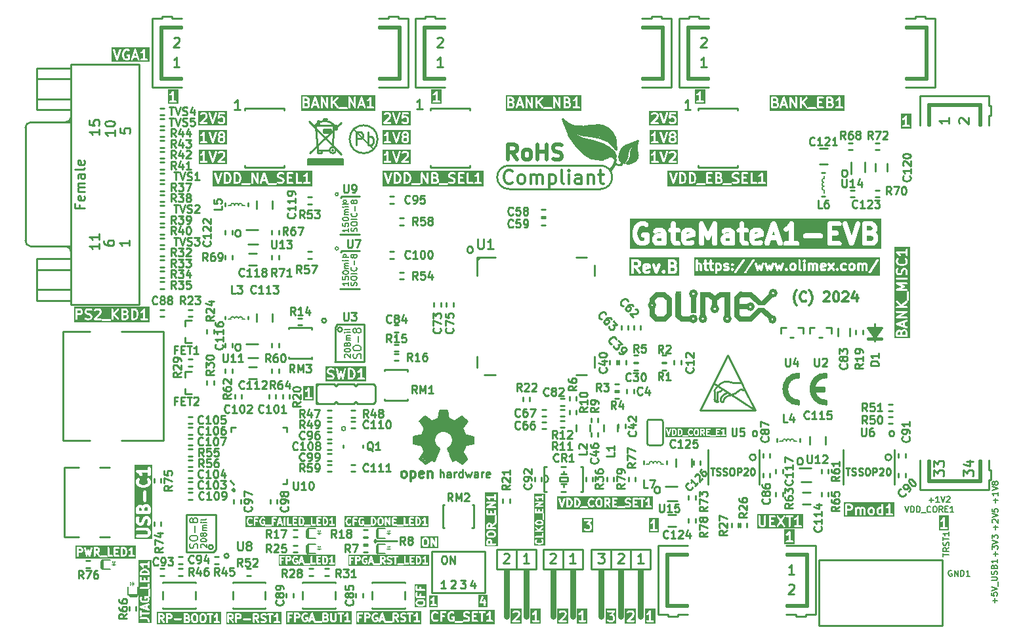
<source format=gbr>
%TF.GenerationSoftware,KiCad,Pcbnew,7.0.11-7.0.11~ubuntu22.04.1*%
%TF.CreationDate,2024-03-11T16:24:11+02:00*%
%TF.ProjectId,GateMateA1-EVB_Rev_B,47617465-4d61-4746-9541-312d4556425f,B*%
%TF.SameCoordinates,PX5f5e100PY7bfa480*%
%TF.FileFunction,Legend,Top*%
%TF.FilePolarity,Positive*%
%FSLAX46Y46*%
G04 Gerber Fmt 4.6, Leading zero omitted, Abs format (unit mm)*
G04 Created by KiCad (PCBNEW 7.0.11-7.0.11~ubuntu22.04.1) date 2024-03-11 16:24:11*
%MOMM*%
%LPD*%
G01*
G04 APERTURE LIST*
%ADD10C,0.254000*%
%ADD11C,0.381000*%
%ADD12C,0.635000*%
%ADD13C,0.304800*%
%ADD14C,0.317500*%
%ADD15C,0.190500*%
%ADD16C,0.203200*%
%ADD17C,0.225000*%
%ADD18C,0.222250*%
%ADD19C,0.350000*%
%ADD20C,0.500000*%
%ADD21C,0.200000*%
%ADD22C,0.250000*%
%ADD23C,0.228600*%
%ADD24C,0.127000*%
%ADD25C,0.050000*%
%ADD26C,0.100000*%
%ADD27C,0.300000*%
%ADD28C,0.508000*%
%ADD29C,0.762000*%
%ADD30C,0.150000*%
%ADD31C,0.370000*%
%ADD32C,0.380000*%
%ADD33C,1.000000*%
%ADD34C,0.400000*%
%ADD35C,0.420000*%
%ADD36C,0.700000*%
G04 APERTURE END LIST*
D10*
X42100000Y11000000D02*
X39100000Y11000000D01*
X39100000Y11000000D02*
X39300000Y10800000D01*
X39100000Y11000000D02*
X39300000Y11200000D01*
G36*
X75419993Y367253D02*
G01*
X74078792Y367253D01*
X74078792Y1578350D01*
X74260221Y1578350D01*
X74282789Y1510442D01*
X74338488Y1465515D01*
X74409635Y1457832D01*
X74443938Y1469233D01*
X74564890Y1529708D01*
X74566633Y1531330D01*
X74568960Y1531836D01*
X74597898Y1553499D01*
X74622999Y1578601D01*
X74622999Y802682D01*
X74387142Y802682D01*
X74318481Y782521D01*
X74271619Y728440D01*
X74261435Y657608D01*
X74291162Y592515D01*
X74351362Y553826D01*
X74387142Y548682D01*
X75112857Y548682D01*
X75181518Y568843D01*
X75228380Y622924D01*
X75238564Y693756D01*
X75208837Y758849D01*
X75148637Y797538D01*
X75112857Y802682D01*
X74876999Y802682D01*
X74876999Y1945682D01*
X74867209Y1979023D01*
X74857977Y2012538D01*
X74857150Y2013279D01*
X74856838Y2014343D01*
X74830561Y2037112D01*
X74804690Y2060302D01*
X74803595Y2060479D01*
X74802757Y2061205D01*
X74768347Y2066153D01*
X74734040Y2071675D01*
X74733023Y2071232D01*
X74731925Y2071389D01*
X74700316Y2056955D01*
X74668456Y2043046D01*
X74667481Y2041959D01*
X74666832Y2041662D01*
X74665860Y2040151D01*
X74644328Y2016129D01*
X74530352Y1845165D01*
X74432864Y1747677D01*
X74330346Y1696417D01*
X74277950Y1647679D01*
X74260221Y1578350D01*
X74078792Y1578350D01*
X74078792Y2253104D01*
X75419993Y2253104D01*
X75419993Y367253D01*
G37*
G36*
X13869993Y67367253D02*
G01*
X12528792Y67367253D01*
X12528792Y68578350D01*
X12710221Y68578350D01*
X12732789Y68510442D01*
X12788488Y68465515D01*
X12859635Y68457832D01*
X12893938Y68469233D01*
X13014890Y68529708D01*
X13016633Y68531330D01*
X13018960Y68531836D01*
X13047898Y68553499D01*
X13072999Y68578601D01*
X13072999Y67802682D01*
X12837142Y67802682D01*
X12768481Y67782521D01*
X12721619Y67728440D01*
X12711435Y67657608D01*
X12741162Y67592515D01*
X12801362Y67553826D01*
X12837142Y67548682D01*
X13562857Y67548682D01*
X13631518Y67568843D01*
X13678380Y67622924D01*
X13688564Y67693756D01*
X13658837Y67758849D01*
X13598637Y67797538D01*
X13562857Y67802682D01*
X13326999Y67802682D01*
X13326999Y68945682D01*
X13317209Y68979023D01*
X13307977Y69012538D01*
X13307150Y69013279D01*
X13306838Y69014343D01*
X13280561Y69037112D01*
X13254690Y69060302D01*
X13253595Y69060479D01*
X13252757Y69061205D01*
X13218347Y69066153D01*
X13184040Y69071675D01*
X13183023Y69071232D01*
X13181925Y69071389D01*
X13150316Y69056955D01*
X13118456Y69043046D01*
X13117481Y69041959D01*
X13116832Y69041662D01*
X13115860Y69040151D01*
X13094328Y69016129D01*
X12980352Y68845165D01*
X12882864Y68747677D01*
X12780346Y68696417D01*
X12727950Y68647679D01*
X12710221Y68578350D01*
X12528792Y68578350D01*
X12528792Y69253104D01*
X13869993Y69253104D01*
X13869993Y67367253D01*
G37*
G36*
X47869993Y67367253D02*
G01*
X46528792Y67367253D01*
X46528792Y68578350D01*
X46710221Y68578350D01*
X46732789Y68510442D01*
X46788488Y68465515D01*
X46859635Y68457832D01*
X46893938Y68469233D01*
X47014890Y68529708D01*
X47016633Y68531330D01*
X47018960Y68531836D01*
X47047898Y68553499D01*
X47072999Y68578601D01*
X47072999Y67802682D01*
X46837142Y67802682D01*
X46768481Y67782521D01*
X46721619Y67728440D01*
X46711435Y67657608D01*
X46741162Y67592515D01*
X46801362Y67553826D01*
X46837142Y67548682D01*
X47562857Y67548682D01*
X47631518Y67568843D01*
X47678380Y67622924D01*
X47688564Y67693756D01*
X47658837Y67758849D01*
X47598637Y67797538D01*
X47562857Y67802682D01*
X47326999Y67802682D01*
X47326999Y68945682D01*
X47317209Y68979023D01*
X47307977Y69012538D01*
X47307150Y69013279D01*
X47306838Y69014343D01*
X47280561Y69037112D01*
X47254690Y69060302D01*
X47253595Y69060479D01*
X47252757Y69061205D01*
X47218347Y69066153D01*
X47184040Y69071675D01*
X47183023Y69071232D01*
X47181925Y69071389D01*
X47150316Y69056955D01*
X47118456Y69043046D01*
X47117481Y69041959D01*
X47116832Y69041662D01*
X47115860Y69040151D01*
X47094328Y69016129D01*
X46980352Y68845165D01*
X46882864Y68747677D01*
X46780346Y68696417D01*
X46727950Y68647679D01*
X46710221Y68578350D01*
X46528792Y68578350D01*
X46528792Y69253104D01*
X47869993Y69253104D01*
X47869993Y67367253D01*
G37*
G36*
X20141248Y59610203D02*
G01*
X16500659Y59610203D01*
X16500659Y60821300D01*
X16682088Y60821300D01*
X16704656Y60753392D01*
X16760355Y60708465D01*
X16831502Y60700782D01*
X16865805Y60712183D01*
X16986757Y60772658D01*
X16988500Y60774280D01*
X16990827Y60774786D01*
X17019765Y60796449D01*
X17044866Y60821551D01*
X17044866Y60045632D01*
X16809009Y60045632D01*
X16740348Y60025471D01*
X16693486Y59971390D01*
X16683302Y59900558D01*
X16713029Y59835465D01*
X16773229Y59796776D01*
X16809009Y59791632D01*
X17534724Y59791632D01*
X17603385Y59811793D01*
X17650247Y59865874D01*
X17660431Y59936706D01*
X17630704Y60001799D01*
X17570504Y60040488D01*
X17534724Y60045632D01*
X17298866Y60045632D01*
X17298866Y61184042D01*
X17770664Y61184042D01*
X17777098Y61148471D01*
X18200431Y59878472D01*
X18218336Y59852709D01*
X18234332Y59825721D01*
X18238566Y59823599D01*
X18241270Y59819709D01*
X18270257Y59807718D01*
X18298308Y59793660D01*
X18303018Y59794165D01*
X18307395Y59792354D01*
X18338261Y59797938D01*
X18369462Y59801278D01*
X18373152Y59804250D01*
X18377812Y59805092D01*
X18400758Y59826475D01*
X18425202Y59846154D01*
X18428114Y59851967D01*
X18430165Y59853877D01*
X18431294Y59858313D01*
X18441397Y59878471D01*
X18448759Y59900558D01*
X18920921Y59900558D01*
X18926650Y59888012D01*
X18927635Y59874250D01*
X18941227Y59856093D01*
X18950648Y59835465D01*
X18962252Y59828008D01*
X18970520Y59816963D01*
X18991768Y59809038D01*
X19010848Y59796776D01*
X19033298Y59793549D01*
X19037568Y59791956D01*
X19040276Y59792546D01*
X19046628Y59791632D01*
X19832819Y59791632D01*
X19901480Y59811793D01*
X19948342Y59865874D01*
X19958526Y59936706D01*
X19928799Y60001799D01*
X19868599Y60040488D01*
X19832819Y60045632D01*
X19353233Y60045632D01*
X19862144Y60554544D01*
X19867660Y60564647D01*
X19876630Y60571868D01*
X19892825Y60604185D01*
X19953302Y60785613D01*
X19953388Y60787993D01*
X19954675Y60789995D01*
X19959819Y60825775D01*
X19959819Y60946728D01*
X19956575Y60957774D01*
X19957812Y60969222D01*
X19946411Y61003525D01*
X19885934Y61124477D01*
X19884312Y61126220D01*
X19883807Y61128545D01*
X19862145Y61157483D01*
X19801669Y61217959D01*
X19799579Y61219101D01*
X19798364Y61221146D01*
X19768662Y61241748D01*
X19647710Y61302224D01*
X19636380Y61304263D01*
X19626694Y61310488D01*
X19590914Y61315632D01*
X19288533Y61315632D01*
X19277487Y61312389D01*
X19266040Y61313625D01*
X19231737Y61302224D01*
X19110784Y61241748D01*
X19109041Y61240128D01*
X19106715Y61239621D01*
X19077777Y61217959D01*
X19017301Y61157483D01*
X18983007Y61094676D01*
X18988111Y61023298D01*
X19030996Y60966011D01*
X19098044Y60941004D01*
X19167969Y60956215D01*
X19196907Y60977877D01*
X19242811Y61023782D01*
X19318514Y61061632D01*
X19560934Y61061632D01*
X19636634Y61023782D01*
X19667967Y60992449D01*
X19705819Y60916747D01*
X19705819Y60846386D01*
X19661339Y60712950D01*
X18956825Y60008434D01*
X18945956Y59988530D01*
X18931105Y59971390D01*
X18929141Y59957735D01*
X18922531Y59945628D01*
X18924148Y59923007D01*
X18920921Y59900558D01*
X18448759Y59900558D01*
X18864731Y61148471D01*
X18867317Y61219984D01*
X18830830Y61281543D01*
X18766854Y61313604D01*
X18695701Y61305987D01*
X18639960Y61261110D01*
X18623765Y61228793D01*
X18320914Y60320242D01*
X18018064Y61228793D01*
X17977225Y61287555D01*
X17911100Y61314910D01*
X17840682Y61302173D01*
X17788330Y61253387D01*
X17770664Y61184042D01*
X17298866Y61184042D01*
X17298866Y61188632D01*
X17289076Y61221973D01*
X17279844Y61255488D01*
X17279017Y61256229D01*
X17278705Y61257293D01*
X17252428Y61280062D01*
X17226557Y61303252D01*
X17225462Y61303429D01*
X17224624Y61304155D01*
X17190214Y61309103D01*
X17155907Y61314625D01*
X17154890Y61314182D01*
X17153792Y61314339D01*
X17122183Y61299905D01*
X17090323Y61285996D01*
X17089348Y61284909D01*
X17088699Y61284612D01*
X17087727Y61283101D01*
X17066195Y61259079D01*
X16952219Y61088115D01*
X16854731Y60990627D01*
X16752213Y60939367D01*
X16699817Y60890629D01*
X16682088Y60821300D01*
X16500659Y60821300D01*
X16500659Y61497061D01*
X20141248Y61497061D01*
X20141248Y59610203D01*
G37*
G36*
X60669993Y367253D02*
G01*
X59328792Y367253D01*
X59328792Y1578350D01*
X59510221Y1578350D01*
X59532789Y1510442D01*
X59588488Y1465515D01*
X59659635Y1457832D01*
X59693938Y1469233D01*
X59814890Y1529708D01*
X59816633Y1531330D01*
X59818960Y1531836D01*
X59847898Y1553499D01*
X59872999Y1578601D01*
X59872999Y802682D01*
X59637142Y802682D01*
X59568481Y782521D01*
X59521619Y728440D01*
X59511435Y657608D01*
X59541162Y592515D01*
X59601362Y553826D01*
X59637142Y548682D01*
X60362857Y548682D01*
X60431518Y568843D01*
X60478380Y622924D01*
X60488564Y693756D01*
X60458837Y758849D01*
X60398637Y797538D01*
X60362857Y802682D01*
X60126999Y802682D01*
X60126999Y1945682D01*
X60117209Y1979023D01*
X60107977Y2012538D01*
X60107150Y2013279D01*
X60106838Y2014343D01*
X60080561Y2037112D01*
X60054690Y2060302D01*
X60053595Y2060479D01*
X60052757Y2061205D01*
X60018347Y2066153D01*
X59984040Y2071675D01*
X59983023Y2071232D01*
X59981925Y2071389D01*
X59950316Y2056955D01*
X59918456Y2043046D01*
X59917481Y2041959D01*
X59916832Y2041662D01*
X59915860Y2040151D01*
X59894328Y2016129D01*
X59780352Y1845165D01*
X59682864Y1747677D01*
X59580346Y1696417D01*
X59527950Y1647679D01*
X59510221Y1578350D01*
X59328792Y1578350D01*
X59328792Y2253104D01*
X60669993Y2253104D01*
X60669993Y367253D01*
G37*
G36*
X66669993Y367253D02*
G01*
X65328792Y367253D01*
X65328792Y1578350D01*
X65510221Y1578350D01*
X65532789Y1510442D01*
X65588488Y1465515D01*
X65659635Y1457832D01*
X65693938Y1469233D01*
X65814890Y1529708D01*
X65816633Y1531330D01*
X65818960Y1531836D01*
X65847898Y1553499D01*
X65872999Y1578601D01*
X65872999Y802682D01*
X65637142Y802682D01*
X65568481Y782521D01*
X65521619Y728440D01*
X65511435Y657608D01*
X65541162Y592515D01*
X65601362Y553826D01*
X65637142Y548682D01*
X66362857Y548682D01*
X66431518Y568843D01*
X66478380Y622924D01*
X66488564Y693756D01*
X66458837Y758849D01*
X66398637Y797538D01*
X66362857Y802682D01*
X66126999Y802682D01*
X66126999Y1945682D01*
X66117209Y1979023D01*
X66107977Y2012538D01*
X66107150Y2013279D01*
X66106838Y2014343D01*
X66080561Y2037112D01*
X66054690Y2060302D01*
X66053595Y2060479D01*
X66052757Y2061205D01*
X66018347Y2066153D01*
X65984040Y2071675D01*
X65983023Y2071232D01*
X65981925Y2071389D01*
X65950316Y2056955D01*
X65918456Y2043046D01*
X65917481Y2041959D01*
X65916832Y2041662D01*
X65915860Y2040151D01*
X65894328Y2016129D01*
X65780352Y1845165D01*
X65682864Y1747677D01*
X65580346Y1696417D01*
X65527950Y1647679D01*
X65510221Y1578350D01*
X65328792Y1578350D01*
X65328792Y2253104D01*
X66669993Y2253104D01*
X66669993Y367253D01*
G37*
G36*
X78341248Y64610203D02*
G01*
X74641397Y64610203D01*
X74641397Y64900558D01*
X74822826Y64900558D01*
X74828555Y64888012D01*
X74829540Y64874250D01*
X74843132Y64856093D01*
X74852553Y64835465D01*
X74864157Y64828008D01*
X74872425Y64816963D01*
X74893673Y64809038D01*
X74912753Y64796776D01*
X74935203Y64793549D01*
X74939473Y64791956D01*
X74942181Y64792546D01*
X74948533Y64791632D01*
X75734724Y64791632D01*
X75803385Y64811793D01*
X75850247Y64865874D01*
X75860431Y64936706D01*
X75830704Y65001799D01*
X75770504Y65040488D01*
X75734724Y65045632D01*
X75255138Y65045632D01*
X75764049Y65554544D01*
X75769565Y65564647D01*
X75778535Y65571868D01*
X75794730Y65604185D01*
X75855207Y65785613D01*
X75855293Y65787993D01*
X75856580Y65789995D01*
X75861724Y65825775D01*
X75861724Y65946728D01*
X75858480Y65957774D01*
X75859717Y65969222D01*
X75848316Y66003525D01*
X75787839Y66124477D01*
X75786217Y66126220D01*
X75785712Y66128545D01*
X75764050Y66157483D01*
X75737491Y66184042D01*
X75970664Y66184042D01*
X75977098Y66148471D01*
X76400431Y64878472D01*
X76418336Y64852709D01*
X76434332Y64825721D01*
X76438566Y64823599D01*
X76441270Y64819709D01*
X76470257Y64807718D01*
X76498308Y64793660D01*
X76503018Y64794165D01*
X76507395Y64792354D01*
X76538261Y64797938D01*
X76569462Y64801278D01*
X76573152Y64804250D01*
X76577812Y64805092D01*
X76600758Y64826475D01*
X76625202Y64846154D01*
X76628114Y64851967D01*
X76630165Y64853877D01*
X76631294Y64858313D01*
X76641397Y64878471D01*
X76698122Y65048646D01*
X77180428Y65048646D01*
X77195638Y64978721D01*
X77217301Y64949783D01*
X77277777Y64889306D01*
X77279866Y64888166D01*
X77281082Y64886118D01*
X77310784Y64865516D01*
X77431737Y64805040D01*
X77443066Y64803002D01*
X77452753Y64796776D01*
X77488533Y64791632D01*
X77790914Y64791632D01*
X77801959Y64794876D01*
X77813407Y64793639D01*
X77847710Y64805040D01*
X77968662Y64865516D01*
X77970404Y64867137D01*
X77972732Y64867643D01*
X78001669Y64889306D01*
X78062146Y64949783D01*
X78063286Y64951872D01*
X78065331Y64953086D01*
X78085934Y64982788D01*
X78146411Y65103740D01*
X78148450Y65115072D01*
X78154675Y65124757D01*
X78159819Y65160537D01*
X78159819Y65462918D01*
X78156575Y65473964D01*
X78157812Y65485412D01*
X78146411Y65519715D01*
X78085934Y65640667D01*
X78084313Y65642409D01*
X78083808Y65644734D01*
X78062146Y65673672D01*
X78001669Y65734149D01*
X77999579Y65735290D01*
X77998364Y65737337D01*
X77968662Y65757939D01*
X77847710Y65818415D01*
X77836380Y65820454D01*
X77826694Y65826679D01*
X77790914Y65831823D01*
X77488533Y65831823D01*
X77477487Y65828580D01*
X77466040Y65829816D01*
X77459101Y65827510D01*
X77482514Y66061632D01*
X77972342Y66061632D01*
X78041003Y66081793D01*
X78087865Y66135874D01*
X78098049Y66206706D01*
X78068322Y66271799D01*
X78008122Y66310488D01*
X77972342Y66315632D01*
X77367580Y66315632D01*
X77364856Y66314833D01*
X77362104Y66315513D01*
X77330737Y66304814D01*
X77298919Y66295471D01*
X77297061Y66293327D01*
X77294376Y66292411D01*
X77273766Y66266445D01*
X77252057Y66241390D01*
X77251653Y66238582D01*
X77249889Y66236359D01*
X77241210Y66201269D01*
X77180734Y65596507D01*
X77186058Y65568204D01*
X77188112Y65539487D01*
X77192583Y65533514D01*
X77193963Y65526181D01*
X77213740Y65505253D01*
X77230997Y65482201D01*
X77237987Y65479594D01*
X77243113Y65474170D01*
X77271068Y65467256D01*
X77298045Y65457194D01*
X77305335Y65458780D01*
X77312580Y65456988D01*
X77339832Y65466285D01*
X77367970Y65472405D01*
X77376503Y65478794D01*
X77380308Y65480091D01*
X77383340Y65483912D01*
X77396907Y65494068D01*
X77442811Y65539973D01*
X77518514Y65577823D01*
X77760934Y65577823D01*
X77836636Y65539972D01*
X77867966Y65508642D01*
X77905819Y65432937D01*
X77905819Y65190519D01*
X77867966Y65114814D01*
X77836636Y65083484D01*
X77760934Y65045632D01*
X77518514Y65045632D01*
X77442811Y65083483D01*
X77396907Y65129387D01*
X77334101Y65163682D01*
X77262723Y65158578D01*
X77205436Y65115694D01*
X77180428Y65048646D01*
X76698122Y65048646D01*
X77064731Y66148471D01*
X77067317Y66219984D01*
X77030830Y66281543D01*
X76966854Y66313604D01*
X76895701Y66305987D01*
X76839960Y66261110D01*
X76823765Y66228793D01*
X76520914Y65320242D01*
X76218064Y66228793D01*
X76177225Y66287555D01*
X76111100Y66314910D01*
X76040682Y66302173D01*
X75988330Y66253387D01*
X75970664Y66184042D01*
X75737491Y66184042D01*
X75703574Y66217959D01*
X75701484Y66219101D01*
X75700269Y66221146D01*
X75670567Y66241748D01*
X75549615Y66302224D01*
X75538285Y66304263D01*
X75528599Y66310488D01*
X75492819Y66315632D01*
X75190438Y66315632D01*
X75179392Y66312389D01*
X75167945Y66313625D01*
X75133642Y66302224D01*
X75012689Y66241748D01*
X75010946Y66240128D01*
X75008620Y66239621D01*
X74979682Y66217959D01*
X74919206Y66157483D01*
X74884912Y66094676D01*
X74890016Y66023298D01*
X74932901Y65966011D01*
X74999949Y65941004D01*
X75069874Y65956215D01*
X75098812Y65977877D01*
X75144716Y66023782D01*
X75220419Y66061632D01*
X75462839Y66061632D01*
X75538539Y66023782D01*
X75569872Y65992449D01*
X75607724Y65916747D01*
X75607724Y65846386D01*
X75563244Y65712950D01*
X74858730Y65008434D01*
X74847861Y64988530D01*
X74833010Y64971390D01*
X74831046Y64957735D01*
X74824436Y64945628D01*
X74826053Y64923007D01*
X74822826Y64900558D01*
X74641397Y64900558D01*
X74641397Y66497061D01*
X78341248Y66497061D01*
X78341248Y64610203D01*
G37*
G36*
X77836634Y62979496D02*
G01*
X77867967Y62948163D01*
X77905819Y62872461D01*
X77905819Y62690519D01*
X77867966Y62614814D01*
X77836636Y62583484D01*
X77760934Y62545632D01*
X77578989Y62545632D01*
X77503287Y62583483D01*
X77471955Y62614816D01*
X77434104Y62690518D01*
X77434104Y62872462D01*
X77471955Y62948165D01*
X77503285Y62979495D01*
X77578990Y63017347D01*
X77760933Y63017347D01*
X77836634Y62979496D01*
G37*
G36*
X77836634Y63523782D02*
G01*
X77867967Y63492449D01*
X77905819Y63416747D01*
X77905819Y63416233D01*
X77867967Y63340531D01*
X77836634Y63309198D01*
X77760934Y63271347D01*
X77578989Y63271347D01*
X77503286Y63309199D01*
X77471955Y63340529D01*
X77434104Y63416232D01*
X77434104Y63416748D01*
X77471955Y63492451D01*
X77503286Y63523781D01*
X77578989Y63561632D01*
X77760934Y63561632D01*
X77836634Y63523782D01*
G37*
G36*
X78341248Y62110203D02*
G01*
X74700659Y62110203D01*
X74700659Y63321300D01*
X74882088Y63321300D01*
X74904656Y63253392D01*
X74960355Y63208465D01*
X75031502Y63200782D01*
X75065805Y63212183D01*
X75186757Y63272658D01*
X75188500Y63274280D01*
X75190827Y63274786D01*
X75219765Y63296449D01*
X75244866Y63321551D01*
X75244866Y62545632D01*
X75009009Y62545632D01*
X74940348Y62525471D01*
X74893486Y62471390D01*
X74883302Y62400558D01*
X74913029Y62335465D01*
X74973229Y62296776D01*
X75009009Y62291632D01*
X75734724Y62291632D01*
X75803385Y62311793D01*
X75850247Y62365874D01*
X75860431Y62436706D01*
X75830704Y62501799D01*
X75770504Y62540488D01*
X75734724Y62545632D01*
X75498866Y62545632D01*
X75498866Y63684042D01*
X75970664Y63684042D01*
X75977098Y63648471D01*
X76400431Y62378472D01*
X76418336Y62352709D01*
X76434332Y62325721D01*
X76438566Y62323599D01*
X76441270Y62319709D01*
X76470257Y62307718D01*
X76498308Y62293660D01*
X76503018Y62294165D01*
X76507395Y62292354D01*
X76538261Y62297938D01*
X76569462Y62301278D01*
X76573152Y62304250D01*
X76577812Y62305092D01*
X76600758Y62326475D01*
X76625202Y62346154D01*
X76628114Y62351967D01*
X76630165Y62353877D01*
X76631294Y62358313D01*
X76641397Y62378471D01*
X76735419Y62660537D01*
X77180104Y62660537D01*
X77183347Y62649492D01*
X77182111Y62638044D01*
X77193512Y62603741D01*
X77253988Y62482789D01*
X77255608Y62481047D01*
X77256115Y62478720D01*
X77277777Y62449782D01*
X77338254Y62389306D01*
X77340343Y62388166D01*
X77341559Y62386118D01*
X77371261Y62365516D01*
X77492212Y62305040D01*
X77503543Y62303001D01*
X77513229Y62296776D01*
X77549009Y62291632D01*
X77790914Y62291632D01*
X77801959Y62294876D01*
X77813407Y62293639D01*
X77847710Y62305040D01*
X77968662Y62365516D01*
X77970404Y62367137D01*
X77972732Y62367643D01*
X78001669Y62389306D01*
X78062146Y62449783D01*
X78063286Y62451872D01*
X78065331Y62453086D01*
X78085934Y62482788D01*
X78146411Y62603740D01*
X78148450Y62615072D01*
X78154675Y62624757D01*
X78159819Y62660537D01*
X78159819Y62902442D01*
X78156575Y62913488D01*
X78157812Y62924936D01*
X78146411Y62959239D01*
X78085934Y63080191D01*
X78084312Y63081934D01*
X78083807Y63084259D01*
X78062145Y63113197D01*
X78030995Y63144347D01*
X78062145Y63175496D01*
X78063285Y63177586D01*
X78065331Y63178800D01*
X78085934Y63208502D01*
X78146411Y63329454D01*
X78148450Y63340786D01*
X78154675Y63350471D01*
X78159819Y63386251D01*
X78159819Y63446728D01*
X78156575Y63457774D01*
X78157812Y63469222D01*
X78146411Y63503525D01*
X78085934Y63624477D01*
X78084312Y63626220D01*
X78083807Y63628545D01*
X78062145Y63657483D01*
X78001669Y63717959D01*
X77999579Y63719101D01*
X77998364Y63721146D01*
X77968662Y63741748D01*
X77847710Y63802224D01*
X77836380Y63804263D01*
X77826694Y63810488D01*
X77790914Y63815632D01*
X77549009Y63815632D01*
X77537961Y63812389D01*
X77526516Y63813624D01*
X77492212Y63802224D01*
X77371261Y63741748D01*
X77369519Y63740129D01*
X77367193Y63739622D01*
X77338255Y63717960D01*
X77277778Y63657483D01*
X77276637Y63655394D01*
X77274590Y63654178D01*
X77253988Y63624476D01*
X77193512Y63503524D01*
X77191473Y63492195D01*
X77185248Y63482508D01*
X77180104Y63446728D01*
X77180104Y63386251D01*
X77183347Y63375206D01*
X77182111Y63363758D01*
X77193512Y63329455D01*
X77253988Y63208503D01*
X77255608Y63206761D01*
X77256115Y63204433D01*
X77277778Y63175496D01*
X77308927Y63144347D01*
X77277778Y63113197D01*
X77276637Y63111108D01*
X77274590Y63109892D01*
X77253988Y63080190D01*
X77193512Y62959238D01*
X77191473Y62947909D01*
X77185248Y62938222D01*
X77180104Y62902442D01*
X77180104Y62660537D01*
X76735419Y62660537D01*
X77064731Y63648471D01*
X77067317Y63719984D01*
X77030830Y63781543D01*
X76966854Y63813604D01*
X76895701Y63805987D01*
X76839960Y63761110D01*
X76823765Y63728793D01*
X76520914Y62820242D01*
X76218064Y63728793D01*
X76177225Y63787555D01*
X76111100Y63814910D01*
X76040682Y63802173D01*
X75988330Y63753387D01*
X75970664Y63684042D01*
X75498866Y63684042D01*
X75498866Y63688632D01*
X75489076Y63721973D01*
X75479844Y63755488D01*
X75479017Y63756229D01*
X75478705Y63757293D01*
X75452428Y63780062D01*
X75426557Y63803252D01*
X75425462Y63803429D01*
X75424624Y63804155D01*
X75390214Y63809103D01*
X75355907Y63814625D01*
X75354890Y63814182D01*
X75353792Y63814339D01*
X75322183Y63799905D01*
X75290323Y63785996D01*
X75289348Y63784909D01*
X75288699Y63784612D01*
X75287727Y63783101D01*
X75266195Y63759079D01*
X75152219Y63588115D01*
X75054731Y63490627D01*
X74952213Y63439367D01*
X74899817Y63390629D01*
X74882088Y63321300D01*
X74700659Y63321300D01*
X74700659Y63997061D01*
X78341248Y63997061D01*
X78341248Y62110203D01*
G37*
G36*
X43336634Y62979496D02*
G01*
X43367967Y62948163D01*
X43405819Y62872461D01*
X43405819Y62690519D01*
X43367966Y62614814D01*
X43336636Y62583484D01*
X43260934Y62545632D01*
X43078989Y62545632D01*
X43003287Y62583483D01*
X42971955Y62614816D01*
X42934104Y62690518D01*
X42934104Y62872462D01*
X42971955Y62948165D01*
X43003285Y62979495D01*
X43078990Y63017347D01*
X43260933Y63017347D01*
X43336634Y62979496D01*
G37*
G36*
X43336634Y63523782D02*
G01*
X43367967Y63492449D01*
X43405819Y63416747D01*
X43405819Y63416233D01*
X43367967Y63340531D01*
X43336634Y63309198D01*
X43260934Y63271347D01*
X43078989Y63271347D01*
X43003286Y63309199D01*
X42971955Y63340529D01*
X42934104Y63416232D01*
X42934104Y63416748D01*
X42971955Y63492451D01*
X43003286Y63523781D01*
X43078989Y63561632D01*
X43260934Y63561632D01*
X43336634Y63523782D01*
G37*
G36*
X43841248Y62110203D02*
G01*
X40200659Y62110203D01*
X40200659Y63321300D01*
X40382088Y63321300D01*
X40404656Y63253392D01*
X40460355Y63208465D01*
X40531502Y63200782D01*
X40565805Y63212183D01*
X40686757Y63272658D01*
X40688500Y63274280D01*
X40690827Y63274786D01*
X40719765Y63296449D01*
X40744866Y63321551D01*
X40744866Y62545632D01*
X40509009Y62545632D01*
X40440348Y62525471D01*
X40393486Y62471390D01*
X40383302Y62400558D01*
X40413029Y62335465D01*
X40473229Y62296776D01*
X40509009Y62291632D01*
X41234724Y62291632D01*
X41303385Y62311793D01*
X41350247Y62365874D01*
X41360431Y62436706D01*
X41330704Y62501799D01*
X41270504Y62540488D01*
X41234724Y62545632D01*
X40998866Y62545632D01*
X40998866Y63684042D01*
X41470664Y63684042D01*
X41477098Y63648471D01*
X41900431Y62378472D01*
X41918336Y62352709D01*
X41934332Y62325721D01*
X41938566Y62323599D01*
X41941270Y62319709D01*
X41970257Y62307718D01*
X41998308Y62293660D01*
X42003018Y62294165D01*
X42007395Y62292354D01*
X42038261Y62297938D01*
X42069462Y62301278D01*
X42073152Y62304250D01*
X42077812Y62305092D01*
X42100758Y62326475D01*
X42125202Y62346154D01*
X42128114Y62351967D01*
X42130165Y62353877D01*
X42131294Y62358313D01*
X42141397Y62378471D01*
X42235419Y62660537D01*
X42680104Y62660537D01*
X42683347Y62649492D01*
X42682111Y62638044D01*
X42693512Y62603741D01*
X42753988Y62482789D01*
X42755608Y62481047D01*
X42756115Y62478720D01*
X42777777Y62449782D01*
X42838254Y62389306D01*
X42840343Y62388166D01*
X42841559Y62386118D01*
X42871261Y62365516D01*
X42992212Y62305040D01*
X43003543Y62303001D01*
X43013229Y62296776D01*
X43049009Y62291632D01*
X43290914Y62291632D01*
X43301959Y62294876D01*
X43313407Y62293639D01*
X43347710Y62305040D01*
X43468662Y62365516D01*
X43470404Y62367137D01*
X43472732Y62367643D01*
X43501669Y62389306D01*
X43562146Y62449783D01*
X43563286Y62451872D01*
X43565331Y62453086D01*
X43585934Y62482788D01*
X43646411Y62603740D01*
X43648450Y62615072D01*
X43654675Y62624757D01*
X43659819Y62660537D01*
X43659819Y62902442D01*
X43656575Y62913488D01*
X43657812Y62924936D01*
X43646411Y62959239D01*
X43585934Y63080191D01*
X43584312Y63081934D01*
X43583807Y63084259D01*
X43562145Y63113197D01*
X43530995Y63144347D01*
X43562145Y63175496D01*
X43563285Y63177586D01*
X43565331Y63178800D01*
X43585934Y63208502D01*
X43646411Y63329454D01*
X43648450Y63340786D01*
X43654675Y63350471D01*
X43659819Y63386251D01*
X43659819Y63446728D01*
X43656575Y63457774D01*
X43657812Y63469222D01*
X43646411Y63503525D01*
X43585934Y63624477D01*
X43584312Y63626220D01*
X43583807Y63628545D01*
X43562145Y63657483D01*
X43501669Y63717959D01*
X43499579Y63719101D01*
X43498364Y63721146D01*
X43468662Y63741748D01*
X43347710Y63802224D01*
X43336380Y63804263D01*
X43326694Y63810488D01*
X43290914Y63815632D01*
X43049009Y63815632D01*
X43037961Y63812389D01*
X43026516Y63813624D01*
X42992212Y63802224D01*
X42871261Y63741748D01*
X42869519Y63740129D01*
X42867193Y63739622D01*
X42838255Y63717960D01*
X42777778Y63657483D01*
X42776637Y63655394D01*
X42774590Y63654178D01*
X42753988Y63624476D01*
X42693512Y63503524D01*
X42691473Y63492195D01*
X42685248Y63482508D01*
X42680104Y63446728D01*
X42680104Y63386251D01*
X42683347Y63375206D01*
X42682111Y63363758D01*
X42693512Y63329455D01*
X42753988Y63208503D01*
X42755608Y63206761D01*
X42756115Y63204433D01*
X42777778Y63175496D01*
X42808927Y63144347D01*
X42777778Y63113197D01*
X42776637Y63111108D01*
X42774590Y63109892D01*
X42753988Y63080190D01*
X42693512Y62959238D01*
X42691473Y62947909D01*
X42685248Y62938222D01*
X42680104Y62902442D01*
X42680104Y62660537D01*
X42235419Y62660537D01*
X42564731Y63648471D01*
X42567317Y63719984D01*
X42530830Y63781543D01*
X42466854Y63813604D01*
X42395701Y63805987D01*
X42339960Y63761110D01*
X42323765Y63728793D01*
X42020914Y62820242D01*
X41718064Y63728793D01*
X41677225Y63787555D01*
X41611100Y63814910D01*
X41540682Y63802173D01*
X41488330Y63753387D01*
X41470664Y63684042D01*
X40998866Y63684042D01*
X40998866Y63688632D01*
X40989076Y63721973D01*
X40979844Y63755488D01*
X40979017Y63756229D01*
X40978705Y63757293D01*
X40952428Y63780062D01*
X40926557Y63803252D01*
X40925462Y63803429D01*
X40924624Y63804155D01*
X40890214Y63809103D01*
X40855907Y63814625D01*
X40854890Y63814182D01*
X40853792Y63814339D01*
X40822183Y63799905D01*
X40790323Y63785996D01*
X40789348Y63784909D01*
X40788699Y63784612D01*
X40787727Y63783101D01*
X40766195Y63759079D01*
X40652219Y63588115D01*
X40554731Y63490627D01*
X40452213Y63439367D01*
X40399817Y63390629D01*
X40382088Y63321300D01*
X40200659Y63321300D01*
X40200659Y63997061D01*
X43841248Y63997061D01*
X43841248Y62110203D01*
G37*
G36*
X20141248Y64610203D02*
G01*
X16441397Y64610203D01*
X16441397Y64900558D01*
X16622826Y64900558D01*
X16628555Y64888012D01*
X16629540Y64874250D01*
X16643132Y64856093D01*
X16652553Y64835465D01*
X16664157Y64828008D01*
X16672425Y64816963D01*
X16693673Y64809038D01*
X16712753Y64796776D01*
X16735203Y64793549D01*
X16739473Y64791956D01*
X16742181Y64792546D01*
X16748533Y64791632D01*
X17534724Y64791632D01*
X17603385Y64811793D01*
X17650247Y64865874D01*
X17660431Y64936706D01*
X17630704Y65001799D01*
X17570504Y65040488D01*
X17534724Y65045632D01*
X17055138Y65045632D01*
X17564049Y65554544D01*
X17569565Y65564647D01*
X17578535Y65571868D01*
X17594730Y65604185D01*
X17655207Y65785613D01*
X17655293Y65787993D01*
X17656580Y65789995D01*
X17661724Y65825775D01*
X17661724Y65946728D01*
X17658480Y65957774D01*
X17659717Y65969222D01*
X17648316Y66003525D01*
X17587839Y66124477D01*
X17586217Y66126220D01*
X17585712Y66128545D01*
X17564050Y66157483D01*
X17537491Y66184042D01*
X17770664Y66184042D01*
X17777098Y66148471D01*
X18200431Y64878472D01*
X18218336Y64852709D01*
X18234332Y64825721D01*
X18238566Y64823599D01*
X18241270Y64819709D01*
X18270257Y64807718D01*
X18298308Y64793660D01*
X18303018Y64794165D01*
X18307395Y64792354D01*
X18338261Y64797938D01*
X18369462Y64801278D01*
X18373152Y64804250D01*
X18377812Y64805092D01*
X18400758Y64826475D01*
X18425202Y64846154D01*
X18428114Y64851967D01*
X18430165Y64853877D01*
X18431294Y64858313D01*
X18441397Y64878471D01*
X18498122Y65048646D01*
X18980428Y65048646D01*
X18995638Y64978721D01*
X19017301Y64949783D01*
X19077777Y64889306D01*
X19079866Y64888166D01*
X19081082Y64886118D01*
X19110784Y64865516D01*
X19231737Y64805040D01*
X19243066Y64803002D01*
X19252753Y64796776D01*
X19288533Y64791632D01*
X19590914Y64791632D01*
X19601959Y64794876D01*
X19613407Y64793639D01*
X19647710Y64805040D01*
X19768662Y64865516D01*
X19770404Y64867137D01*
X19772732Y64867643D01*
X19801669Y64889306D01*
X19862146Y64949783D01*
X19863286Y64951872D01*
X19865331Y64953086D01*
X19885934Y64982788D01*
X19946411Y65103740D01*
X19948450Y65115072D01*
X19954675Y65124757D01*
X19959819Y65160537D01*
X19959819Y65462918D01*
X19956575Y65473964D01*
X19957812Y65485412D01*
X19946411Y65519715D01*
X19885934Y65640667D01*
X19884313Y65642409D01*
X19883808Y65644734D01*
X19862146Y65673672D01*
X19801669Y65734149D01*
X19799579Y65735290D01*
X19798364Y65737337D01*
X19768662Y65757939D01*
X19647710Y65818415D01*
X19636380Y65820454D01*
X19626694Y65826679D01*
X19590914Y65831823D01*
X19288533Y65831823D01*
X19277487Y65828580D01*
X19266040Y65829816D01*
X19259101Y65827510D01*
X19282514Y66061632D01*
X19772342Y66061632D01*
X19841003Y66081793D01*
X19887865Y66135874D01*
X19898049Y66206706D01*
X19868322Y66271799D01*
X19808122Y66310488D01*
X19772342Y66315632D01*
X19167580Y66315632D01*
X19164856Y66314833D01*
X19162104Y66315513D01*
X19130737Y66304814D01*
X19098919Y66295471D01*
X19097061Y66293327D01*
X19094376Y66292411D01*
X19073766Y66266445D01*
X19052057Y66241390D01*
X19051653Y66238582D01*
X19049889Y66236359D01*
X19041210Y66201269D01*
X18980734Y65596507D01*
X18986058Y65568204D01*
X18988112Y65539487D01*
X18992583Y65533514D01*
X18993963Y65526181D01*
X19013740Y65505253D01*
X19030997Y65482201D01*
X19037987Y65479594D01*
X19043113Y65474170D01*
X19071068Y65467256D01*
X19098045Y65457194D01*
X19105335Y65458780D01*
X19112580Y65456988D01*
X19139832Y65466285D01*
X19167970Y65472405D01*
X19176503Y65478794D01*
X19180308Y65480091D01*
X19183340Y65483912D01*
X19196907Y65494068D01*
X19242811Y65539973D01*
X19318514Y65577823D01*
X19560934Y65577823D01*
X19636636Y65539972D01*
X19667966Y65508642D01*
X19705819Y65432937D01*
X19705819Y65190519D01*
X19667966Y65114814D01*
X19636636Y65083484D01*
X19560934Y65045632D01*
X19318514Y65045632D01*
X19242811Y65083483D01*
X19196907Y65129387D01*
X19134101Y65163682D01*
X19062723Y65158578D01*
X19005436Y65115694D01*
X18980428Y65048646D01*
X18498122Y65048646D01*
X18864731Y66148471D01*
X18867317Y66219984D01*
X18830830Y66281543D01*
X18766854Y66313604D01*
X18695701Y66305987D01*
X18639960Y66261110D01*
X18623765Y66228793D01*
X18320914Y65320242D01*
X18018064Y66228793D01*
X17977225Y66287555D01*
X17911100Y66314910D01*
X17840682Y66302173D01*
X17788330Y66253387D01*
X17770664Y66184042D01*
X17537491Y66184042D01*
X17503574Y66217959D01*
X17501484Y66219101D01*
X17500269Y66221146D01*
X17470567Y66241748D01*
X17349615Y66302224D01*
X17338285Y66304263D01*
X17328599Y66310488D01*
X17292819Y66315632D01*
X16990438Y66315632D01*
X16979392Y66312389D01*
X16967945Y66313625D01*
X16933642Y66302224D01*
X16812689Y66241748D01*
X16810946Y66240128D01*
X16808620Y66239621D01*
X16779682Y66217959D01*
X16719206Y66157483D01*
X16684912Y66094676D01*
X16690016Y66023298D01*
X16732901Y65966011D01*
X16799949Y65941004D01*
X16869874Y65956215D01*
X16898812Y65977877D01*
X16944716Y66023782D01*
X17020419Y66061632D01*
X17262839Y66061632D01*
X17338539Y66023782D01*
X17369872Y65992449D01*
X17407724Y65916747D01*
X17407724Y65846386D01*
X17363244Y65712950D01*
X16658730Y65008434D01*
X16647861Y64988530D01*
X16633010Y64971390D01*
X16631046Y64957735D01*
X16624436Y64945628D01*
X16626053Y64923007D01*
X16622826Y64900558D01*
X16441397Y64900558D01*
X16441397Y66497061D01*
X20141248Y66497061D01*
X20141248Y64610203D01*
G37*
D11*
G36*
X74471715Y46459949D02*
G01*
X74155442Y46396694D01*
X74155442Y46409636D01*
X74179503Y46457760D01*
X74227627Y46481821D01*
X74427971Y46481821D01*
X74471715Y46459949D01*
G37*
G36*
X77853465Y46215533D02*
G01*
X77872379Y46196619D01*
X77911014Y46119350D01*
X77911014Y45991579D01*
X77872378Y45914308D01*
X77843526Y45885456D01*
X77766257Y45846821D01*
X77421157Y45846821D01*
X77421157Y46264107D01*
X77707743Y46264107D01*
X77853465Y46215533D01*
G37*
G36*
X77770955Y46951187D02*
G01*
X77799806Y46922336D01*
X77838442Y46845065D01*
X77838442Y46789862D01*
X77799808Y46712594D01*
X77770955Y46683742D01*
X77693686Y46645107D01*
X77421157Y46645107D01*
X77421157Y46989821D01*
X77693686Y46989821D01*
X77770955Y46951187D01*
G37*
G36*
X73126383Y46951187D02*
G01*
X73155235Y46922335D01*
X73193871Y46845064D01*
X73193871Y46717293D01*
X73155236Y46640024D01*
X73126382Y46611170D01*
X73049114Y46572535D01*
X72704014Y46572535D01*
X72704014Y46989821D01*
X73049114Y46989821D01*
X73126383Y46951187D01*
G37*
G36*
X78509728Y45248107D02*
G01*
X72105300Y45248107D01*
X72105300Y45656321D01*
X72323014Y45656321D01*
X72341879Y45573666D01*
X72394739Y45507382D01*
X72471124Y45470597D01*
X72555904Y45470597D01*
X72632289Y45507382D01*
X72685149Y45573666D01*
X72704014Y45656321D01*
X72704014Y46191535D01*
X72777186Y46191535D01*
X73228307Y45547076D01*
X73291162Y45490181D01*
X73372478Y45466192D01*
X73456150Y45479861D01*
X73525604Y45528479D01*
X73567086Y45602418D01*
X73572379Y45687034D01*
X73540435Y45765566D01*
X73464507Y45874035D01*
X73774442Y45874035D01*
X73774764Y45872623D01*
X73774463Y45871206D01*
X73784177Y45831381D01*
X73793307Y45791380D01*
X73794210Y45790247D01*
X73794554Y45788840D01*
X73867126Y45643697D01*
X73878978Y45629279D01*
X73886828Y45612341D01*
X73905562Y45596940D01*
X73920964Y45578205D01*
X73937900Y45570357D01*
X73952320Y45558503D01*
X74097464Y45485932D01*
X74098869Y45485590D01*
X74100002Y45484686D01*
X74139961Y45475566D01*
X74179829Y45465841D01*
X74181247Y45466143D01*
X74182657Y45465821D01*
X74472942Y45465821D01*
X74474353Y45466144D01*
X74475770Y45465842D01*
X74515611Y45475560D01*
X74555597Y45484686D01*
X74556729Y45485589D01*
X74558136Y45485932D01*
X74703279Y45558504D01*
X74768771Y45612341D01*
X74804418Y45689264D01*
X74803159Y45774035D01*
X74765245Y45849865D01*
X74698183Y45901735D01*
X74615257Y45919372D01*
X74532892Y45899281D01*
X74427971Y45846821D01*
X74227627Y45846821D01*
X74179503Y45870883D01*
X74155442Y45919007D01*
X74155442Y46008148D01*
X74728017Y46122663D01*
X74730417Y46123740D01*
X74733047Y46123740D01*
X74768973Y46141042D01*
X74805367Y46157372D01*
X74807062Y46159384D01*
X74809432Y46160525D01*
X74834305Y46191716D01*
X74859997Y46222205D01*
X74860650Y46224752D01*
X74862292Y46226809D01*
X74871168Y46265699D01*
X74881088Y46304321D01*
X74880572Y46306901D01*
X74881157Y46309464D01*
X74881157Y46454607D01*
X74880834Y46456020D01*
X74881136Y46457436D01*
X74871421Y46497262D01*
X74862292Y46537262D01*
X74861388Y46538396D01*
X74861045Y46539802D01*
X74788473Y46684945D01*
X74782316Y46692434D01*
X75009221Y46692434D01*
X75019255Y46608249D01*
X75382112Y45592249D01*
X75392997Y45575169D01*
X75399565Y45556007D01*
X75415492Y45539874D01*
X75427678Y45520754D01*
X75444898Y45510088D01*
X75459128Y45495674D01*
X75480476Y45488050D01*
X75499752Y45476110D01*
X75519897Y45473972D01*
X75538969Y45467160D01*
X75561509Y45469554D01*
X75584059Y45467159D01*
X75603137Y45473973D01*
X75623276Y45476111D01*
X75642548Y45488049D01*
X75663900Y45495674D01*
X75678129Y45510088D01*
X75695350Y45520754D01*
X75707535Y45539874D01*
X75723463Y45556007D01*
X75730030Y45575169D01*
X75740916Y45592249D01*
X75797334Y45750220D01*
X76243068Y45750220D01*
X76245471Y45728889D01*
X76243069Y45707563D01*
X76250157Y45687307D01*
X76252561Y45665972D01*
X76263982Y45647796D01*
X76271070Y45627540D01*
X76286246Y45612364D01*
X76297668Y45594187D01*
X76370240Y45521616D01*
X76379413Y45515853D01*
X76386168Y45507382D01*
X76395930Y45502681D01*
X76403591Y45495020D01*
X76423848Y45487932D01*
X76442026Y45476510D01*
X76452793Y45475297D01*
X76462553Y45470597D01*
X76473389Y45470597D01*
X76483614Y45467019D01*
X76504939Y45469422D01*
X76526274Y45467018D01*
X76536502Y45470597D01*
X76547333Y45470597D01*
X76557094Y45475298D01*
X76567861Y45476511D01*
X76586032Y45487930D01*
X76606297Y45495020D01*
X76613959Y45502683D01*
X76623718Y45507382D01*
X76630473Y45515853D01*
X76639647Y45521617D01*
X76712218Y45594188D01*
X76723635Y45612359D01*
X76738815Y45627538D01*
X76745905Y45647803D01*
X76751258Y45656321D01*
X77040157Y45656321D01*
X77044933Y45635396D01*
X77044933Y45613931D01*
X77054245Y45594594D01*
X77059022Y45573666D01*
X77072405Y45556884D01*
X77081718Y45537546D01*
X77098499Y45524164D01*
X77111882Y45507382D01*
X77131219Y45498070D01*
X77148002Y45484686D01*
X77168929Y45479910D01*
X77188267Y45470597D01*
X77209731Y45470597D01*
X77230657Y45465821D01*
X77811228Y45465821D01*
X77812639Y45466144D01*
X77814056Y45465842D01*
X77853897Y45475560D01*
X77893883Y45484686D01*
X77895015Y45485589D01*
X77896422Y45485932D01*
X78041565Y45558504D01*
X78065182Y45577919D01*
X78091076Y45594189D01*
X78163647Y45666761D01*
X78179914Y45692652D01*
X78199330Y45716269D01*
X78271902Y45861412D01*
X78272245Y45862819D01*
X78273149Y45863952D01*
X78282278Y45903953D01*
X78291993Y45943778D01*
X78291691Y45945195D01*
X78292014Y45946607D01*
X78292014Y46164321D01*
X78291691Y46165734D01*
X78291993Y46167150D01*
X78282278Y46206976D01*
X78273149Y46246976D01*
X78272245Y46248110D01*
X78271902Y46249516D01*
X78199330Y46394659D01*
X78179913Y46418279D01*
X78163646Y46444168D01*
X78111644Y46496170D01*
X78126759Y46514556D01*
X78199331Y46659698D01*
X78199674Y46661105D01*
X78200577Y46662237D01*
X78209695Y46702190D01*
X78219422Y46742064D01*
X78219120Y46743483D01*
X78219442Y46744892D01*
X78219442Y46890035D01*
X78219120Y46891445D01*
X78219422Y46892863D01*
X78209697Y46932731D01*
X78200577Y46972690D01*
X78199673Y46973823D01*
X78199331Y46975228D01*
X78126760Y47120372D01*
X78107343Y47143992D01*
X78091076Y47169881D01*
X78018505Y47242453D01*
X77992611Y47258724D01*
X77968994Y47278138D01*
X77823851Y47350710D01*
X77822444Y47351054D01*
X77821312Y47351956D01*
X77781326Y47361083D01*
X77741485Y47370800D01*
X77740068Y47370499D01*
X77738657Y47370821D01*
X77230657Y47370821D01*
X77209731Y47366045D01*
X77188267Y47366045D01*
X77168929Y47356733D01*
X77148002Y47351956D01*
X77131219Y47338573D01*
X77111882Y47329260D01*
X77098499Y47312479D01*
X77081718Y47299096D01*
X77072405Y47279759D01*
X77059022Y47262976D01*
X77054245Y47242049D01*
X77044933Y47222711D01*
X77044933Y47201247D01*
X77040157Y47180321D01*
X77040157Y45656321D01*
X76751258Y45656321D01*
X76757324Y45665974D01*
X76759726Y45687299D01*
X76766817Y45707561D01*
X76764413Y45728896D01*
X76766816Y45750221D01*
X76759728Y45770477D01*
X76757325Y45791809D01*
X76745903Y45809986D01*
X76738815Y45830245D01*
X76723637Y45845423D01*
X76712219Y45863595D01*
X76639648Y45936167D01*
X76630473Y45941932D01*
X76623718Y45950403D01*
X76613955Y45955105D01*
X76606295Y45962765D01*
X76586039Y45969853D01*
X76567863Y45981274D01*
X76557093Y45982488D01*
X76547333Y45987188D01*
X76536497Y45987188D01*
X76526272Y45990766D01*
X76504946Y45988364D01*
X76483615Y45990767D01*
X76473387Y45987188D01*
X76462553Y45987188D01*
X76452791Y45982488D01*
X76442024Y45981274D01*
X76423850Y45969855D01*
X76403592Y45962766D01*
X76395929Y45955105D01*
X76386168Y45950403D01*
X76379412Y45941933D01*
X76370239Y45936168D01*
X76297667Y45863596D01*
X76286247Y45845422D01*
X76271069Y45830243D01*
X76263979Y45809983D01*
X76252561Y45791810D01*
X76250158Y45770483D01*
X76243068Y45750220D01*
X75797334Y45750220D01*
X76103773Y46608249D01*
X76113807Y46692434D01*
X76086320Y46772635D01*
X76026757Y46832968D01*
X75946916Y46861483D01*
X75862609Y46852532D01*
X75790535Y46807888D01*
X75744969Y46736393D01*
X75561514Y46222719D01*
X75378059Y46736393D01*
X75332493Y46807888D01*
X75260419Y46852531D01*
X75176112Y46861482D01*
X75096271Y46832968D01*
X75036708Y46772635D01*
X75009221Y46692434D01*
X74782316Y46692434D01*
X74776619Y46699364D01*
X74768771Y46716301D01*
X74750036Y46731702D01*
X74734635Y46750437D01*
X74717696Y46758287D01*
X74703279Y46770138D01*
X74558136Y46842710D01*
X74556729Y46843054D01*
X74555597Y46843956D01*
X74515611Y46853083D01*
X74475770Y46862800D01*
X74474353Y46862499D01*
X74472942Y46862821D01*
X74182657Y46862821D01*
X74181247Y46862500D01*
X74179829Y46862801D01*
X74139961Y46853077D01*
X74100002Y46843956D01*
X74098869Y46843053D01*
X74097464Y46842710D01*
X73952320Y46770139D01*
X73937900Y46758286D01*
X73920964Y46750437D01*
X73905562Y46731703D01*
X73886828Y46716301D01*
X73878978Y46699364D01*
X73867126Y46684945D01*
X73794554Y46539802D01*
X73794210Y46538396D01*
X73793307Y46537262D01*
X73784177Y46497262D01*
X73774463Y46457436D01*
X73774764Y46456020D01*
X73774442Y46454607D01*
X73774442Y45874035D01*
X73464507Y45874035D01*
X73215500Y46229758D01*
X73324423Y46284219D01*
X73348042Y46303636D01*
X73373932Y46319903D01*
X73446503Y46392474D01*
X73462770Y46418364D01*
X73482187Y46441983D01*
X73554759Y46587126D01*
X73555102Y46588533D01*
X73556006Y46589666D01*
X73565135Y46629667D01*
X73574850Y46669492D01*
X73574548Y46670909D01*
X73574871Y46672321D01*
X73574871Y46890035D01*
X73574548Y46891448D01*
X73574850Y46892864D01*
X73565135Y46932690D01*
X73556006Y46972690D01*
X73555102Y46973824D01*
X73554759Y46975230D01*
X73482187Y47120373D01*
X73462771Y47143991D01*
X73446504Y47169881D01*
X73373933Y47242453D01*
X73348039Y47258724D01*
X73324422Y47278138D01*
X73179279Y47350710D01*
X73177872Y47351054D01*
X73176740Y47351956D01*
X73136754Y47361083D01*
X73096913Y47370800D01*
X73095496Y47370499D01*
X73094085Y47370821D01*
X72513514Y47370821D01*
X72492588Y47366045D01*
X72471124Y47366045D01*
X72451786Y47356733D01*
X72430859Y47351956D01*
X72414076Y47338573D01*
X72394739Y47329260D01*
X72381356Y47312479D01*
X72364575Y47299096D01*
X72355262Y47279759D01*
X72341879Y47262976D01*
X72337102Y47242049D01*
X72327790Y47222711D01*
X72327790Y47201247D01*
X72323014Y47180321D01*
X72323014Y45656321D01*
X72105300Y45656321D01*
X72105300Y47588535D01*
X78509728Y47588535D01*
X78509728Y45248107D01*
G37*
D10*
G36*
X58171286Y367253D02*
G01*
X56769530Y367253D01*
X56769530Y657608D01*
X56950959Y657608D01*
X56956688Y645062D01*
X56957673Y631300D01*
X56971265Y613143D01*
X56980686Y592515D01*
X56992290Y585058D01*
X57000558Y574013D01*
X57021806Y566088D01*
X57040886Y553826D01*
X57063336Y550599D01*
X57067606Y549006D01*
X57070314Y549596D01*
X57076666Y548682D01*
X57862857Y548682D01*
X57931518Y568843D01*
X57978380Y622924D01*
X57988564Y693756D01*
X57958837Y758849D01*
X57898637Y797538D01*
X57862857Y802682D01*
X57383271Y802682D01*
X57892182Y1311594D01*
X57897698Y1321697D01*
X57906668Y1328918D01*
X57922863Y1361235D01*
X57983340Y1542663D01*
X57983426Y1545043D01*
X57984713Y1547045D01*
X57989857Y1582825D01*
X57989857Y1703778D01*
X57986613Y1714824D01*
X57987850Y1726272D01*
X57976449Y1760575D01*
X57915972Y1881527D01*
X57914350Y1883270D01*
X57913845Y1885595D01*
X57892183Y1914533D01*
X57831707Y1975009D01*
X57829617Y1976151D01*
X57828402Y1978196D01*
X57798700Y1998798D01*
X57677748Y2059274D01*
X57666418Y2061313D01*
X57656732Y2067538D01*
X57620952Y2072682D01*
X57318571Y2072682D01*
X57307525Y2069439D01*
X57296078Y2070675D01*
X57261775Y2059274D01*
X57140822Y1998798D01*
X57139079Y1997178D01*
X57136753Y1996671D01*
X57107815Y1975009D01*
X57047339Y1914533D01*
X57013045Y1851726D01*
X57018149Y1780348D01*
X57061034Y1723061D01*
X57128082Y1698054D01*
X57198007Y1713265D01*
X57226945Y1734927D01*
X57272849Y1780832D01*
X57348552Y1818682D01*
X57590972Y1818682D01*
X57666672Y1780832D01*
X57698005Y1749499D01*
X57735857Y1673797D01*
X57735857Y1603436D01*
X57691377Y1470000D01*
X56986863Y765484D01*
X56975994Y745580D01*
X56961143Y728440D01*
X56959179Y714785D01*
X56952569Y702678D01*
X56954186Y680057D01*
X56950959Y657608D01*
X56769530Y657608D01*
X56769530Y2254111D01*
X58171286Y2254111D01*
X58171286Y367253D01*
G37*
G36*
X43841248Y64610203D02*
G01*
X40141397Y64610203D01*
X40141397Y64900558D01*
X40322826Y64900558D01*
X40328555Y64888012D01*
X40329540Y64874250D01*
X40343132Y64856093D01*
X40352553Y64835465D01*
X40364157Y64828008D01*
X40372425Y64816963D01*
X40393673Y64809038D01*
X40412753Y64796776D01*
X40435203Y64793549D01*
X40439473Y64791956D01*
X40442181Y64792546D01*
X40448533Y64791632D01*
X41234724Y64791632D01*
X41303385Y64811793D01*
X41350247Y64865874D01*
X41360431Y64936706D01*
X41330704Y65001799D01*
X41270504Y65040488D01*
X41234724Y65045632D01*
X40755138Y65045632D01*
X41264049Y65554544D01*
X41269565Y65564647D01*
X41278535Y65571868D01*
X41294730Y65604185D01*
X41355207Y65785613D01*
X41355293Y65787993D01*
X41356580Y65789995D01*
X41361724Y65825775D01*
X41361724Y65946728D01*
X41358480Y65957774D01*
X41359717Y65969222D01*
X41348316Y66003525D01*
X41287839Y66124477D01*
X41286217Y66126220D01*
X41285712Y66128545D01*
X41264050Y66157483D01*
X41237491Y66184042D01*
X41470664Y66184042D01*
X41477098Y66148471D01*
X41900431Y64878472D01*
X41918336Y64852709D01*
X41934332Y64825721D01*
X41938566Y64823599D01*
X41941270Y64819709D01*
X41970257Y64807718D01*
X41998308Y64793660D01*
X42003018Y64794165D01*
X42007395Y64792354D01*
X42038261Y64797938D01*
X42069462Y64801278D01*
X42073152Y64804250D01*
X42077812Y64805092D01*
X42100758Y64826475D01*
X42125202Y64846154D01*
X42128114Y64851967D01*
X42130165Y64853877D01*
X42131294Y64858313D01*
X42141397Y64878471D01*
X42198122Y65048646D01*
X42680428Y65048646D01*
X42695638Y64978721D01*
X42717301Y64949783D01*
X42777777Y64889306D01*
X42779866Y64888166D01*
X42781082Y64886118D01*
X42810784Y64865516D01*
X42931737Y64805040D01*
X42943066Y64803002D01*
X42952753Y64796776D01*
X42988533Y64791632D01*
X43290914Y64791632D01*
X43301959Y64794876D01*
X43313407Y64793639D01*
X43347710Y64805040D01*
X43468662Y64865516D01*
X43470404Y64867137D01*
X43472732Y64867643D01*
X43501669Y64889306D01*
X43562146Y64949783D01*
X43563286Y64951872D01*
X43565331Y64953086D01*
X43585934Y64982788D01*
X43646411Y65103740D01*
X43648450Y65115072D01*
X43654675Y65124757D01*
X43659819Y65160537D01*
X43659819Y65462918D01*
X43656575Y65473964D01*
X43657812Y65485412D01*
X43646411Y65519715D01*
X43585934Y65640667D01*
X43584313Y65642409D01*
X43583808Y65644734D01*
X43562146Y65673672D01*
X43501669Y65734149D01*
X43499579Y65735290D01*
X43498364Y65737337D01*
X43468662Y65757939D01*
X43347710Y65818415D01*
X43336380Y65820454D01*
X43326694Y65826679D01*
X43290914Y65831823D01*
X42988533Y65831823D01*
X42977487Y65828580D01*
X42966040Y65829816D01*
X42959101Y65827510D01*
X42982514Y66061632D01*
X43472342Y66061632D01*
X43541003Y66081793D01*
X43587865Y66135874D01*
X43598049Y66206706D01*
X43568322Y66271799D01*
X43508122Y66310488D01*
X43472342Y66315632D01*
X42867580Y66315632D01*
X42864856Y66314833D01*
X42862104Y66315513D01*
X42830737Y66304814D01*
X42798919Y66295471D01*
X42797061Y66293327D01*
X42794376Y66292411D01*
X42773766Y66266445D01*
X42752057Y66241390D01*
X42751653Y66238582D01*
X42749889Y66236359D01*
X42741210Y66201269D01*
X42680734Y65596507D01*
X42686058Y65568204D01*
X42688112Y65539487D01*
X42692583Y65533514D01*
X42693963Y65526181D01*
X42713740Y65505253D01*
X42730997Y65482201D01*
X42737987Y65479594D01*
X42743113Y65474170D01*
X42771068Y65467256D01*
X42798045Y65457194D01*
X42805335Y65458780D01*
X42812580Y65456988D01*
X42839832Y65466285D01*
X42867970Y65472405D01*
X42876503Y65478794D01*
X42880308Y65480091D01*
X42883340Y65483912D01*
X42896907Y65494068D01*
X42942811Y65539973D01*
X43018514Y65577823D01*
X43260934Y65577823D01*
X43336636Y65539972D01*
X43367966Y65508642D01*
X43405819Y65432937D01*
X43405819Y65190519D01*
X43367966Y65114814D01*
X43336636Y65083484D01*
X43260934Y65045632D01*
X43018514Y65045632D01*
X42942811Y65083483D01*
X42896907Y65129387D01*
X42834101Y65163682D01*
X42762723Y65158578D01*
X42705436Y65115694D01*
X42680428Y65048646D01*
X42198122Y65048646D01*
X42564731Y66148471D01*
X42567317Y66219984D01*
X42530830Y66281543D01*
X42466854Y66313604D01*
X42395701Y66305987D01*
X42339960Y66261110D01*
X42323765Y66228793D01*
X42020914Y65320242D01*
X41718064Y66228793D01*
X41677225Y66287555D01*
X41611100Y66314910D01*
X41540682Y66302173D01*
X41488330Y66253387D01*
X41470664Y66184042D01*
X41237491Y66184042D01*
X41203574Y66217959D01*
X41201484Y66219101D01*
X41200269Y66221146D01*
X41170567Y66241748D01*
X41049615Y66302224D01*
X41038285Y66304263D01*
X41028599Y66310488D01*
X40992819Y66315632D01*
X40690438Y66315632D01*
X40679392Y66312389D01*
X40667945Y66313625D01*
X40633642Y66302224D01*
X40512689Y66241748D01*
X40510946Y66240128D01*
X40508620Y66239621D01*
X40479682Y66217959D01*
X40419206Y66157483D01*
X40384912Y66094676D01*
X40390016Y66023298D01*
X40432901Y65966011D01*
X40499949Y65941004D01*
X40569874Y65956215D01*
X40598812Y65977877D01*
X40644716Y66023782D01*
X40720419Y66061632D01*
X40962839Y66061632D01*
X41038539Y66023782D01*
X41069872Y65992449D01*
X41107724Y65916747D01*
X41107724Y65846386D01*
X41063244Y65712950D01*
X40358730Y65008434D01*
X40347861Y64988530D01*
X40333010Y64971390D01*
X40331046Y64957735D01*
X40324436Y64945628D01*
X40326053Y64923007D01*
X40322826Y64900558D01*
X40141397Y64900558D01*
X40141397Y66497061D01*
X43841248Y66497061D01*
X43841248Y64610203D01*
G37*
G36*
X93419993Y10617253D02*
G01*
X92078792Y10617253D01*
X92078792Y11828350D01*
X92260221Y11828350D01*
X92282789Y11760442D01*
X92338488Y11715515D01*
X92409635Y11707832D01*
X92443938Y11719233D01*
X92564890Y11779708D01*
X92566633Y11781330D01*
X92568960Y11781836D01*
X92597898Y11803499D01*
X92622999Y11828601D01*
X92622999Y11052682D01*
X92387142Y11052682D01*
X92318481Y11032521D01*
X92271619Y10978440D01*
X92261435Y10907608D01*
X92291162Y10842515D01*
X92351362Y10803826D01*
X92387142Y10798682D01*
X93112857Y10798682D01*
X93181518Y10818843D01*
X93228380Y10872924D01*
X93238564Y10943756D01*
X93208837Y11008849D01*
X93148637Y11047538D01*
X93112857Y11052682D01*
X92876999Y11052682D01*
X92876999Y12195682D01*
X92867209Y12229023D01*
X92857977Y12262538D01*
X92857150Y12263279D01*
X92856838Y12264343D01*
X92830561Y12287112D01*
X92804690Y12310302D01*
X92803595Y12310479D01*
X92802757Y12311205D01*
X92768347Y12316153D01*
X92734040Y12321675D01*
X92733023Y12321232D01*
X92731925Y12321389D01*
X92700316Y12306955D01*
X92668456Y12293046D01*
X92667481Y12291959D01*
X92666832Y12291662D01*
X92665860Y12290151D01*
X92644328Y12266129D01*
X92530352Y12095165D01*
X92432864Y11997677D01*
X92330346Y11946417D01*
X92277950Y11897679D01*
X92260221Y11828350D01*
X92078792Y11828350D01*
X92078792Y12503104D01*
X93419993Y12503104D01*
X93419993Y10617253D01*
G37*
G36*
X64171286Y367253D02*
G01*
X62769530Y367253D01*
X62769530Y657608D01*
X62950959Y657608D01*
X62956688Y645062D01*
X62957673Y631300D01*
X62971265Y613143D01*
X62980686Y592515D01*
X62992290Y585058D01*
X63000558Y574013D01*
X63021806Y566088D01*
X63040886Y553826D01*
X63063336Y550599D01*
X63067606Y549006D01*
X63070314Y549596D01*
X63076666Y548682D01*
X63862857Y548682D01*
X63931518Y568843D01*
X63978380Y622924D01*
X63988564Y693756D01*
X63958837Y758849D01*
X63898637Y797538D01*
X63862857Y802682D01*
X63383271Y802682D01*
X63892182Y1311594D01*
X63897698Y1321697D01*
X63906668Y1328918D01*
X63922863Y1361235D01*
X63983340Y1542663D01*
X63983426Y1545043D01*
X63984713Y1547045D01*
X63989857Y1582825D01*
X63989857Y1703778D01*
X63986613Y1714824D01*
X63987850Y1726272D01*
X63976449Y1760575D01*
X63915972Y1881527D01*
X63914350Y1883270D01*
X63913845Y1885595D01*
X63892183Y1914533D01*
X63831707Y1975009D01*
X63829617Y1976151D01*
X63828402Y1978196D01*
X63798700Y1998798D01*
X63677748Y2059274D01*
X63666418Y2061313D01*
X63656732Y2067538D01*
X63620952Y2072682D01*
X63318571Y2072682D01*
X63307525Y2069439D01*
X63296078Y2070675D01*
X63261775Y2059274D01*
X63140822Y1998798D01*
X63139079Y1997178D01*
X63136753Y1996671D01*
X63107815Y1975009D01*
X63047339Y1914533D01*
X63013045Y1851726D01*
X63018149Y1780348D01*
X63061034Y1723061D01*
X63128082Y1698054D01*
X63198007Y1713265D01*
X63226945Y1734927D01*
X63272849Y1780832D01*
X63348552Y1818682D01*
X63590972Y1818682D01*
X63666672Y1780832D01*
X63698005Y1749499D01*
X63735857Y1673797D01*
X63735857Y1603436D01*
X63691377Y1470000D01*
X62986863Y765484D01*
X62975994Y745580D01*
X62961143Y728440D01*
X62959179Y714785D01*
X62952569Y702678D01*
X62954186Y680057D01*
X62950959Y657608D01*
X62769530Y657608D01*
X62769530Y2254111D01*
X64171286Y2254111D01*
X64171286Y367253D01*
G37*
G36*
X108469993Y64217253D02*
G01*
X107128792Y64217253D01*
X107128792Y65428350D01*
X107310221Y65428350D01*
X107332789Y65360442D01*
X107388488Y65315515D01*
X107459635Y65307832D01*
X107493938Y65319233D01*
X107614890Y65379708D01*
X107616633Y65381330D01*
X107618960Y65381836D01*
X107647898Y65403499D01*
X107672999Y65428601D01*
X107672999Y64652682D01*
X107437142Y64652682D01*
X107368481Y64632521D01*
X107321619Y64578440D01*
X107311435Y64507608D01*
X107341162Y64442515D01*
X107401362Y64403826D01*
X107437142Y64398682D01*
X108162857Y64398682D01*
X108231518Y64418843D01*
X108278380Y64472924D01*
X108288564Y64543756D01*
X108258837Y64608849D01*
X108198637Y64647538D01*
X108162857Y64652682D01*
X107926999Y64652682D01*
X107926999Y65795682D01*
X107917209Y65829023D01*
X107907977Y65862538D01*
X107907150Y65863279D01*
X107906838Y65864343D01*
X107880561Y65887112D01*
X107854690Y65910302D01*
X107853595Y65910479D01*
X107852757Y65911205D01*
X107818347Y65916153D01*
X107784040Y65921675D01*
X107783023Y65921232D01*
X107781925Y65921389D01*
X107750316Y65906955D01*
X107718456Y65893046D01*
X107717481Y65891959D01*
X107716832Y65891662D01*
X107715860Y65890151D01*
X107694328Y65866129D01*
X107580352Y65695165D01*
X107482864Y65597677D01*
X107380346Y65546417D01*
X107327950Y65497679D01*
X107310221Y65428350D01*
X107128792Y65428350D01*
X107128792Y66103104D01*
X108469993Y66103104D01*
X108469993Y64217253D01*
G37*
G36*
X67421286Y12117253D02*
G01*
X66018561Y12117253D01*
X66018561Y12555696D01*
X66199990Y12555696D01*
X66215200Y12485771D01*
X66236863Y12456833D01*
X66297339Y12396356D01*
X66299428Y12395216D01*
X66300644Y12393168D01*
X66330346Y12372566D01*
X66451299Y12312090D01*
X66462628Y12310052D01*
X66472315Y12303826D01*
X66508095Y12298682D01*
X66870952Y12298682D01*
X66881997Y12301926D01*
X66893445Y12300689D01*
X66927748Y12312090D01*
X67048700Y12372566D01*
X67050442Y12374187D01*
X67052770Y12374693D01*
X67081707Y12396356D01*
X67142184Y12456833D01*
X67143324Y12458922D01*
X67145369Y12460136D01*
X67165972Y12489838D01*
X67226449Y12610790D01*
X67228488Y12622122D01*
X67234713Y12631807D01*
X67239857Y12667587D01*
X67239857Y12969968D01*
X67236613Y12981014D01*
X67237850Y12992462D01*
X67226449Y13026765D01*
X67165972Y13147717D01*
X67164351Y13149459D01*
X67163846Y13151784D01*
X67142184Y13180722D01*
X67081707Y13241199D01*
X67079617Y13242340D01*
X67078402Y13244387D01*
X67048700Y13264989D01*
X66948563Y13315058D01*
X67208434Y13612052D01*
X67216225Y13628897D01*
X67228380Y13642924D01*
X67230936Y13660702D01*
X67238475Y13677001D01*
X67235922Y13695385D01*
X67238564Y13713756D01*
X67231103Y13730092D01*
X67228634Y13747881D01*
X67216546Y13761968D01*
X67208837Y13778849D01*
X67193729Y13788559D01*
X67182034Y13802188D01*
X67164251Y13807503D01*
X67148637Y13817538D01*
X67114027Y13822514D01*
X67113471Y13822680D01*
X67113271Y13822623D01*
X67112857Y13822682D01*
X66326666Y13822682D01*
X66258005Y13802521D01*
X66211143Y13748440D01*
X66200959Y13677608D01*
X66230686Y13612515D01*
X66290886Y13573826D01*
X66326666Y13568682D01*
X66832978Y13568682D01*
X66593946Y13295503D01*
X66586154Y13278659D01*
X66574000Y13264631D01*
X66571443Y13246854D01*
X66563905Y13230554D01*
X66566457Y13212171D01*
X66563816Y13193799D01*
X66571276Y13177464D01*
X66573746Y13159675D01*
X66585832Y13145589D01*
X66593543Y13128706D01*
X66608650Y13118997D01*
X66620346Y13105367D01*
X66638128Y13100053D01*
X66653743Y13090017D01*
X66688352Y13085042D01*
X66688909Y13084875D01*
X66689108Y13084933D01*
X66689523Y13084873D01*
X66840972Y13084873D01*
X66916674Y13047022D01*
X66948004Y13015692D01*
X66985857Y12939987D01*
X66985857Y12697569D01*
X66948004Y12621864D01*
X66916674Y12590534D01*
X66840972Y12552682D01*
X66538076Y12552682D01*
X66462373Y12590533D01*
X66416469Y12636437D01*
X66353663Y12670732D01*
X66282285Y12665628D01*
X66224998Y12622744D01*
X66199990Y12555696D01*
X66018561Y12555696D01*
X66018561Y14004111D01*
X67421286Y14004111D01*
X67421286Y12117253D01*
G37*
G36*
X72921286Y367253D02*
G01*
X71519530Y367253D01*
X71519530Y657608D01*
X71700959Y657608D01*
X71706688Y645062D01*
X71707673Y631300D01*
X71721265Y613143D01*
X71730686Y592515D01*
X71742290Y585058D01*
X71750558Y574013D01*
X71771806Y566088D01*
X71790886Y553826D01*
X71813336Y550599D01*
X71817606Y549006D01*
X71820314Y549596D01*
X71826666Y548682D01*
X72612857Y548682D01*
X72681518Y568843D01*
X72728380Y622924D01*
X72738564Y693756D01*
X72708837Y758849D01*
X72648637Y797538D01*
X72612857Y802682D01*
X72133271Y802682D01*
X72642182Y1311594D01*
X72647698Y1321697D01*
X72656668Y1328918D01*
X72672863Y1361235D01*
X72733340Y1542663D01*
X72733426Y1545043D01*
X72734713Y1547045D01*
X72739857Y1582825D01*
X72739857Y1703778D01*
X72736613Y1714824D01*
X72737850Y1726272D01*
X72726449Y1760575D01*
X72665972Y1881527D01*
X72664350Y1883270D01*
X72663845Y1885595D01*
X72642183Y1914533D01*
X72581707Y1975009D01*
X72579617Y1976151D01*
X72578402Y1978196D01*
X72548700Y1998798D01*
X72427748Y2059274D01*
X72416418Y2061313D01*
X72406732Y2067538D01*
X72370952Y2072682D01*
X72068571Y2072682D01*
X72057525Y2069439D01*
X72046078Y2070675D01*
X72011775Y2059274D01*
X71890822Y1998798D01*
X71889079Y1997178D01*
X71886753Y1996671D01*
X71857815Y1975009D01*
X71797339Y1914533D01*
X71763045Y1851726D01*
X71768149Y1780348D01*
X71811034Y1723061D01*
X71878082Y1698054D01*
X71948007Y1713265D01*
X71976945Y1734927D01*
X72022849Y1780832D01*
X72098552Y1818682D01*
X72340972Y1818682D01*
X72416672Y1780832D01*
X72448005Y1749499D01*
X72485857Y1673797D01*
X72485857Y1603436D01*
X72441377Y1470000D01*
X71736863Y765484D01*
X71725994Y745580D01*
X71711143Y728440D01*
X71709179Y714785D01*
X71702569Y702678D01*
X71704186Y680057D01*
X71700959Y657608D01*
X71519530Y657608D01*
X71519530Y2254111D01*
X72921286Y2254111D01*
X72921286Y367253D01*
G37*
G36*
X75919993Y12117253D02*
G01*
X74578792Y12117253D01*
X74578792Y13328350D01*
X74760221Y13328350D01*
X74782789Y13260442D01*
X74838488Y13215515D01*
X74909635Y13207832D01*
X74943938Y13219233D01*
X75064890Y13279708D01*
X75066633Y13281330D01*
X75068960Y13281836D01*
X75097898Y13303499D01*
X75122999Y13328601D01*
X75122999Y12552682D01*
X74887142Y12552682D01*
X74818481Y12532521D01*
X74771619Y12478440D01*
X74761435Y12407608D01*
X74791162Y12342515D01*
X74851362Y12303826D01*
X74887142Y12298682D01*
X75612857Y12298682D01*
X75681518Y12318843D01*
X75728380Y12372924D01*
X75738564Y12443756D01*
X75708837Y12508849D01*
X75648637Y12547538D01*
X75612857Y12552682D01*
X75376999Y12552682D01*
X75376999Y13695682D01*
X75367209Y13729023D01*
X75357977Y13762538D01*
X75357150Y13763279D01*
X75356838Y13764343D01*
X75330561Y13787112D01*
X75304690Y13810302D01*
X75303595Y13810479D01*
X75302757Y13811205D01*
X75268347Y13816153D01*
X75234040Y13821675D01*
X75233023Y13821232D01*
X75231925Y13821389D01*
X75200316Y13806955D01*
X75168456Y13793046D01*
X75167481Y13791959D01*
X75166832Y13791662D01*
X75165860Y13790151D01*
X75144328Y13766129D01*
X75030352Y13595165D01*
X74932864Y13497677D01*
X74830346Y13446417D01*
X74777950Y13397679D01*
X74760221Y13328350D01*
X74578792Y13328350D01*
X74578792Y14003104D01*
X75919993Y14003104D01*
X75919993Y12117253D01*
G37*
G36*
X31369993Y29117253D02*
G01*
X30028792Y29117253D01*
X30028792Y30328350D01*
X30210221Y30328350D01*
X30232789Y30260442D01*
X30288488Y30215515D01*
X30359635Y30207832D01*
X30393938Y30219233D01*
X30514890Y30279708D01*
X30516633Y30281330D01*
X30518960Y30281836D01*
X30547898Y30303499D01*
X30572999Y30328601D01*
X30572999Y29552682D01*
X30337142Y29552682D01*
X30268481Y29532521D01*
X30221619Y29478440D01*
X30211435Y29407608D01*
X30241162Y29342515D01*
X30301362Y29303826D01*
X30337142Y29298682D01*
X31062857Y29298682D01*
X31131518Y29318843D01*
X31178380Y29372924D01*
X31188564Y29443756D01*
X31158837Y29508849D01*
X31098637Y29547538D01*
X31062857Y29552682D01*
X30826999Y29552682D01*
X30826999Y30695682D01*
X30817209Y30729023D01*
X30807977Y30762538D01*
X30807150Y30763279D01*
X30806838Y30764343D01*
X30780561Y30787112D01*
X30754690Y30810302D01*
X30753595Y30810479D01*
X30752757Y30811205D01*
X30718347Y30816153D01*
X30684040Y30821675D01*
X30683023Y30821232D01*
X30681925Y30821389D01*
X30650316Y30806955D01*
X30618456Y30793046D01*
X30617481Y30791959D01*
X30616832Y30791662D01*
X30615860Y30790151D01*
X30594328Y30766129D01*
X30480352Y30595165D01*
X30382864Y30497677D01*
X30280346Y30446417D01*
X30227950Y30397679D01*
X30210221Y30328350D01*
X30028792Y30328350D01*
X30028792Y31003104D01*
X31369993Y31003104D01*
X31369993Y29117253D01*
G37*
G36*
X45446740Y3204754D02*
G01*
X45504055Y3147440D01*
X45529812Y3095926D01*
X45529812Y2962363D01*
X45504055Y2910849D01*
X45446740Y2853535D01*
X45302512Y2817477D01*
X44995113Y2817477D01*
X44850884Y2853535D01*
X44793567Y2910852D01*
X44767812Y2962362D01*
X44767812Y3095926D01*
X44793567Y3147437D01*
X44850884Y3204754D01*
X44995113Y3240811D01*
X45302512Y3240811D01*
X45446740Y3204754D01*
G37*
G36*
X45928955Y2418334D02*
G01*
X44368669Y2418334D01*
X44368669Y2932382D01*
X44513812Y2932382D01*
X44517055Y2921337D01*
X44515819Y2909889D01*
X44527220Y2875586D01*
X44575601Y2778824D01*
X44577221Y2777082D01*
X44577728Y2774755D01*
X44599390Y2745817D01*
X44696152Y2649056D01*
X44710493Y2641225D01*
X44721689Y2629318D01*
X44755153Y2615650D01*
X44948677Y2567269D01*
X44952127Y2567410D01*
X44979479Y2563477D01*
X45318146Y2563477D01*
X45321458Y2564450D01*
X45348948Y2567269D01*
X45542472Y2615650D01*
X45556566Y2623920D01*
X45572535Y2627393D01*
X45601473Y2649055D01*
X45698234Y2745817D01*
X45699375Y2747907D01*
X45701423Y2749123D01*
X45722025Y2778825D01*
X45770405Y2875587D01*
X45772443Y2886918D01*
X45778668Y2896602D01*
X45783812Y2932382D01*
X45783812Y3125906D01*
X45780568Y3136951D01*
X45781805Y3148398D01*
X45770405Y3182701D01*
X45722025Y3279463D01*
X45720403Y3281207D01*
X45719897Y3283533D01*
X45698234Y3312471D01*
X45601473Y3409233D01*
X45587129Y3417065D01*
X45575936Y3428970D01*
X45542472Y3442638D01*
X45348948Y3491019D01*
X45345497Y3490879D01*
X45318146Y3494811D01*
X44979479Y3494811D01*
X44976166Y3493839D01*
X44948677Y3491019D01*
X44755153Y3442638D01*
X44741058Y3434369D01*
X44725090Y3430895D01*
X44696152Y3409232D01*
X44599390Y3312471D01*
X44598248Y3310382D01*
X44596203Y3309166D01*
X44575601Y3279464D01*
X44527220Y3182702D01*
X44525181Y3171373D01*
X44518956Y3161686D01*
X44513812Y3125906D01*
X44513812Y2932382D01*
X44368669Y2932382D01*
X44368669Y3803239D01*
X44513812Y3803239D01*
X44516424Y3794342D01*
X44515105Y3785165D01*
X44526347Y3760547D01*
X44533973Y3734578D01*
X44540980Y3728507D01*
X44544832Y3720072D01*
X44567600Y3705440D01*
X44588054Y3687716D01*
X44597230Y3686397D01*
X44605032Y3681383D01*
X44640812Y3676239D01*
X45656812Y3676239D01*
X45725473Y3696400D01*
X45772335Y3750481D01*
X45782519Y3821313D01*
X45752792Y3886406D01*
X45692592Y3925095D01*
X45656812Y3930239D01*
X45251622Y3930239D01*
X45251622Y4141906D01*
X45231461Y4210567D01*
X45177380Y4257429D01*
X45106548Y4267613D01*
X45041455Y4237886D01*
X45002766Y4177686D01*
X44997622Y4141906D01*
X44997622Y3930239D01*
X44767812Y3930239D01*
X44767812Y4287049D01*
X44747651Y4355710D01*
X44693570Y4402572D01*
X44622738Y4412756D01*
X44557645Y4383029D01*
X44518956Y4322829D01*
X44513812Y4287049D01*
X44513812Y3803239D01*
X44368669Y3803239D01*
X44368669Y4674096D01*
X44513812Y4674096D01*
X44516424Y4665199D01*
X44515105Y4656022D01*
X44526347Y4631404D01*
X44533973Y4605435D01*
X44540980Y4599364D01*
X44544832Y4590929D01*
X44567600Y4576297D01*
X44588054Y4558573D01*
X44597230Y4557254D01*
X44605032Y4552240D01*
X44640812Y4547096D01*
X45656812Y4547096D01*
X45725473Y4567257D01*
X45772335Y4621338D01*
X45782519Y4692170D01*
X45752792Y4757263D01*
X45692592Y4795952D01*
X45656812Y4801096D01*
X45251622Y4801096D01*
X45251622Y5012763D01*
X45231461Y5081424D01*
X45177380Y5128286D01*
X45106548Y5138470D01*
X45041455Y5108743D01*
X45002766Y5048543D01*
X44997622Y5012763D01*
X44997622Y4801096D01*
X44767812Y4801096D01*
X44767812Y5157906D01*
X44747651Y5226567D01*
X44693570Y5273429D01*
X44622738Y5283613D01*
X44557645Y5253886D01*
X44518956Y5193686D01*
X44513812Y5157906D01*
X44513812Y4674096D01*
X44368669Y4674096D01*
X44368669Y5428756D01*
X45928955Y5428756D01*
X45928955Y2418334D01*
G37*
G36*
X43841248Y59610203D02*
G01*
X40200659Y59610203D01*
X40200659Y60821300D01*
X40382088Y60821300D01*
X40404656Y60753392D01*
X40460355Y60708465D01*
X40531502Y60700782D01*
X40565805Y60712183D01*
X40686757Y60772658D01*
X40688500Y60774280D01*
X40690827Y60774786D01*
X40719765Y60796449D01*
X40744866Y60821551D01*
X40744866Y60045632D01*
X40509009Y60045632D01*
X40440348Y60025471D01*
X40393486Y59971390D01*
X40383302Y59900558D01*
X40413029Y59835465D01*
X40473229Y59796776D01*
X40509009Y59791632D01*
X41234724Y59791632D01*
X41303385Y59811793D01*
X41350247Y59865874D01*
X41360431Y59936706D01*
X41330704Y60001799D01*
X41270504Y60040488D01*
X41234724Y60045632D01*
X40998866Y60045632D01*
X40998866Y61184042D01*
X41470664Y61184042D01*
X41477098Y61148471D01*
X41900431Y59878472D01*
X41918336Y59852709D01*
X41934332Y59825721D01*
X41938566Y59823599D01*
X41941270Y59819709D01*
X41970257Y59807718D01*
X41998308Y59793660D01*
X42003018Y59794165D01*
X42007395Y59792354D01*
X42038261Y59797938D01*
X42069462Y59801278D01*
X42073152Y59804250D01*
X42077812Y59805092D01*
X42100758Y59826475D01*
X42125202Y59846154D01*
X42128114Y59851967D01*
X42130165Y59853877D01*
X42131294Y59858313D01*
X42141397Y59878471D01*
X42148759Y59900558D01*
X42620921Y59900558D01*
X42626650Y59888012D01*
X42627635Y59874250D01*
X42641227Y59856093D01*
X42650648Y59835465D01*
X42662252Y59828008D01*
X42670520Y59816963D01*
X42691768Y59809038D01*
X42710848Y59796776D01*
X42733298Y59793549D01*
X42737568Y59791956D01*
X42740276Y59792546D01*
X42746628Y59791632D01*
X43532819Y59791632D01*
X43601480Y59811793D01*
X43648342Y59865874D01*
X43658526Y59936706D01*
X43628799Y60001799D01*
X43568599Y60040488D01*
X43532819Y60045632D01*
X43053233Y60045632D01*
X43562144Y60554544D01*
X43567660Y60564647D01*
X43576630Y60571868D01*
X43592825Y60604185D01*
X43653302Y60785613D01*
X43653388Y60787993D01*
X43654675Y60789995D01*
X43659819Y60825775D01*
X43659819Y60946728D01*
X43656575Y60957774D01*
X43657812Y60969222D01*
X43646411Y61003525D01*
X43585934Y61124477D01*
X43584312Y61126220D01*
X43583807Y61128545D01*
X43562145Y61157483D01*
X43501669Y61217959D01*
X43499579Y61219101D01*
X43498364Y61221146D01*
X43468662Y61241748D01*
X43347710Y61302224D01*
X43336380Y61304263D01*
X43326694Y61310488D01*
X43290914Y61315632D01*
X42988533Y61315632D01*
X42977487Y61312389D01*
X42966040Y61313625D01*
X42931737Y61302224D01*
X42810784Y61241748D01*
X42809041Y61240128D01*
X42806715Y61239621D01*
X42777777Y61217959D01*
X42717301Y61157483D01*
X42683007Y61094676D01*
X42688111Y61023298D01*
X42730996Y60966011D01*
X42798044Y60941004D01*
X42867969Y60956215D01*
X42896907Y60977877D01*
X42942811Y61023782D01*
X43018514Y61061632D01*
X43260934Y61061632D01*
X43336634Y61023782D01*
X43367967Y60992449D01*
X43405819Y60916747D01*
X43405819Y60846386D01*
X43361339Y60712950D01*
X42656825Y60008434D01*
X42645956Y59988530D01*
X42631105Y59971390D01*
X42629141Y59957735D01*
X42622531Y59945628D01*
X42624148Y59923007D01*
X42620921Y59900558D01*
X42148759Y59900558D01*
X42564731Y61148471D01*
X42567317Y61219984D01*
X42530830Y61281543D01*
X42466854Y61313604D01*
X42395701Y61305987D01*
X42339960Y61261110D01*
X42323765Y61228793D01*
X42020914Y60320242D01*
X41718064Y61228793D01*
X41677225Y61287555D01*
X41611100Y61314910D01*
X41540682Y61302173D01*
X41488330Y61253387D01*
X41470664Y61184042D01*
X40998866Y61184042D01*
X40998866Y61188632D01*
X40989076Y61221973D01*
X40979844Y61255488D01*
X40979017Y61256229D01*
X40978705Y61257293D01*
X40952428Y61280062D01*
X40926557Y61303252D01*
X40925462Y61303429D01*
X40924624Y61304155D01*
X40890214Y61309103D01*
X40855907Y61314625D01*
X40854890Y61314182D01*
X40853792Y61314339D01*
X40822183Y61299905D01*
X40790323Y61285996D01*
X40789348Y61284909D01*
X40788699Y61284612D01*
X40787727Y61283101D01*
X40766195Y61259079D01*
X40652219Y61088115D01*
X40554731Y60990627D01*
X40452213Y60939367D01*
X40399817Y60890629D01*
X40382088Y60821300D01*
X40200659Y60821300D01*
X40200659Y61497061D01*
X43841248Y61497061D01*
X43841248Y59610203D01*
G37*
D12*
G36*
X76233596Y49711368D02*
G01*
X75779381Y49711368D01*
X75699174Y49751471D01*
X75659072Y49831677D01*
X75659072Y49923679D01*
X75699174Y50003885D01*
X75779381Y50043987D01*
X76233596Y50043987D01*
X76233596Y49711368D01*
G37*
G36*
X79935718Y50733248D02*
G01*
X79408596Y50627823D01*
X79408596Y50649393D01*
X79448698Y50729599D01*
X79528905Y50769701D01*
X79862811Y50769701D01*
X79935718Y50733248D01*
G37*
G36*
X85063120Y49711368D02*
G01*
X84608905Y49711368D01*
X84528698Y49751471D01*
X84488596Y49831677D01*
X84488596Y49923679D01*
X84528698Y50003885D01*
X84608905Y50043987D01*
X85063120Y50043987D01*
X85063120Y49711368D01*
G37*
G36*
X88765242Y50733248D02*
G01*
X88238120Y50627823D01*
X88238120Y50649393D01*
X88278222Y50729599D01*
X88358429Y50769701D01*
X88692335Y50769701D01*
X88765242Y50733248D01*
G37*
G36*
X103472923Y50325887D02*
G01*
X103504443Y50294367D01*
X103568835Y50165584D01*
X103568835Y49952630D01*
X103504443Y49823847D01*
X103456357Y49775760D01*
X103327573Y49711368D01*
X102752406Y49711368D01*
X102752406Y50406844D01*
X103230050Y50406844D01*
X103472923Y50325887D01*
G37*
G36*
X103335404Y51551977D02*
G01*
X103383491Y51503889D01*
X103447883Y51375108D01*
X103447883Y51283107D01*
X103383490Y51154322D01*
X103335404Y51106236D01*
X103206622Y51041844D01*
X102752406Y51041844D01*
X102752406Y51616368D01*
X103206621Y51616368D01*
X103335404Y51551977D01*
G37*
G36*
X90866780Y50437082D02*
G01*
X90538271Y50437082D01*
X90702525Y50929846D01*
X90866780Y50437082D01*
G37*
G36*
X104566692Y48713511D02*
G01*
X72121215Y48713511D01*
X72121215Y50482440D01*
X72484072Y50482440D01*
X72490818Y50444183D01*
X72493552Y50405435D01*
X72614504Y49921625D01*
X72628646Y49889916D01*
X72638544Y49856639D01*
X72759496Y49614734D01*
X72789809Y49573866D01*
X72818971Y49532219D01*
X73060875Y49290314D01*
X73075873Y49279812D01*
X73088017Y49266118D01*
X73120724Y49248407D01*
X73151200Y49227068D01*
X73168881Y49222331D01*
X73184980Y49213613D01*
X73547837Y49092661D01*
X73598146Y49085201D01*
X73648239Y49076368D01*
X73890143Y49076368D01*
X73940235Y49085201D01*
X73990545Y49092661D01*
X74353403Y49213613D01*
X74369501Y49222331D01*
X74387183Y49227068D01*
X74417653Y49248405D01*
X74450367Y49266118D01*
X74462513Y49279816D01*
X74477508Y49290315D01*
X74598461Y49411268D01*
X74606472Y49422711D01*
X74617172Y49431688D01*
X74637911Y49467611D01*
X74661706Y49501593D01*
X74665321Y49515086D01*
X74672305Y49527182D01*
X74679508Y49568033D01*
X74690245Y49608103D01*
X74689027Y49622018D01*
X74691453Y49635773D01*
X74691453Y49756725D01*
X75024072Y49756725D01*
X75027250Y49738698D01*
X75026154Y49720425D01*
X75036760Y49684766D01*
X75043220Y49648134D01*
X75052371Y49632284D01*
X75057591Y49614735D01*
X75178543Y49372830D01*
X75206304Y49335403D01*
X75231971Y49296529D01*
X75239009Y49291309D01*
X75244233Y49284266D01*
X75283113Y49258595D01*
X75320534Y49230839D01*
X75562439Y49109887D01*
X75579987Y49104668D01*
X75595838Y49095516D01*
X75632469Y49089057D01*
X75668129Y49078450D01*
X75686401Y49079547D01*
X75704429Y49076368D01*
X76309191Y49076368D01*
X76327218Y49079547D01*
X76345491Y49078450D01*
X76381150Y49089057D01*
X76417782Y49095516D01*
X76432794Y49104184D01*
X76495963Y49081192D01*
X76606229Y49081192D01*
X76709846Y49118905D01*
X76794315Y49189783D01*
X76849448Y49285277D01*
X76868596Y49393868D01*
X76868596Y50724344D01*
X76865416Y50742376D01*
X76866513Y50760645D01*
X76855908Y50796298D01*
X76849448Y50832935D01*
X76840295Y50848789D01*
X76835076Y50866335D01*
X76752209Y51032068D01*
X77085086Y51032068D01*
X77122799Y50928451D01*
X77193677Y50843982D01*
X77289171Y50788849D01*
X77397762Y50769701D01*
X77443119Y50769701D01*
X77443119Y49756725D01*
X77446298Y49738694D01*
X77445202Y49720424D01*
X77455806Y49684772D01*
X77462267Y49648134D01*
X77471419Y49632281D01*
X77476639Y49614734D01*
X77597591Y49372829D01*
X77625352Y49335403D01*
X77651019Y49296529D01*
X77658059Y49291307D01*
X77663282Y49284266D01*
X77702157Y49258599D01*
X77739582Y49230839D01*
X77981487Y49109887D01*
X77999035Y49104668D01*
X78014886Y49095516D01*
X78051517Y49089057D01*
X78087177Y49078450D01*
X78105449Y49079547D01*
X78123477Y49076368D01*
X78365381Y49076368D01*
X78473972Y49095516D01*
X78569466Y49150649D01*
X78640344Y49235118D01*
X78678057Y49338735D01*
X78678057Y49449001D01*
X78640344Y49552618D01*
X78569466Y49637087D01*
X78473972Y49692220D01*
X78365381Y49711368D01*
X78198429Y49711368D01*
X78118221Y49751472D01*
X78115595Y49756725D01*
X78773596Y49756725D01*
X78776774Y49738698D01*
X78775678Y49720425D01*
X78786284Y49684766D01*
X78792744Y49648134D01*
X78801895Y49632284D01*
X78807115Y49614735D01*
X78928067Y49372830D01*
X78955828Y49335403D01*
X78981495Y49296529D01*
X78988533Y49291309D01*
X78993757Y49284266D01*
X79032637Y49258595D01*
X79070058Y49230839D01*
X79311963Y49109887D01*
X79329511Y49104668D01*
X79345362Y49095516D01*
X79381993Y49089057D01*
X79417653Y49078450D01*
X79435925Y49079547D01*
X79453953Y49076368D01*
X79937763Y49076368D01*
X79955790Y49079547D01*
X79974063Y49078450D01*
X80009722Y49089057D01*
X80046354Y49095516D01*
X80062204Y49104668D01*
X80079753Y49109887D01*
X80321657Y49230839D01*
X80410221Y49296529D01*
X80470977Y49388548D01*
X80472248Y49393868D01*
X81071691Y49393868D01*
X81090839Y49285277D01*
X81145972Y49189783D01*
X81230441Y49118905D01*
X81334058Y49081192D01*
X81444324Y49081192D01*
X81547941Y49118905D01*
X81632410Y49189783D01*
X81687543Y49285277D01*
X81706691Y49393868D01*
X81706691Y50502717D01*
X81948145Y49985315D01*
X81964031Y49962642D01*
X81975724Y49937548D01*
X81995425Y49917835D01*
X82011418Y49895010D01*
X82034099Y49879138D01*
X82053671Y49859555D01*
X82078925Y49847770D01*
X82101762Y49831789D01*
X82128507Y49824632D01*
X82153592Y49812925D01*
X82181355Y49810488D01*
X82208280Y49803282D01*
X82235858Y49805704D01*
X82263437Y49803282D01*
X82290360Y49810488D01*
X82318124Y49812925D01*
X82343212Y49824633D01*
X82369954Y49831790D01*
X82392787Y49847768D01*
X82418045Y49859555D01*
X82437617Y49879140D01*
X82460298Y49895010D01*
X82476287Y49917832D01*
X82495993Y49937548D01*
X82507687Y49962647D01*
X82523571Y49985316D01*
X82765025Y50502718D01*
X82765025Y49393868D01*
X82784173Y49285277D01*
X82839306Y49189783D01*
X82923775Y49118905D01*
X83027392Y49081192D01*
X83137658Y49081192D01*
X83241275Y49118905D01*
X83325744Y49189783D01*
X83380877Y49285277D01*
X83400025Y49393868D01*
X83400025Y49756725D01*
X83853596Y49756725D01*
X83856774Y49738698D01*
X83855678Y49720425D01*
X83866284Y49684766D01*
X83872744Y49648134D01*
X83881895Y49632284D01*
X83887115Y49614735D01*
X84008067Y49372830D01*
X84035828Y49335403D01*
X84061495Y49296529D01*
X84068533Y49291309D01*
X84073757Y49284266D01*
X84112637Y49258595D01*
X84150058Y49230839D01*
X84391963Y49109887D01*
X84409511Y49104668D01*
X84425362Y49095516D01*
X84461993Y49089057D01*
X84497653Y49078450D01*
X84515925Y49079547D01*
X84533953Y49076368D01*
X85138715Y49076368D01*
X85156742Y49079547D01*
X85175015Y49078450D01*
X85210674Y49089057D01*
X85247306Y49095516D01*
X85262318Y49104184D01*
X85325487Y49081192D01*
X85435753Y49081192D01*
X85539370Y49118905D01*
X85623839Y49189783D01*
X85678972Y49285277D01*
X85698120Y49393868D01*
X85698120Y50724344D01*
X85694940Y50742376D01*
X85696037Y50760645D01*
X85685432Y50796298D01*
X85678972Y50832935D01*
X85669819Y50848789D01*
X85664600Y50866335D01*
X85581733Y51032068D01*
X85914610Y51032068D01*
X85952323Y50928451D01*
X86023201Y50843982D01*
X86118695Y50788849D01*
X86227286Y50769701D01*
X86272643Y50769701D01*
X86272643Y49756725D01*
X86275822Y49738694D01*
X86274726Y49720424D01*
X86285330Y49684772D01*
X86291791Y49648134D01*
X86300943Y49632281D01*
X86306163Y49614734D01*
X86427115Y49372829D01*
X86454876Y49335403D01*
X86480543Y49296529D01*
X86487583Y49291307D01*
X86492806Y49284266D01*
X86531681Y49258599D01*
X86569106Y49230839D01*
X86811011Y49109887D01*
X86828559Y49104668D01*
X86844410Y49095516D01*
X86881041Y49089057D01*
X86916701Y49078450D01*
X86934973Y49079547D01*
X86953001Y49076368D01*
X87194905Y49076368D01*
X87303496Y49095516D01*
X87398990Y49150649D01*
X87469868Y49235118D01*
X87507581Y49338735D01*
X87507581Y49449001D01*
X87469868Y49552618D01*
X87398990Y49637087D01*
X87303496Y49692220D01*
X87194905Y49711368D01*
X87027953Y49711368D01*
X86947745Y49751472D01*
X86945119Y49756725D01*
X87603120Y49756725D01*
X87606298Y49738698D01*
X87605202Y49720425D01*
X87615808Y49684766D01*
X87622268Y49648134D01*
X87631419Y49632284D01*
X87636639Y49614735D01*
X87757591Y49372830D01*
X87785352Y49335403D01*
X87811019Y49296529D01*
X87818057Y49291309D01*
X87823281Y49284266D01*
X87862161Y49258595D01*
X87899582Y49230839D01*
X88141487Y49109887D01*
X88159035Y49104668D01*
X88174886Y49095516D01*
X88211517Y49089057D01*
X88247177Y49078450D01*
X88265449Y49079547D01*
X88283477Y49076368D01*
X88767287Y49076368D01*
X88785314Y49079547D01*
X88803587Y49078450D01*
X88839246Y49089057D01*
X88875878Y49095516D01*
X88891728Y49104668D01*
X88909277Y49109887D01*
X89151181Y49230839D01*
X89239745Y49296529D01*
X89298288Y49385197D01*
X89538477Y49385197D01*
X89560583Y49277169D01*
X89618304Y49183216D01*
X89704677Y49114672D01*
X89809285Y49079803D01*
X89919511Y49082814D01*
X90022058Y49123343D01*
X90104560Y49196502D01*
X90157065Y49293466D01*
X90326604Y49802082D01*
X91078446Y49802082D01*
X91247985Y49293466D01*
X91300490Y49196502D01*
X91382992Y49123344D01*
X91485539Y49082814D01*
X91595765Y49079803D01*
X91700373Y49114672D01*
X91786746Y49183217D01*
X91844467Y49277169D01*
X91866573Y49385197D01*
X91850399Y49494271D01*
X91272763Y51227178D01*
X91957976Y51227178D01*
X91970584Y51117634D01*
X92019896Y51019009D01*
X92099966Y50943197D01*
X92201137Y50899343D01*
X92311206Y50892736D01*
X92416896Y50924173D01*
X92658801Y51045125D01*
X92683120Y51063163D01*
X92683120Y49711368D01*
X92274906Y49711368D01*
X92166315Y49692220D01*
X92070821Y49637087D01*
X91999943Y49552618D01*
X91962230Y49449001D01*
X91962230Y49338735D01*
X91999943Y49235118D01*
X92070821Y49150649D01*
X92166315Y49095516D01*
X92274906Y49076368D01*
X93726335Y49076368D01*
X93834926Y49095516D01*
X93930420Y49150649D01*
X94001298Y49235118D01*
X94039011Y49338735D01*
X94039011Y49393868D01*
X97642168Y49393868D01*
X97646992Y49366511D01*
X97646992Y49338735D01*
X97656492Y49312633D01*
X97661316Y49285277D01*
X97675204Y49261222D01*
X97684705Y49235118D01*
X97702560Y49213839D01*
X97716449Y49189783D01*
X97737727Y49171928D01*
X97755583Y49150649D01*
X97779638Y49136761D01*
X97800918Y49118905D01*
X97827021Y49109405D01*
X97851077Y49095516D01*
X97878432Y49090693D01*
X97904535Y49081192D01*
X97932310Y49081192D01*
X97959668Y49076368D01*
X99169192Y49076368D01*
X99277783Y49095516D01*
X99373277Y49150649D01*
X99444155Y49235118D01*
X99481868Y49338735D01*
X99481868Y49449001D01*
X99444155Y49552618D01*
X99373277Y49637087D01*
X99277783Y49692220D01*
X99169192Y49711368D01*
X98277168Y49711368D01*
X98277168Y50406844D01*
X98806335Y50406844D01*
X98914926Y50425992D01*
X99010420Y50481125D01*
X99081298Y50565594D01*
X99119011Y50669211D01*
X99119011Y50779477D01*
X99081298Y50883094D01*
X99010420Y50967563D01*
X98914926Y51022696D01*
X98806335Y51041844D01*
X98277168Y51041844D01*
X98277168Y51616368D01*
X99169192Y51616368D01*
X99277783Y51635516D01*
X99373277Y51690649D01*
X99444155Y51775118D01*
X99481868Y51878735D01*
X99481868Y51942539D01*
X99577525Y51942539D01*
X99593699Y51833466D01*
X100440366Y49293466D01*
X100444540Y49285757D01*
X100446298Y49277169D01*
X100470685Y49237474D01*
X100492871Y49196502D01*
X100499429Y49190687D01*
X100504019Y49183216D01*
X100540521Y49154249D01*
X100575373Y49123344D01*
X100583523Y49120123D01*
X100590392Y49114672D01*
X100634589Y49099940D01*
X100677920Y49082814D01*
X100686685Y49082575D01*
X100695000Y49079803D01*
X100741573Y49081076D01*
X100788146Y49079803D01*
X100796460Y49082575D01*
X100805226Y49082814D01*
X100848563Y49099942D01*
X100892754Y49114672D01*
X100899619Y49120121D01*
X100907773Y49123343D01*
X100942636Y49154259D01*
X100979127Y49183217D01*
X100983715Y49190685D01*
X100990275Y49196502D01*
X101012462Y49237477D01*
X101036848Y49277169D01*
X101038605Y49285757D01*
X101042780Y49293466D01*
X101076247Y49393868D01*
X102117406Y49393868D01*
X102122230Y49366511D01*
X102122230Y49338735D01*
X102131730Y49312633D01*
X102136554Y49285277D01*
X102150442Y49261222D01*
X102159943Y49235118D01*
X102177798Y49213839D01*
X102191687Y49189783D01*
X102212965Y49171928D01*
X102230821Y49150649D01*
X102254876Y49136761D01*
X102276156Y49118905D01*
X102302259Y49109405D01*
X102326315Y49095516D01*
X102353670Y49090693D01*
X102379773Y49081192D01*
X102407548Y49081192D01*
X102434906Y49076368D01*
X103402525Y49076368D01*
X103420552Y49079547D01*
X103438825Y49078450D01*
X103474484Y49089057D01*
X103511116Y49095516D01*
X103526966Y49104668D01*
X103544515Y49109887D01*
X103786420Y49230839D01*
X103827290Y49261154D01*
X103868936Y49290314D01*
X103989889Y49411266D01*
X104019067Y49452938D01*
X104049364Y49493783D01*
X104170316Y49735688D01*
X104175535Y49753237D01*
X104184687Y49769087D01*
X104191146Y49805719D01*
X104201753Y49841378D01*
X104200656Y49859651D01*
X104203835Y49877678D01*
X104203835Y50240535D01*
X104200656Y50258563D01*
X104201753Y50276835D01*
X104191146Y50312495D01*
X104184687Y50349126D01*
X104175535Y50364977D01*
X104170316Y50382525D01*
X104049364Y50624430D01*
X104019067Y50665276D01*
X103989889Y50706947D01*
X103904632Y50792202D01*
X103928410Y50824258D01*
X104049363Y51066163D01*
X104054582Y51083710D01*
X104063735Y51099563D01*
X104070195Y51136201D01*
X104080800Y51171853D01*
X104079703Y51190123D01*
X104082883Y51208154D01*
X104082883Y51450059D01*
X104079703Y51468091D01*
X104080800Y51486361D01*
X104070194Y51522015D01*
X104063735Y51558650D01*
X104054582Y51574503D01*
X104049363Y51592051D01*
X103928410Y51833954D01*
X103898115Y51874798D01*
X103868938Y51916468D01*
X103747985Y52037421D01*
X103706334Y52066586D01*
X103665468Y52096897D01*
X103423563Y52217849D01*
X103406014Y52223069D01*
X103390164Y52232220D01*
X103353532Y52238680D01*
X103317873Y52249286D01*
X103299600Y52248190D01*
X103281573Y52251368D01*
X102434906Y52251368D01*
X102407548Y52246544D01*
X102379773Y52246544D01*
X102353670Y52237044D01*
X102326315Y52232220D01*
X102302259Y52218332D01*
X102276156Y52208831D01*
X102254876Y52190976D01*
X102230821Y52177087D01*
X102212965Y52155809D01*
X102191687Y52137953D01*
X102177798Y52113898D01*
X102159943Y52092618D01*
X102150442Y52066515D01*
X102136554Y52042459D01*
X102131730Y52015104D01*
X102122230Y51989001D01*
X102122230Y51961226D01*
X102117406Y51933868D01*
X102117406Y49393868D01*
X101076247Y49393868D01*
X101889447Y51833465D01*
X101905621Y51942539D01*
X101883515Y52050567D01*
X101825794Y52144519D01*
X101739421Y52213064D01*
X101634813Y52247933D01*
X101524587Y52244922D01*
X101422040Y52204392D01*
X101339538Y52131234D01*
X101287033Y52034270D01*
X100741573Y50397891D01*
X100196113Y52034270D01*
X100143608Y52131234D01*
X100061106Y52204393D01*
X99958559Y52244922D01*
X99848333Y52247933D01*
X99743725Y52213064D01*
X99657352Y52144520D01*
X99599631Y52050567D01*
X99577525Y51942539D01*
X99481868Y51942539D01*
X99481868Y51989001D01*
X99444155Y52092618D01*
X99373277Y52177087D01*
X99277783Y52232220D01*
X99169192Y52251368D01*
X97959668Y52251368D01*
X97932310Y52246544D01*
X97904535Y52246544D01*
X97878432Y52237044D01*
X97851077Y52232220D01*
X97827021Y52218332D01*
X97800918Y52208831D01*
X97779638Y52190976D01*
X97755583Y52177087D01*
X97737727Y52155809D01*
X97716449Y52137953D01*
X97702560Y52113898D01*
X97684705Y52092618D01*
X97675204Y52066515D01*
X97661316Y52042459D01*
X97656492Y52015104D01*
X97646992Y51989001D01*
X97646992Y51961226D01*
X97642168Y51933868D01*
X97642168Y49393868D01*
X94039011Y49393868D01*
X94039011Y49449001D01*
X94001298Y49552618D01*
X93930420Y49637087D01*
X93834926Y49692220D01*
X93726335Y49711368D01*
X93318120Y49711368D01*
X93318120Y50306354D01*
X94502230Y50306354D01*
X94539943Y50202737D01*
X94610821Y50118268D01*
X94706315Y50063135D01*
X94814906Y50043987D01*
X96750145Y50043987D01*
X96858736Y50063135D01*
X96954230Y50118268D01*
X97025108Y50202737D01*
X97062821Y50306354D01*
X97062821Y50416620D01*
X97025108Y50520237D01*
X96954230Y50604706D01*
X96858736Y50659839D01*
X96750145Y50678987D01*
X94814906Y50678987D01*
X94706315Y50659839D01*
X94610821Y50604706D01*
X94539943Y50520237D01*
X94502230Y50416620D01*
X94502230Y50306354D01*
X93318120Y50306354D01*
X93318120Y51933868D01*
X93315063Y51951203D01*
X93316196Y51968763D01*
X93305553Y52005136D01*
X93298972Y52042459D01*
X93290172Y52057701D01*
X93285230Y52074592D01*
X93262789Y52105130D01*
X93243839Y52137953D01*
X93230353Y52149269D01*
X93219934Y52163448D01*
X93188408Y52184465D01*
X93159370Y52208831D01*
X93142827Y52214853D01*
X93128187Y52224612D01*
X93091372Y52233580D01*
X93055753Y52246544D01*
X93038151Y52246544D01*
X93021053Y52250709D01*
X92983387Y52246544D01*
X92945487Y52246544D01*
X92928947Y52240525D01*
X92911455Y52238590D01*
X92877487Y52221795D01*
X92841870Y52208831D01*
X92828384Y52197516D01*
X92812611Y52189716D01*
X92786436Y52162317D01*
X92757401Y52137953D01*
X92748601Y52122711D01*
X92736444Y52109985D01*
X92511979Y51773288D01*
X92328738Y51590047D01*
X92132916Y51492135D01*
X92044353Y51426445D01*
X91983596Y51334427D01*
X91957976Y51227178D01*
X91272763Y51227178D01*
X91003732Y52034270D01*
X90999557Y52041980D01*
X90997800Y52050567D01*
X90973414Y52090260D01*
X90951227Y52131234D01*
X90944667Y52137052D01*
X90940079Y52144519D01*
X90903588Y52173478D01*
X90868725Y52204393D01*
X90860571Y52207616D01*
X90853706Y52213064D01*
X90809515Y52227795D01*
X90766178Y52244922D01*
X90757412Y52245162D01*
X90749098Y52247933D01*
X90702525Y52246661D01*
X90655952Y52247933D01*
X90647637Y52245162D01*
X90638872Y52244922D01*
X90595541Y52227797D01*
X90551344Y52213064D01*
X90544475Y52207614D01*
X90536325Y52204392D01*
X90501473Y52173488D01*
X90464971Y52144520D01*
X90460381Y52137050D01*
X90453823Y52131234D01*
X90431637Y52090263D01*
X90407250Y52050567D01*
X90405492Y52041980D01*
X90401318Y52034270D01*
X89554651Y49494270D01*
X89538477Y49385197D01*
X89298288Y49385197D01*
X89300501Y49388548D01*
X89326121Y49495797D01*
X89313513Y49605341D01*
X89264201Y49703965D01*
X89184130Y49779778D01*
X89082959Y49823631D01*
X88972891Y49830238D01*
X88867201Y49798801D01*
X88692335Y49711368D01*
X88358429Y49711368D01*
X88278222Y49751471D01*
X88238120Y49831677D01*
X88238120Y49980248D01*
X89192411Y50171106D01*
X89240445Y50189844D01*
X89288894Y50207477D01*
X89291711Y50209842D01*
X89295138Y50211178D01*
X89333868Y50245216D01*
X89373363Y50278355D01*
X89375201Y50281540D01*
X89377965Y50283968D01*
X89402729Y50329220D01*
X89428496Y50373849D01*
X89429134Y50377469D01*
X89430901Y50380697D01*
X89438689Y50431659D01*
X89447644Y50482440D01*
X89447644Y50724344D01*
X89444464Y50742376D01*
X89445561Y50760645D01*
X89434956Y50796298D01*
X89428496Y50832935D01*
X89419343Y50848789D01*
X89414124Y50866335D01*
X89293171Y51108240D01*
X89265418Y51145657D01*
X89239745Y51184540D01*
X89232702Y51189764D01*
X89227481Y51196803D01*
X89188609Y51222469D01*
X89151181Y51250230D01*
X88909277Y51371182D01*
X88891728Y51376402D01*
X88875878Y51385553D01*
X88839246Y51392013D01*
X88803587Y51402619D01*
X88785314Y51401523D01*
X88767287Y51404701D01*
X88283477Y51404701D01*
X88265449Y51401523D01*
X88247177Y51402619D01*
X88211517Y51392013D01*
X88174886Y51385553D01*
X88159035Y51376402D01*
X88141487Y51371182D01*
X87899582Y51250230D01*
X87862161Y51222475D01*
X87823281Y51196803D01*
X87818057Y51189761D01*
X87811019Y51184540D01*
X87785352Y51145667D01*
X87757591Y51108239D01*
X87636639Y50866334D01*
X87631419Y50848786D01*
X87622268Y50832935D01*
X87615808Y50796304D01*
X87605202Y50760644D01*
X87606298Y50742372D01*
X87603120Y50724344D01*
X87603120Y49756725D01*
X86945119Y49756725D01*
X86907643Y49831677D01*
X86907643Y50769701D01*
X87194905Y50769701D01*
X87303496Y50788849D01*
X87398990Y50843982D01*
X87469868Y50928451D01*
X87507581Y51032068D01*
X87507581Y51142334D01*
X87469868Y51245951D01*
X87398990Y51330420D01*
X87303496Y51385553D01*
X87194905Y51404701D01*
X86907643Y51404701D01*
X86907643Y51933868D01*
X86888495Y52042459D01*
X86833362Y52137953D01*
X86748893Y52208831D01*
X86645276Y52246544D01*
X86535010Y52246544D01*
X86431393Y52208831D01*
X86346924Y52137953D01*
X86291791Y52042459D01*
X86272643Y51933868D01*
X86272643Y51404701D01*
X86227286Y51404701D01*
X86118695Y51385553D01*
X86023201Y51330420D01*
X85952323Y51245951D01*
X85914610Y51142334D01*
X85914610Y51032068D01*
X85581733Y51032068D01*
X85543647Y51108240D01*
X85515894Y51145657D01*
X85490221Y51184540D01*
X85483178Y51189764D01*
X85477957Y51196803D01*
X85439085Y51222469D01*
X85401657Y51250230D01*
X85159753Y51371182D01*
X85142204Y51376402D01*
X85126354Y51385553D01*
X85089722Y51392013D01*
X85054063Y51402619D01*
X85035790Y51401523D01*
X85017763Y51404701D01*
X84533953Y51404701D01*
X84515925Y51401523D01*
X84497653Y51402619D01*
X84461993Y51392013D01*
X84425362Y51385553D01*
X84409511Y51376402D01*
X84391963Y51371182D01*
X84150058Y51250230D01*
X84061495Y51184540D01*
X84000738Y51092522D01*
X83975118Y50985273D01*
X83987726Y50875729D01*
X84037038Y50777104D01*
X84117108Y50701292D01*
X84218279Y50657438D01*
X84328348Y50650831D01*
X84434038Y50682268D01*
X84608905Y50769701D01*
X84942811Y50769701D01*
X85023016Y50729599D01*
X85048322Y50678987D01*
X84533953Y50678987D01*
X84515925Y50675809D01*
X84497653Y50676905D01*
X84461993Y50666299D01*
X84425362Y50659839D01*
X84409511Y50650688D01*
X84391963Y50645468D01*
X84150058Y50524516D01*
X84112637Y50496761D01*
X84073757Y50471089D01*
X84068533Y50464047D01*
X84061495Y50458826D01*
X84035828Y50419953D01*
X84008067Y50382525D01*
X83887115Y50140620D01*
X83881895Y50123072D01*
X83872744Y50107221D01*
X83866284Y50070590D01*
X83855678Y50034930D01*
X83856774Y50016658D01*
X83853596Y49998630D01*
X83853596Y49756725D01*
X83400025Y49756725D01*
X83400025Y51933868D01*
X83392829Y51974672D01*
X83389231Y52015953D01*
X83383310Y52028661D01*
X83380877Y52042459D01*
X83360164Y52078335D01*
X83342660Y52115902D01*
X83332750Y52125818D01*
X83325744Y52137953D01*
X83294004Y52164586D01*
X83264712Y52193895D01*
X83252011Y52199822D01*
X83241275Y52208831D01*
X83202340Y52223002D01*
X83164791Y52240525D01*
X83150827Y52241751D01*
X83137658Y52246544D01*
X83096228Y52246544D01*
X83054947Y52250168D01*
X83041406Y52246544D01*
X83027392Y52246544D01*
X82988462Y52232376D01*
X82948429Y52221661D01*
X82936944Y52213625D01*
X82923775Y52208831D01*
X82892032Y52182196D01*
X82858085Y52158440D01*
X82850043Y52146963D01*
X82839306Y52137953D01*
X82818590Y52102073D01*
X82794812Y52068135D01*
X82235857Y50870376D01*
X81676904Y52068134D01*
X81653127Y52102069D01*
X81632410Y52137953D01*
X81621672Y52146963D01*
X81613631Y52158440D01*
X81579686Y52182194D01*
X81547941Y52208831D01*
X81534769Y52213626D01*
X81523287Y52221660D01*
X81483258Y52232374D01*
X81444324Y52246544D01*
X81430311Y52246544D01*
X81416770Y52250168D01*
X81375488Y52246544D01*
X81334058Y52246544D01*
X81320888Y52241751D01*
X81306925Y52240525D01*
X81269375Y52223002D01*
X81230441Y52208831D01*
X81219704Y52199822D01*
X81207004Y52193895D01*
X81177714Y52164588D01*
X81145972Y52137953D01*
X81138964Y52125816D01*
X81129057Y52115902D01*
X81111554Y52078340D01*
X81090839Y52042459D01*
X81088405Y52028660D01*
X81082485Y52015953D01*
X81078886Y51974672D01*
X81071691Y51933868D01*
X81071691Y49393868D01*
X80472248Y49393868D01*
X80496597Y49495797D01*
X80483989Y49605341D01*
X80434677Y49703965D01*
X80354606Y49779778D01*
X80253435Y49823631D01*
X80143367Y49830238D01*
X80037677Y49798801D01*
X79862811Y49711368D01*
X79528905Y49711368D01*
X79448698Y49751471D01*
X79408596Y49831677D01*
X79408596Y49980248D01*
X80362887Y50171106D01*
X80410921Y50189844D01*
X80459370Y50207477D01*
X80462187Y50209842D01*
X80465614Y50211178D01*
X80504344Y50245216D01*
X80543839Y50278355D01*
X80545677Y50281540D01*
X80548441Y50283968D01*
X80573205Y50329220D01*
X80598972Y50373849D01*
X80599610Y50377469D01*
X80601377Y50380697D01*
X80609165Y50431659D01*
X80618120Y50482440D01*
X80618120Y50724344D01*
X80614940Y50742376D01*
X80616037Y50760645D01*
X80605432Y50796298D01*
X80598972Y50832935D01*
X80589819Y50848789D01*
X80584600Y50866335D01*
X80463647Y51108240D01*
X80435894Y51145657D01*
X80410221Y51184540D01*
X80403178Y51189764D01*
X80397957Y51196803D01*
X80359085Y51222469D01*
X80321657Y51250230D01*
X80079753Y51371182D01*
X80062204Y51376402D01*
X80046354Y51385553D01*
X80009722Y51392013D01*
X79974063Y51402619D01*
X79955790Y51401523D01*
X79937763Y51404701D01*
X79453953Y51404701D01*
X79435925Y51401523D01*
X79417653Y51402619D01*
X79381993Y51392013D01*
X79345362Y51385553D01*
X79329511Y51376402D01*
X79311963Y51371182D01*
X79070058Y51250230D01*
X79032637Y51222475D01*
X78993757Y51196803D01*
X78988533Y51189761D01*
X78981495Y51184540D01*
X78955828Y51145667D01*
X78928067Y51108239D01*
X78807115Y50866334D01*
X78801895Y50848786D01*
X78792744Y50832935D01*
X78786284Y50796304D01*
X78775678Y50760644D01*
X78776774Y50742372D01*
X78773596Y50724344D01*
X78773596Y49756725D01*
X78115595Y49756725D01*
X78078119Y49831677D01*
X78078119Y50769701D01*
X78365381Y50769701D01*
X78473972Y50788849D01*
X78569466Y50843982D01*
X78640344Y50928451D01*
X78678057Y51032068D01*
X78678057Y51142334D01*
X78640344Y51245951D01*
X78569466Y51330420D01*
X78473972Y51385553D01*
X78365381Y51404701D01*
X78078119Y51404701D01*
X78078119Y51933868D01*
X78058971Y52042459D01*
X78003838Y52137953D01*
X77919369Y52208831D01*
X77815752Y52246544D01*
X77705486Y52246544D01*
X77601869Y52208831D01*
X77517400Y52137953D01*
X77462267Y52042459D01*
X77443119Y51933868D01*
X77443119Y51404701D01*
X77397762Y51404701D01*
X77289171Y51385553D01*
X77193677Y51330420D01*
X77122799Y51245951D01*
X77085086Y51142334D01*
X77085086Y51032068D01*
X76752209Y51032068D01*
X76714123Y51108240D01*
X76686370Y51145657D01*
X76660697Y51184540D01*
X76653654Y51189764D01*
X76648433Y51196803D01*
X76609561Y51222469D01*
X76572133Y51250230D01*
X76330229Y51371182D01*
X76312680Y51376402D01*
X76296830Y51385553D01*
X76260198Y51392013D01*
X76224539Y51402619D01*
X76206266Y51401523D01*
X76188239Y51404701D01*
X75704429Y51404701D01*
X75686401Y51401523D01*
X75668129Y51402619D01*
X75632469Y51392013D01*
X75595838Y51385553D01*
X75579987Y51376402D01*
X75562439Y51371182D01*
X75320534Y51250230D01*
X75231971Y51184540D01*
X75171214Y51092522D01*
X75145594Y50985273D01*
X75158202Y50875729D01*
X75207514Y50777104D01*
X75287584Y50701292D01*
X75388755Y50657438D01*
X75498824Y50650831D01*
X75604514Y50682268D01*
X75779381Y50769701D01*
X76113287Y50769701D01*
X76193492Y50729599D01*
X76218798Y50678987D01*
X75704429Y50678987D01*
X75686401Y50675809D01*
X75668129Y50676905D01*
X75632469Y50666299D01*
X75595838Y50659839D01*
X75579987Y50650688D01*
X75562439Y50645468D01*
X75320534Y50524516D01*
X75283113Y50496761D01*
X75244233Y50471089D01*
X75239009Y50464047D01*
X75231971Y50458826D01*
X75206304Y50419953D01*
X75178543Y50382525D01*
X75057591Y50140620D01*
X75052371Y50123072D01*
X75043220Y50107221D01*
X75036760Y50070590D01*
X75026154Y50034930D01*
X75027250Y50016658D01*
X75024072Y49998630D01*
X75024072Y49756725D01*
X74691453Y49756725D01*
X74691453Y50482440D01*
X74686629Y50509798D01*
X74686629Y50537573D01*
X74677128Y50563676D01*
X74672305Y50591031D01*
X74658416Y50615087D01*
X74648916Y50641190D01*
X74631060Y50662470D01*
X74617172Y50686525D01*
X74595893Y50704381D01*
X74578038Y50725659D01*
X74553982Y50739548D01*
X74532703Y50757403D01*
X74506599Y50766904D01*
X74482544Y50780792D01*
X74455188Y50785616D01*
X74429086Y50795116D01*
X74401311Y50795116D01*
X74373953Y50799940D01*
X73890143Y50799940D01*
X73781552Y50780792D01*
X73686058Y50725659D01*
X73615180Y50641190D01*
X73577467Y50537573D01*
X73577467Y50427307D01*
X73615180Y50323690D01*
X73686058Y50239221D01*
X73781552Y50184088D01*
X73890143Y50164940D01*
X74056453Y50164940D01*
X74056453Y49783979D01*
X73838620Y49711368D01*
X73699762Y49711368D01*
X73456889Y49792326D01*
X73304415Y49944799D01*
X73222091Y50109448D01*
X73119072Y50521525D01*
X73119072Y50806213D01*
X73222090Y51218289D01*
X73304415Y51382938D01*
X73456889Y51535411D01*
X73699762Y51616368D01*
X73936144Y51616368D01*
X74111011Y51528935D01*
X74216701Y51497498D01*
X74326770Y51504105D01*
X74427941Y51547959D01*
X74508011Y51623771D01*
X74557323Y51722396D01*
X74569931Y51831940D01*
X74544311Y51939188D01*
X74483555Y52031207D01*
X74394991Y52096897D01*
X74153086Y52217849D01*
X74135537Y52223069D01*
X74119687Y52232220D01*
X74083055Y52238680D01*
X74047396Y52249286D01*
X74029123Y52248190D01*
X74011096Y52251368D01*
X73648239Y52251368D01*
X73598146Y52242536D01*
X73547837Y52235075D01*
X73184980Y52114123D01*
X73168881Y52105406D01*
X73151200Y52100668D01*
X73120724Y52079330D01*
X73088017Y52061618D01*
X73075873Y52047925D01*
X73060875Y52037422D01*
X72818971Y51795517D01*
X72789809Y51753871D01*
X72759496Y51713002D01*
X72638544Y51471097D01*
X72628646Y51437821D01*
X72614504Y51406111D01*
X72493552Y50922302D01*
X72490818Y50883555D01*
X72484072Y50845297D01*
X72484072Y50482440D01*
X72121215Y50482440D01*
X72121215Y52614225D01*
X104566692Y52614225D01*
X104566692Y48713511D01*
G37*
D13*
G36*
X83661452Y46594548D02*
G01*
X83684533Y46571468D01*
X83715441Y46509652D01*
X83715441Y46233263D01*
X83684533Y46171447D01*
X83661451Y46148366D01*
X83599635Y46117457D01*
X83439669Y46117457D01*
X83439669Y46625457D01*
X83599635Y46625457D01*
X83661452Y46594548D01*
G37*
G36*
X93298936Y46594548D02*
G01*
X93322017Y46571468D01*
X93352925Y46509652D01*
X93352925Y46233263D01*
X93322017Y46171447D01*
X93298935Y46148366D01*
X93237119Y46117457D01*
X93134902Y46117457D01*
X93073085Y46148365D01*
X93050005Y46171446D01*
X93019096Y46233264D01*
X93019096Y46509652D01*
X93050004Y46571469D01*
X93073084Y46594549D01*
X93134902Y46625457D01*
X93237119Y46625457D01*
X93298936Y46594548D01*
G37*
G36*
X97219999Y46607960D02*
G01*
X96966982Y46557356D01*
X96966982Y46567709D01*
X96986231Y46606208D01*
X97024731Y46625457D01*
X97185005Y46625457D01*
X97219999Y46607960D01*
G37*
G36*
X100904422Y46594548D02*
G01*
X100927503Y46571468D01*
X100958411Y46509652D01*
X100958411Y46233263D01*
X100927503Y46171447D01*
X100904421Y46148366D01*
X100842605Y46117457D01*
X100740388Y46117457D01*
X100678571Y46148365D01*
X100655491Y46171446D01*
X100624582Y46233264D01*
X100624582Y46509652D01*
X100655490Y46571469D01*
X100678570Y46594549D01*
X100740388Y46625457D01*
X100842605Y46625457D01*
X100904422Y46594548D01*
G37*
G36*
X104456037Y45232086D02*
G01*
X80464240Y45232086D01*
X80464240Y45558657D01*
X83134869Y45558657D01*
X83155287Y45482457D01*
X83211069Y45426675D01*
X83287269Y45406257D01*
X83363469Y45426675D01*
X83419251Y45482457D01*
X83439669Y45558657D01*
X83439669Y45684580D01*
X85631642Y45684580D01*
X85647113Y45607224D01*
X85699190Y45547968D01*
X85773918Y45522688D01*
X85851274Y45538159D01*
X85910530Y45590236D01*
X85973426Y45684580D01*
X86908899Y45684580D01*
X86924370Y45607224D01*
X86976447Y45547968D01*
X87051175Y45522688D01*
X87128531Y45538159D01*
X87187787Y45590236D01*
X87250683Y45684580D01*
X102932670Y45684580D01*
X102948141Y45607224D01*
X103000218Y45547968D01*
X103074946Y45522688D01*
X103152302Y45538159D01*
X103211558Y45590236D01*
X104256586Y47157778D01*
X104281866Y47232506D01*
X104266395Y47309861D01*
X104214318Y47369118D01*
X104139590Y47394398D01*
X104062234Y47378927D01*
X104002978Y47326850D01*
X102957950Y45759308D01*
X102932670Y45684580D01*
X87250683Y45684580D01*
X88004208Y46814867D01*
X88248459Y46814867D01*
X88249761Y46735989D01*
X88481990Y45923189D01*
X88497148Y45897907D01*
X88508759Y45870815D01*
X88517160Y45864530D01*
X88522556Y45855530D01*
X88548325Y45841214D01*
X88571926Y45823557D01*
X88582343Y45822315D01*
X88591516Y45817219D01*
X88620990Y45817706D01*
X88650259Y45814215D01*
X88659902Y45818348D01*
X88670394Y45818521D01*
X88695674Y45833679D01*
X88722768Y45845290D01*
X88729053Y45853692D01*
X88738052Y45859087D01*
X88752366Y45884853D01*
X88770026Y45908457D01*
X88860754Y46135279D01*
X88951483Y45908457D01*
X88969142Y45884853D01*
X88983457Y45859087D01*
X88992455Y45853693D01*
X88998741Y45845290D01*
X89025836Y45833678D01*
X89051116Y45818521D01*
X89061606Y45818348D01*
X89071250Y45814215D01*
X89100518Y45817706D01*
X89129993Y45817219D01*
X89139164Y45822315D01*
X89149583Y45823557D01*
X89173187Y45841217D01*
X89198953Y45855531D01*
X89204347Y45864530D01*
X89212750Y45870815D01*
X89224362Y45897911D01*
X89239519Y45923190D01*
X89471747Y46735990D01*
X89473049Y46814867D01*
X89525716Y46814867D01*
X89527018Y46735989D01*
X89759247Y45923189D01*
X89774405Y45897907D01*
X89786016Y45870815D01*
X89794417Y45864530D01*
X89799813Y45855530D01*
X89825582Y45841214D01*
X89849183Y45823557D01*
X89859600Y45822315D01*
X89868773Y45817219D01*
X89898247Y45817706D01*
X89927516Y45814215D01*
X89937159Y45818348D01*
X89947651Y45818521D01*
X89972931Y45833679D01*
X90000025Y45845290D01*
X90006310Y45853692D01*
X90015309Y45859087D01*
X90029623Y45884853D01*
X90047283Y45908457D01*
X90138011Y46135279D01*
X90228740Y45908457D01*
X90246399Y45884853D01*
X90260714Y45859087D01*
X90269712Y45853693D01*
X90275998Y45845290D01*
X90303093Y45833678D01*
X90328373Y45818521D01*
X90338863Y45818348D01*
X90348507Y45814215D01*
X90377775Y45817706D01*
X90407250Y45817219D01*
X90416421Y45822315D01*
X90426840Y45823557D01*
X90450444Y45841217D01*
X90476210Y45855531D01*
X90481604Y45864530D01*
X90490007Y45870815D01*
X90501619Y45897911D01*
X90516776Y45923190D01*
X90749004Y46735990D01*
X90750306Y46814867D01*
X90802973Y46814867D01*
X90804275Y46735989D01*
X91036504Y45923189D01*
X91051662Y45897907D01*
X91063273Y45870815D01*
X91071674Y45864530D01*
X91077070Y45855530D01*
X91102839Y45841214D01*
X91126440Y45823557D01*
X91136857Y45822315D01*
X91146030Y45817219D01*
X91175504Y45817706D01*
X91204773Y45814215D01*
X91214416Y45818348D01*
X91224908Y45818521D01*
X91250188Y45833679D01*
X91277282Y45845290D01*
X91283567Y45853692D01*
X91292566Y45859087D01*
X91306880Y45884853D01*
X91324540Y45908457D01*
X91415268Y46135279D01*
X91505997Y45908457D01*
X91523656Y45884853D01*
X91537971Y45859087D01*
X91546969Y45853693D01*
X91553255Y45845290D01*
X91580350Y45833678D01*
X91605630Y45818521D01*
X91616120Y45818348D01*
X91625764Y45814215D01*
X91655032Y45817706D01*
X91684507Y45817219D01*
X91693678Y45822315D01*
X91704097Y45823557D01*
X91727701Y45841217D01*
X91753467Y45855531D01*
X91758861Y45864530D01*
X91767264Y45870815D01*
X91778876Y45897911D01*
X91794033Y45923190D01*
X91811313Y45983669D01*
X92138918Y45983669D01*
X92144842Y45973409D01*
X92178362Y45915351D01*
X92236419Y45857294D01*
X92253795Y45847262D01*
X92267982Y45833075D01*
X92287361Y45827883D01*
X92304738Y45817850D01*
X92324802Y45817850D01*
X92344182Y45812657D01*
X92363562Y45817850D01*
X92383626Y45817850D01*
X92401002Y45827883D01*
X92420382Y45833075D01*
X92434568Y45847262D01*
X92451945Y45857294D01*
X92510002Y45915351D01*
X92543522Y45973409D01*
X92549446Y45983669D01*
X92549446Y46062556D01*
X92549446Y46062558D01*
X92510002Y46130877D01*
X92451946Y46188934D01*
X92451944Y46188935D01*
X92451944Y46188936D01*
X92437481Y46197286D01*
X92714296Y46197286D01*
X92723361Y46163453D01*
X92730385Y46129131D01*
X92788442Y46013017D01*
X92804721Y45994659D01*
X92816989Y45973410D01*
X92875046Y45915352D01*
X92896295Y45903084D01*
X92914655Y45886803D01*
X93030770Y45828746D01*
X93065091Y45821723D01*
X93098925Y45812657D01*
X93273096Y45812657D01*
X93306929Y45821723D01*
X93341251Y45828746D01*
X93457365Y45886803D01*
X93475723Y45903083D01*
X93496973Y45915351D01*
X93555031Y45973409D01*
X93567299Y45994659D01*
X93583579Y46013017D01*
X93641636Y46129130D01*
X93643702Y46139229D01*
X93875439Y46139229D01*
X93884505Y46105394D01*
X93891528Y46071074D01*
X93949585Y45954959D01*
X93955769Y45947985D01*
X93958717Y45939143D01*
X93981617Y45918836D01*
X94001925Y45895935D01*
X94010766Y45892988D01*
X94017741Y45886803D01*
X94133856Y45828746D01*
X94211142Y45812931D01*
X94285982Y45837878D01*
X94338322Y45896902D01*
X94354137Y45974189D01*
X94329190Y46049028D01*
X94270166Y46101368D01*
X94199488Y46136707D01*
X94180239Y46175206D01*
X94180239Y47086756D01*
X94461204Y47086756D01*
X94500648Y47018437D01*
X94558705Y46960380D01*
X94576081Y46950348D01*
X94590268Y46936161D01*
X94609647Y46930969D01*
X94627024Y46920936D01*
X94631682Y46920936D01*
X94590268Y46909839D01*
X94534486Y46854057D01*
X94514068Y46777857D01*
X94514068Y45965057D01*
X94534486Y45888857D01*
X94590268Y45833075D01*
X94666468Y45812657D01*
X94742668Y45833075D01*
X94798450Y45888857D01*
X94818868Y45965057D01*
X95094639Y45965057D01*
X95115057Y45888857D01*
X95170839Y45833075D01*
X95247039Y45812657D01*
X95323239Y45833075D01*
X95379021Y45888857D01*
X95399439Y45965057D01*
X95399439Y46596583D01*
X95457188Y46625457D01*
X95559405Y46625457D01*
X95597905Y46606207D01*
X95617154Y46567710D01*
X95617154Y45965057D01*
X95637572Y45888857D01*
X95693354Y45833075D01*
X95769554Y45812657D01*
X95845754Y45833075D01*
X95901536Y45888857D01*
X95921954Y45965057D01*
X95921954Y46567709D01*
X95941203Y46606208D01*
X95979702Y46625457D01*
X96081919Y46625457D01*
X96120418Y46606208D01*
X96139668Y46567709D01*
X96139668Y45965057D01*
X96160086Y45888857D01*
X96215868Y45833075D01*
X96292068Y45812657D01*
X96368268Y45833075D01*
X96424050Y45888857D01*
X96444468Y45965057D01*
X96444468Y46139229D01*
X96662182Y46139229D01*
X96671248Y46105394D01*
X96678271Y46071074D01*
X96736328Y45954959D01*
X96742512Y45947985D01*
X96745460Y45939143D01*
X96768360Y45918836D01*
X96788668Y45895935D01*
X96797509Y45892988D01*
X96804484Y45886803D01*
X96920599Y45828746D01*
X96954920Y45821723D01*
X96988754Y45812657D01*
X97220982Y45812657D01*
X97254815Y45821723D01*
X97289137Y45828746D01*
X97405251Y45886803D01*
X97464275Y45939143D01*
X97480121Y45986681D01*
X97650696Y45986681D01*
X97660095Y45908355D01*
X97707398Y45845222D01*
X97779930Y45814199D01*
X97858256Y45823598D01*
X97921389Y45870901D01*
X98120868Y46124784D01*
X98320348Y45870901D01*
X98383481Y45823598D01*
X98461807Y45814199D01*
X98534339Y45845222D01*
X98581642Y45908355D01*
X98590680Y45983669D01*
X98699375Y45983669D01*
X98705299Y45973409D01*
X98738819Y45915351D01*
X98796876Y45857294D01*
X98814252Y45847262D01*
X98828439Y45833075D01*
X98847818Y45827883D01*
X98865195Y45817850D01*
X98885259Y45817850D01*
X98904639Y45812657D01*
X98924019Y45817850D01*
X98944083Y45817850D01*
X98961459Y45827883D01*
X98980839Y45833075D01*
X98995025Y45847262D01*
X99012402Y45857294D01*
X99070459Y45915351D01*
X99103979Y45973409D01*
X99109903Y45983669D01*
X99109903Y46062556D01*
X99109903Y46062558D01*
X99070459Y46130877D01*
X99012403Y46188934D01*
X99012401Y46188935D01*
X99012401Y46188936D01*
X98997938Y46197286D01*
X99274753Y46197286D01*
X99283818Y46163453D01*
X99290842Y46129131D01*
X99348899Y46013017D01*
X99365178Y45994659D01*
X99377446Y45973410D01*
X99435503Y45915352D01*
X99456752Y45903084D01*
X99475112Y45886803D01*
X99591227Y45828746D01*
X99625548Y45821723D01*
X99659382Y45812657D01*
X99891610Y45812657D01*
X99925445Y45821724D01*
X99959765Y45828746D01*
X100075880Y45886803D01*
X100134904Y45939143D01*
X100159851Y46013982D01*
X100144036Y46091269D01*
X100091696Y46150293D01*
X100016856Y46175240D01*
X99939570Y46159425D01*
X99855633Y46117457D01*
X99695359Y46117457D01*
X99633542Y46148365D01*
X99610462Y46171446D01*
X99597542Y46197286D01*
X100319782Y46197286D01*
X100328847Y46163453D01*
X100335871Y46129131D01*
X100393928Y46013017D01*
X100410207Y45994659D01*
X100422475Y45973410D01*
X100480532Y45915352D01*
X100501781Y45903084D01*
X100520141Y45886803D01*
X100636256Y45828746D01*
X100670577Y45821723D01*
X100704411Y45812657D01*
X100878582Y45812657D01*
X100912415Y45821723D01*
X100946737Y45828746D01*
X101062851Y45886803D01*
X101081209Y45903083D01*
X101102459Y45915351D01*
X101152165Y45965057D01*
X101480925Y45965057D01*
X101501343Y45888857D01*
X101557125Y45833075D01*
X101633325Y45812657D01*
X101709525Y45833075D01*
X101765307Y45888857D01*
X101785725Y45965057D01*
X101785725Y46596583D01*
X101843474Y46625457D01*
X101945691Y46625457D01*
X101984191Y46606207D01*
X102003440Y46567710D01*
X102003440Y45965057D01*
X102023858Y45888857D01*
X102079640Y45833075D01*
X102155840Y45812657D01*
X102232040Y45833075D01*
X102287822Y45888857D01*
X102308240Y45965057D01*
X102308240Y46567709D01*
X102327489Y46606208D01*
X102365988Y46625457D01*
X102468205Y46625457D01*
X102506704Y46606208D01*
X102525954Y46567709D01*
X102525954Y45965057D01*
X102546372Y45888857D01*
X102602154Y45833075D01*
X102678354Y45812657D01*
X102754554Y45833075D01*
X102810336Y45888857D01*
X102830754Y45965057D01*
X102830754Y46603686D01*
X102821688Y46637519D01*
X102814665Y46671842D01*
X102756608Y46787955D01*
X102750423Y46794930D01*
X102747476Y46803771D01*
X102724575Y46824079D01*
X102704268Y46846979D01*
X102695426Y46849927D01*
X102688452Y46856111D01*
X102572337Y46914168D01*
X102538017Y46921191D01*
X102504182Y46930257D01*
X102330011Y46930257D01*
X102296178Y46921192D01*
X102261855Y46914168D01*
X102155839Y46861160D01*
X102049823Y46914168D01*
X102015501Y46921192D01*
X101981668Y46930257D01*
X101807497Y46930257D01*
X101773663Y46921192D01*
X101739342Y46914168D01*
X101716577Y46902787D01*
X101709525Y46909839D01*
X101633325Y46930257D01*
X101557125Y46909839D01*
X101501343Y46854057D01*
X101480925Y46777857D01*
X101480925Y45965057D01*
X101152165Y45965057D01*
X101160517Y45973409D01*
X101172785Y45994659D01*
X101189065Y46013017D01*
X101247122Y46129130D01*
X101254145Y46163454D01*
X101263211Y46197286D01*
X101263211Y46545629D01*
X101254145Y46579462D01*
X101247122Y46613785D01*
X101189065Y46729898D01*
X101172784Y46748258D01*
X101160516Y46769507D01*
X101102458Y46827564D01*
X101081209Y46839832D01*
X101062851Y46856111D01*
X100946737Y46914168D01*
X100912415Y46921192D01*
X100878582Y46930257D01*
X100704411Y46930257D01*
X100670577Y46921192D01*
X100636256Y46914168D01*
X100520141Y46856111D01*
X100501782Y46839832D01*
X100480533Y46827563D01*
X100422476Y46769506D01*
X100410207Y46748257D01*
X100393928Y46729898D01*
X100335871Y46613784D01*
X100328847Y46579463D01*
X100319782Y46545629D01*
X100319782Y46197286D01*
X99597542Y46197286D01*
X99579553Y46233264D01*
X99579553Y46509652D01*
X99610461Y46571469D01*
X99633541Y46594549D01*
X99695359Y46625457D01*
X99855633Y46625457D01*
X99939570Y46583489D01*
X100016856Y46567674D01*
X100091696Y46592621D01*
X100144036Y46651645D01*
X100159851Y46728932D01*
X100134904Y46803771D01*
X100075880Y46856111D01*
X99959765Y46914168D01*
X99925445Y46921191D01*
X99891610Y46930257D01*
X99659382Y46930257D01*
X99625548Y46921192D01*
X99591227Y46914168D01*
X99475112Y46856111D01*
X99456753Y46839832D01*
X99435504Y46827563D01*
X99377447Y46769506D01*
X99365178Y46748257D01*
X99348899Y46729898D01*
X99290842Y46613784D01*
X99283818Y46579463D01*
X99274753Y46545629D01*
X99274753Y46197286D01*
X98997938Y46197286D01*
X98995025Y46198968D01*
X98980839Y46213154D01*
X98961460Y46218347D01*
X98944084Y46228379D01*
X98944082Y46228379D01*
X98924019Y46228379D01*
X98904639Y46233572D01*
X98885259Y46228379D01*
X98865194Y46228379D01*
X98847817Y46218347D01*
X98828439Y46213154D01*
X98814252Y46198968D01*
X98796877Y46188936D01*
X98796876Y46188935D01*
X98796875Y46188934D01*
X98738819Y46130877D01*
X98699375Y46062558D01*
X98699375Y46062557D01*
X98699375Y45983669D01*
X98590680Y45983669D01*
X98591041Y45986681D01*
X98560018Y46059213D01*
X98314683Y46371457D01*
X98560018Y46683701D01*
X98591041Y46756233D01*
X98581642Y46834559D01*
X98534339Y46897692D01*
X98461807Y46928715D01*
X98383481Y46919316D01*
X98320348Y46872013D01*
X98120868Y46618131D01*
X97921389Y46872013D01*
X97858256Y46919316D01*
X97779930Y46928715D01*
X97707398Y46897692D01*
X97660095Y46834559D01*
X97650696Y46756233D01*
X97681719Y46683701D01*
X97927053Y46371457D01*
X97681719Y46059213D01*
X97650696Y45986681D01*
X97480121Y45986681D01*
X97489222Y46013983D01*
X97473406Y46091269D01*
X97421066Y46150293D01*
X97346227Y46175240D01*
X97268940Y46159425D01*
X97185005Y46117457D01*
X97024731Y46117457D01*
X96986231Y46136707D01*
X96966982Y46175206D01*
X96966982Y46246520D01*
X97425043Y46338132D01*
X97447333Y46349154D01*
X97471354Y46355590D01*
X97482115Y46366352D01*
X97495758Y46373097D01*
X97509551Y46393788D01*
X97527136Y46411372D01*
X97531075Y46426074D01*
X97539517Y46438736D01*
X97541117Y46463552D01*
X97547554Y46487572D01*
X97547554Y46603686D01*
X97538486Y46637526D01*
X97531464Y46671842D01*
X97473406Y46787956D01*
X97467222Y46794930D01*
X97464275Y46803771D01*
X97441373Y46824079D01*
X97421066Y46846980D01*
X97412224Y46849928D01*
X97405251Y46856111D01*
X97289137Y46914168D01*
X97254815Y46921192D01*
X97220982Y46930257D01*
X96988754Y46930257D01*
X96954920Y46921192D01*
X96920599Y46914168D01*
X96804484Y46856111D01*
X96797509Y46849927D01*
X96788668Y46846979D01*
X96768360Y46824079D01*
X96745460Y46803771D01*
X96742512Y46794930D01*
X96736328Y46787955D01*
X96678271Y46671841D01*
X96671247Y46637520D01*
X96662182Y46603686D01*
X96662182Y46139229D01*
X96444468Y46139229D01*
X96444468Y46603686D01*
X96435402Y46637519D01*
X96428379Y46671842D01*
X96370322Y46787955D01*
X96364137Y46794930D01*
X96361190Y46803771D01*
X96338289Y46824079D01*
X96317982Y46846979D01*
X96309140Y46849927D01*
X96302166Y46856111D01*
X96186051Y46914168D01*
X96151731Y46921191D01*
X96117896Y46930257D01*
X95943725Y46930257D01*
X95909892Y46921192D01*
X95875569Y46914168D01*
X95769553Y46861160D01*
X95663537Y46914168D01*
X95629215Y46921192D01*
X95595382Y46930257D01*
X95421211Y46930257D01*
X95387377Y46921192D01*
X95353056Y46914168D01*
X95330291Y46902787D01*
X95323239Y46909839D01*
X95247039Y46930257D01*
X95170839Y46909839D01*
X95115057Y46854057D01*
X95094639Y46777857D01*
X95094639Y45965057D01*
X94818868Y45965057D01*
X94818868Y46777857D01*
X94798450Y46854057D01*
X94742668Y46909839D01*
X94701254Y46920936D01*
X94705912Y46920936D01*
X94723288Y46930969D01*
X94742668Y46936161D01*
X94756854Y46950348D01*
X94774231Y46960380D01*
X94832288Y47018437D01*
X94871732Y47086756D01*
X94871732Y47165644D01*
X94832288Y47233963D01*
X94774231Y47292020D01*
X94756854Y47302053D01*
X94742668Y47316239D01*
X94723288Y47321432D01*
X94705912Y47331464D01*
X94685848Y47331464D01*
X94666468Y47336657D01*
X94647088Y47331464D01*
X94627024Y47331464D01*
X94609647Y47321432D01*
X94590268Y47316239D01*
X94576081Y47302053D01*
X94558705Y47292020D01*
X94500648Y47233963D01*
X94461204Y47165644D01*
X94461204Y47086756D01*
X94180239Y47086756D01*
X94180239Y47184257D01*
X94159821Y47260457D01*
X94104039Y47316239D01*
X94027839Y47336657D01*
X93951639Y47316239D01*
X93895857Y47260457D01*
X93875439Y47184257D01*
X93875439Y46139229D01*
X93643702Y46139229D01*
X93648659Y46163454D01*
X93657725Y46197286D01*
X93657725Y46545629D01*
X93648659Y46579462D01*
X93641636Y46613785D01*
X93583579Y46729898D01*
X93567298Y46748258D01*
X93555030Y46769507D01*
X93496972Y46827564D01*
X93475723Y46839832D01*
X93457365Y46856111D01*
X93341251Y46914168D01*
X93306929Y46921192D01*
X93273096Y46930257D01*
X93098925Y46930257D01*
X93065091Y46921192D01*
X93030770Y46914168D01*
X92914655Y46856111D01*
X92896296Y46839832D01*
X92875047Y46827563D01*
X92816990Y46769506D01*
X92804721Y46748257D01*
X92788442Y46729898D01*
X92730385Y46613784D01*
X92723361Y46579463D01*
X92714296Y46545629D01*
X92714296Y46197286D01*
X92437481Y46197286D01*
X92434568Y46198968D01*
X92420382Y46213154D01*
X92401003Y46218347D01*
X92383627Y46228379D01*
X92383625Y46228379D01*
X92363562Y46228379D01*
X92344182Y46233572D01*
X92324802Y46228379D01*
X92304737Y46228379D01*
X92287360Y46218347D01*
X92267982Y46213154D01*
X92253795Y46198968D01*
X92236420Y46188936D01*
X92236419Y46188935D01*
X92236418Y46188934D01*
X92178362Y46130877D01*
X92138918Y46062558D01*
X92138918Y46062557D01*
X92138918Y45983669D01*
X91811313Y45983669D01*
X92026261Y46735990D01*
X92027563Y46814867D01*
X91989251Y46883828D01*
X91921593Y46924394D01*
X91842715Y46925695D01*
X91773755Y46887384D01*
X91733189Y46819725D01*
X91623431Y46435572D01*
X91556768Y46602229D01*
X91543656Y46619755D01*
X91535035Y46639871D01*
X91520433Y46650795D01*
X91509510Y46665396D01*
X91489393Y46674018D01*
X91471868Y46687129D01*
X91453760Y46689289D01*
X91437001Y46696471D01*
X91415268Y46693880D01*
X91393535Y46696471D01*
X91376775Y46689289D01*
X91358668Y46687129D01*
X91341142Y46674018D01*
X91321026Y46665396D01*
X91310102Y46650795D01*
X91295501Y46639871D01*
X91286879Y46619755D01*
X91273768Y46602229D01*
X91207105Y46435572D01*
X91097347Y46819725D01*
X91056781Y46887383D01*
X90987821Y46925695D01*
X90908943Y46924393D01*
X90841285Y46883827D01*
X90802973Y46814867D01*
X90750306Y46814867D01*
X90711994Y46883828D01*
X90644336Y46924394D01*
X90565458Y46925695D01*
X90496498Y46887384D01*
X90455932Y46819725D01*
X90346174Y46435572D01*
X90279511Y46602229D01*
X90266399Y46619755D01*
X90257778Y46639871D01*
X90243176Y46650795D01*
X90232253Y46665396D01*
X90212136Y46674018D01*
X90194611Y46687129D01*
X90176503Y46689289D01*
X90159744Y46696471D01*
X90138011Y46693880D01*
X90116278Y46696471D01*
X90099518Y46689289D01*
X90081411Y46687129D01*
X90063885Y46674018D01*
X90043769Y46665396D01*
X90032845Y46650795D01*
X90018244Y46639871D01*
X90009622Y46619755D01*
X89996511Y46602229D01*
X89929848Y46435572D01*
X89820090Y46819725D01*
X89779524Y46887383D01*
X89710564Y46925695D01*
X89631686Y46924393D01*
X89564028Y46883827D01*
X89525716Y46814867D01*
X89473049Y46814867D01*
X89434737Y46883828D01*
X89367079Y46924394D01*
X89288201Y46925695D01*
X89219241Y46887384D01*
X89178675Y46819725D01*
X89068917Y46435572D01*
X89002254Y46602229D01*
X88989142Y46619755D01*
X88980521Y46639871D01*
X88965919Y46650795D01*
X88954996Y46665396D01*
X88934879Y46674018D01*
X88917354Y46687129D01*
X88899246Y46689289D01*
X88882487Y46696471D01*
X88860754Y46693880D01*
X88839021Y46696471D01*
X88822261Y46689289D01*
X88804154Y46687129D01*
X88786628Y46674018D01*
X88766512Y46665396D01*
X88755588Y46650795D01*
X88740987Y46639871D01*
X88732365Y46619755D01*
X88719254Y46602229D01*
X88652591Y46435572D01*
X88542833Y46819725D01*
X88502267Y46887383D01*
X88433307Y46925695D01*
X88354429Y46924393D01*
X88286771Y46883827D01*
X88248459Y46814867D01*
X88004208Y46814867D01*
X88232815Y47157778D01*
X88258095Y47232506D01*
X88242624Y47309861D01*
X88190547Y47369118D01*
X88115819Y47394398D01*
X88038463Y47378927D01*
X87979207Y47326850D01*
X86934179Y45759308D01*
X86908899Y45684580D01*
X85973426Y45684580D01*
X86955558Y47157778D01*
X86980838Y47232506D01*
X86965367Y47309861D01*
X86913290Y47369118D01*
X86838562Y47394398D01*
X86761206Y47378927D01*
X86701950Y47326850D01*
X85656922Y45759308D01*
X85631642Y45684580D01*
X83439669Y45684580D01*
X83439669Y45812657D01*
X83635612Y45812657D01*
X83669445Y45821723D01*
X83703767Y45828746D01*
X83819881Y45886803D01*
X83838239Y45903083D01*
X83859489Y45915351D01*
X83917547Y45973409D01*
X83929815Y45994659D01*
X83946095Y46013017D01*
X84004152Y46129130D01*
X84011175Y46163454D01*
X84020241Y46197286D01*
X84020241Y46545629D01*
X84179898Y46545629D01*
X84188964Y46511794D01*
X84195987Y46477474D01*
X84254044Y46361359D01*
X84260228Y46354385D01*
X84263176Y46345543D01*
X84286076Y46325236D01*
X84306384Y46302335D01*
X84315225Y46299388D01*
X84322200Y46293203D01*
X84438315Y46235146D01*
X84472636Y46228123D01*
X84506470Y46219057D01*
X84644664Y46219057D01*
X84683162Y46199808D01*
X84698937Y46168258D01*
X84683162Y46136707D01*
X84644664Y46117457D01*
X84484389Y46117457D01*
X84400453Y46159425D01*
X84323167Y46175240D01*
X84248327Y46150293D01*
X84195987Y46091269D01*
X84180172Y46013983D01*
X84205119Y45939143D01*
X84264143Y45886803D01*
X84380256Y45828746D01*
X84414579Y45821723D01*
X84448412Y45812657D01*
X84680641Y45812657D01*
X84714474Y45821723D01*
X84748796Y45828746D01*
X84864910Y45886803D01*
X84871884Y45892988D01*
X84880726Y45895935D01*
X84901033Y45918836D01*
X84923934Y45939143D01*
X84926881Y45947985D01*
X84933066Y45954959D01*
X84947421Y45983669D01*
X85172062Y45983669D01*
X85177986Y45973409D01*
X85211506Y45915351D01*
X85269563Y45857294D01*
X85286939Y45847262D01*
X85301126Y45833075D01*
X85320505Y45827883D01*
X85337882Y45817850D01*
X85357946Y45817850D01*
X85377326Y45812657D01*
X85396706Y45817850D01*
X85416770Y45817850D01*
X85434146Y45827883D01*
X85453526Y45833075D01*
X85467712Y45847262D01*
X85485089Y45857294D01*
X85543146Y45915351D01*
X85576666Y45973409D01*
X85582590Y45983669D01*
X85582590Y46062556D01*
X85582590Y46062558D01*
X85543146Y46130877D01*
X85485090Y46188934D01*
X85485088Y46188935D01*
X85485088Y46188936D01*
X85467712Y46198968D01*
X85453526Y46213154D01*
X85434147Y46218347D01*
X85416771Y46228379D01*
X85416769Y46228379D01*
X85396706Y46228379D01*
X85377326Y46233572D01*
X85357946Y46228379D01*
X85337881Y46228379D01*
X85320504Y46218347D01*
X85301126Y46213154D01*
X85286939Y46198968D01*
X85269564Y46188936D01*
X85269563Y46188935D01*
X85269562Y46188934D01*
X85211506Y46130877D01*
X85172062Y46062558D01*
X85172062Y46062557D01*
X85172062Y45983669D01*
X84947421Y45983669D01*
X84991123Y46071074D01*
X84998146Y46105396D01*
X85007212Y46139229D01*
X85007212Y46197286D01*
X84998146Y46231119D01*
X84991123Y46265442D01*
X84933066Y46381555D01*
X84926881Y46388530D01*
X84923934Y46397371D01*
X84901033Y46417679D01*
X84880726Y46440579D01*
X84871884Y46443527D01*
X84864910Y46449711D01*
X84748796Y46507768D01*
X84714474Y46514792D01*
X84680641Y46523857D01*
X84542447Y46523857D01*
X84503947Y46543107D01*
X84488172Y46574658D01*
X84503947Y46606208D01*
X84542447Y46625457D01*
X84644664Y46625457D01*
X84728599Y46583489D01*
X84805886Y46567674D01*
X84880725Y46592621D01*
X84907042Y46622299D01*
X85172062Y46622299D01*
X85211506Y46553980D01*
X85269563Y46495923D01*
X85286939Y46485891D01*
X85301126Y46471704D01*
X85320505Y46466512D01*
X85337882Y46456479D01*
X85357946Y46456479D01*
X85377326Y46451286D01*
X85396706Y46456479D01*
X85416770Y46456479D01*
X85434146Y46466512D01*
X85453526Y46471704D01*
X85467712Y46485891D01*
X85485089Y46495923D01*
X85543146Y46553980D01*
X85582590Y46622299D01*
X85582590Y46701187D01*
X85543146Y46769506D01*
X85485089Y46827563D01*
X85467712Y46837596D01*
X85453526Y46851782D01*
X85434146Y46856975D01*
X85416770Y46867007D01*
X85396706Y46867007D01*
X85377326Y46872200D01*
X85357946Y46867007D01*
X85337882Y46867007D01*
X85320505Y46856975D01*
X85301126Y46851782D01*
X85286939Y46837596D01*
X85269563Y46827563D01*
X85211506Y46769506D01*
X85172062Y46701187D01*
X85172062Y46622299D01*
X84907042Y46622299D01*
X84933065Y46651645D01*
X84948881Y46728931D01*
X84923934Y46803771D01*
X84864910Y46856111D01*
X84748796Y46914168D01*
X84714474Y46921192D01*
X84680641Y46930257D01*
X84506470Y46930257D01*
X84472636Y46921192D01*
X84438315Y46914168D01*
X84322200Y46856111D01*
X84315225Y46849927D01*
X84306384Y46846979D01*
X84286076Y46824079D01*
X84263176Y46803771D01*
X84260228Y46794930D01*
X84254044Y46787955D01*
X84195987Y46671841D01*
X84188963Y46637520D01*
X84179898Y46603686D01*
X84179898Y46545629D01*
X84020241Y46545629D01*
X84011175Y46579462D01*
X84004152Y46613785D01*
X83946095Y46729898D01*
X83929814Y46748258D01*
X83917546Y46769507D01*
X83859488Y46827564D01*
X83838239Y46839832D01*
X83819881Y46856111D01*
X83703767Y46914168D01*
X83669445Y46921192D01*
X83635612Y46930257D01*
X83403384Y46930257D01*
X83369550Y46921192D01*
X83342080Y46915571D01*
X83287269Y46930257D01*
X83211069Y46909839D01*
X83155287Y46854057D01*
X83134869Y46777857D01*
X83134869Y45558657D01*
X80464240Y45558657D01*
X80464240Y45965057D01*
X80638411Y45965057D01*
X80658829Y45888857D01*
X80714611Y45833075D01*
X80790811Y45812657D01*
X80867011Y45833075D01*
X80922793Y45888857D01*
X80943211Y45965057D01*
X80943211Y46596583D01*
X81000960Y46625457D01*
X81103177Y46625457D01*
X81141677Y46606207D01*
X81160926Y46567710D01*
X81160926Y45965057D01*
X81181344Y45888857D01*
X81237126Y45833075D01*
X81313326Y45812657D01*
X81389526Y45833075D01*
X81445308Y45888857D01*
X81465726Y45965057D01*
X81465726Y46603686D01*
X81456658Y46637526D01*
X81449636Y46671842D01*
X81396628Y46777857D01*
X81567326Y46777857D01*
X81587744Y46701657D01*
X81643526Y46645875D01*
X81719726Y46625457D01*
X81741497Y46625457D01*
X81741497Y46139229D01*
X81750563Y46105394D01*
X81757586Y46071074D01*
X81815643Y45954959D01*
X81821827Y45947985D01*
X81824775Y45939143D01*
X81847675Y45918836D01*
X81867983Y45895935D01*
X81876824Y45892988D01*
X81883799Y45886803D01*
X81999914Y45828746D01*
X82034235Y45821723D01*
X82068069Y45812657D01*
X82184183Y45812657D01*
X82260383Y45833075D01*
X82316165Y45888857D01*
X82336583Y45965057D01*
X82316165Y46041257D01*
X82260383Y46097039D01*
X82184183Y46117457D01*
X82104046Y46117457D01*
X82065546Y46136707D01*
X82046297Y46175206D01*
X82046297Y46625457D01*
X82184183Y46625457D01*
X82260383Y46645875D01*
X82300297Y46685790D01*
X82340212Y46645875D01*
X82416412Y46625457D01*
X82438183Y46625457D01*
X82438183Y46139229D01*
X82447249Y46105394D01*
X82454272Y46071074D01*
X82512329Y45954959D01*
X82518513Y45947985D01*
X82521461Y45939143D01*
X82544361Y45918836D01*
X82564669Y45895935D01*
X82573510Y45892988D01*
X82580485Y45886803D01*
X82696600Y45828746D01*
X82730921Y45821723D01*
X82764755Y45812657D01*
X82880869Y45812657D01*
X82957069Y45833075D01*
X83012851Y45888857D01*
X83033269Y45965057D01*
X83012851Y46041257D01*
X82957069Y46097039D01*
X82880869Y46117457D01*
X82800732Y46117457D01*
X82762232Y46136707D01*
X82742983Y46175206D01*
X82742983Y46625457D01*
X82880869Y46625457D01*
X82957069Y46645875D01*
X83012851Y46701657D01*
X83033269Y46777857D01*
X83012851Y46854057D01*
X82957069Y46909839D01*
X82880869Y46930257D01*
X82742983Y46930257D01*
X82742983Y47184257D01*
X82722565Y47260457D01*
X82666783Y47316239D01*
X82590583Y47336657D01*
X82514383Y47316239D01*
X82458601Y47260457D01*
X82438183Y47184257D01*
X82438183Y46930257D01*
X82416412Y46930257D01*
X82340212Y46909839D01*
X82300297Y46869925D01*
X82260383Y46909839D01*
X82184183Y46930257D01*
X82046297Y46930257D01*
X82046297Y47184257D01*
X82025879Y47260457D01*
X81970097Y47316239D01*
X81893897Y47336657D01*
X81817697Y47316239D01*
X81761915Y47260457D01*
X81741497Y47184257D01*
X81741497Y46930257D01*
X81719726Y46930257D01*
X81643526Y46909839D01*
X81587744Y46854057D01*
X81567326Y46777857D01*
X81396628Y46777857D01*
X81391578Y46787956D01*
X81385394Y46794930D01*
X81382447Y46803771D01*
X81359545Y46824079D01*
X81339238Y46846980D01*
X81330396Y46849928D01*
X81323423Y46856111D01*
X81207309Y46914168D01*
X81172987Y46921192D01*
X81139154Y46930257D01*
X80964983Y46930257D01*
X80943211Y46924424D01*
X80943211Y47184257D01*
X80922793Y47260457D01*
X80867011Y47316239D01*
X80790811Y47336657D01*
X80714611Y47316239D01*
X80658829Y47260457D01*
X80638411Y47184257D01*
X80638411Y45965057D01*
X80464240Y45965057D01*
X80464240Y47568569D01*
X104456037Y47568569D01*
X104456037Y45232086D01*
G37*
D10*
G36*
X70421286Y367253D02*
G01*
X69018561Y367253D01*
X69018561Y805696D01*
X69199990Y805696D01*
X69215200Y735771D01*
X69236863Y706833D01*
X69297339Y646356D01*
X69299428Y645216D01*
X69300644Y643168D01*
X69330346Y622566D01*
X69451299Y562090D01*
X69462628Y560052D01*
X69472315Y553826D01*
X69508095Y548682D01*
X69870952Y548682D01*
X69881997Y551926D01*
X69893445Y550689D01*
X69927748Y562090D01*
X70048700Y622566D01*
X70050442Y624187D01*
X70052770Y624693D01*
X70081707Y646356D01*
X70142184Y706833D01*
X70143324Y708922D01*
X70145369Y710136D01*
X70165972Y739838D01*
X70226449Y860790D01*
X70228488Y872122D01*
X70234713Y881807D01*
X70239857Y917587D01*
X70239857Y1219968D01*
X70236613Y1231014D01*
X70237850Y1242462D01*
X70226449Y1276765D01*
X70165972Y1397717D01*
X70164351Y1399459D01*
X70163846Y1401784D01*
X70142184Y1430722D01*
X70081707Y1491199D01*
X70079617Y1492340D01*
X70078402Y1494387D01*
X70048700Y1514989D01*
X69948563Y1565058D01*
X70208434Y1862052D01*
X70216225Y1878897D01*
X70228380Y1892924D01*
X70230936Y1910702D01*
X70238475Y1927001D01*
X70235922Y1945385D01*
X70238564Y1963756D01*
X70231103Y1980092D01*
X70228634Y1997881D01*
X70216546Y2011968D01*
X70208837Y2028849D01*
X70193729Y2038559D01*
X70182034Y2052188D01*
X70164251Y2057503D01*
X70148637Y2067538D01*
X70114027Y2072514D01*
X70113471Y2072680D01*
X70113271Y2072623D01*
X70112857Y2072682D01*
X69326666Y2072682D01*
X69258005Y2052521D01*
X69211143Y1998440D01*
X69200959Y1927608D01*
X69230686Y1862515D01*
X69290886Y1823826D01*
X69326666Y1818682D01*
X69832978Y1818682D01*
X69593946Y1545503D01*
X69586154Y1528659D01*
X69574000Y1514631D01*
X69571443Y1496854D01*
X69563905Y1480554D01*
X69566457Y1462171D01*
X69563816Y1443799D01*
X69571276Y1427464D01*
X69573746Y1409675D01*
X69585832Y1395589D01*
X69593543Y1378706D01*
X69608650Y1368997D01*
X69620346Y1355367D01*
X69638128Y1350053D01*
X69653743Y1340017D01*
X69688352Y1335042D01*
X69688909Y1334875D01*
X69689108Y1334933D01*
X69689523Y1334873D01*
X69840972Y1334873D01*
X69916674Y1297022D01*
X69948004Y1265692D01*
X69985857Y1189987D01*
X69985857Y947569D01*
X69948004Y871864D01*
X69916674Y840534D01*
X69840972Y802682D01*
X69538076Y802682D01*
X69462373Y840533D01*
X69416469Y886437D01*
X69353663Y920732D01*
X69282285Y915628D01*
X69224998Y872744D01*
X69199990Y805696D01*
X69018561Y805696D01*
X69018561Y2254111D01*
X70421286Y2254111D01*
X70421286Y367253D01*
G37*
G36*
X78341248Y59610203D02*
G01*
X74700659Y59610203D01*
X74700659Y60821300D01*
X74882088Y60821300D01*
X74904656Y60753392D01*
X74960355Y60708465D01*
X75031502Y60700782D01*
X75065805Y60712183D01*
X75186757Y60772658D01*
X75188500Y60774280D01*
X75190827Y60774786D01*
X75219765Y60796449D01*
X75244866Y60821551D01*
X75244866Y60045632D01*
X75009009Y60045632D01*
X74940348Y60025471D01*
X74893486Y59971390D01*
X74883302Y59900558D01*
X74913029Y59835465D01*
X74973229Y59796776D01*
X75009009Y59791632D01*
X75734724Y59791632D01*
X75803385Y59811793D01*
X75850247Y59865874D01*
X75860431Y59936706D01*
X75830704Y60001799D01*
X75770504Y60040488D01*
X75734724Y60045632D01*
X75498866Y60045632D01*
X75498866Y61184042D01*
X75970664Y61184042D01*
X75977098Y61148471D01*
X76400431Y59878472D01*
X76418336Y59852709D01*
X76434332Y59825721D01*
X76438566Y59823599D01*
X76441270Y59819709D01*
X76470257Y59807718D01*
X76498308Y59793660D01*
X76503018Y59794165D01*
X76507395Y59792354D01*
X76538261Y59797938D01*
X76569462Y59801278D01*
X76573152Y59804250D01*
X76577812Y59805092D01*
X76600758Y59826475D01*
X76625202Y59846154D01*
X76628114Y59851967D01*
X76630165Y59853877D01*
X76631294Y59858313D01*
X76641397Y59878471D01*
X76648759Y59900558D01*
X77120921Y59900558D01*
X77126650Y59888012D01*
X77127635Y59874250D01*
X77141227Y59856093D01*
X77150648Y59835465D01*
X77162252Y59828008D01*
X77170520Y59816963D01*
X77191768Y59809038D01*
X77210848Y59796776D01*
X77233298Y59793549D01*
X77237568Y59791956D01*
X77240276Y59792546D01*
X77246628Y59791632D01*
X78032819Y59791632D01*
X78101480Y59811793D01*
X78148342Y59865874D01*
X78158526Y59936706D01*
X78128799Y60001799D01*
X78068599Y60040488D01*
X78032819Y60045632D01*
X77553233Y60045632D01*
X78062144Y60554544D01*
X78067660Y60564647D01*
X78076630Y60571868D01*
X78092825Y60604185D01*
X78153302Y60785613D01*
X78153388Y60787993D01*
X78154675Y60789995D01*
X78159819Y60825775D01*
X78159819Y60946728D01*
X78156575Y60957774D01*
X78157812Y60969222D01*
X78146411Y61003525D01*
X78085934Y61124477D01*
X78084312Y61126220D01*
X78083807Y61128545D01*
X78062145Y61157483D01*
X78001669Y61217959D01*
X77999579Y61219101D01*
X77998364Y61221146D01*
X77968662Y61241748D01*
X77847710Y61302224D01*
X77836380Y61304263D01*
X77826694Y61310488D01*
X77790914Y61315632D01*
X77488533Y61315632D01*
X77477487Y61312389D01*
X77466040Y61313625D01*
X77431737Y61302224D01*
X77310784Y61241748D01*
X77309041Y61240128D01*
X77306715Y61239621D01*
X77277777Y61217959D01*
X77217301Y61157483D01*
X77183007Y61094676D01*
X77188111Y61023298D01*
X77230996Y60966011D01*
X77298044Y60941004D01*
X77367969Y60956215D01*
X77396907Y60977877D01*
X77442811Y61023782D01*
X77518514Y61061632D01*
X77760934Y61061632D01*
X77836634Y61023782D01*
X77867967Y60992449D01*
X77905819Y60916747D01*
X77905819Y60846386D01*
X77861339Y60712950D01*
X77156825Y60008434D01*
X77145956Y59988530D01*
X77131105Y59971390D01*
X77129141Y59957735D01*
X77122531Y59945628D01*
X77124148Y59923007D01*
X77120921Y59900558D01*
X76648759Y59900558D01*
X77064731Y61148471D01*
X77067317Y61219984D01*
X77030830Y61281543D01*
X76966854Y61313604D01*
X76895701Y61305987D01*
X76839960Y61261110D01*
X76823765Y61228793D01*
X76520914Y60320242D01*
X76218064Y61228793D01*
X76177225Y61287555D01*
X76111100Y61314910D01*
X76040682Y61302173D01*
X75988330Y61253387D01*
X75970664Y61184042D01*
X75498866Y61184042D01*
X75498866Y61188632D01*
X75489076Y61221973D01*
X75479844Y61255488D01*
X75479017Y61256229D01*
X75478705Y61257293D01*
X75452428Y61280062D01*
X75426557Y61303252D01*
X75425462Y61303429D01*
X75424624Y61304155D01*
X75390214Y61309103D01*
X75355907Y61314625D01*
X75354890Y61314182D01*
X75353792Y61314339D01*
X75322183Y61299905D01*
X75290323Y61285996D01*
X75289348Y61284909D01*
X75288699Y61284612D01*
X75287727Y61283101D01*
X75266195Y61259079D01*
X75152219Y61088115D01*
X75054731Y60990627D01*
X74952213Y60939367D01*
X74899817Y60890629D01*
X74882088Y60821300D01*
X74700659Y60821300D01*
X74700659Y61497061D01*
X78341248Y61497061D01*
X78341248Y59610203D01*
G37*
D14*
X93674119Y41388125D02*
X93613642Y41448601D01*
X93613642Y41448601D02*
X93492690Y41630030D01*
X93492690Y41630030D02*
X93432214Y41750982D01*
X93432214Y41750982D02*
X93371738Y41932410D01*
X93371738Y41932410D02*
X93311261Y42234791D01*
X93311261Y42234791D02*
X93311261Y42476696D01*
X93311261Y42476696D02*
X93371738Y42779077D01*
X93371738Y42779077D02*
X93432214Y42960506D01*
X93432214Y42960506D02*
X93492690Y43081458D01*
X93492690Y43081458D02*
X93613642Y43262887D01*
X93613642Y43262887D02*
X93674119Y43323363D01*
X94883643Y41992887D02*
X94823167Y41932410D01*
X94823167Y41932410D02*
X94641738Y41871934D01*
X94641738Y41871934D02*
X94520786Y41871934D01*
X94520786Y41871934D02*
X94339357Y41932410D01*
X94339357Y41932410D02*
X94218405Y42053363D01*
X94218405Y42053363D02*
X94157928Y42174315D01*
X94157928Y42174315D02*
X94097452Y42416220D01*
X94097452Y42416220D02*
X94097452Y42597649D01*
X94097452Y42597649D02*
X94157928Y42839553D01*
X94157928Y42839553D02*
X94218405Y42960506D01*
X94218405Y42960506D02*
X94339357Y43081458D01*
X94339357Y43081458D02*
X94520786Y43141934D01*
X94520786Y43141934D02*
X94641738Y43141934D01*
X94641738Y43141934D02*
X94823167Y43081458D01*
X94823167Y43081458D02*
X94883643Y43020982D01*
X95306976Y41388125D02*
X95367452Y41448601D01*
X95367452Y41448601D02*
X95488405Y41630030D01*
X95488405Y41630030D02*
X95548881Y41750982D01*
X95548881Y41750982D02*
X95609357Y41932410D01*
X95609357Y41932410D02*
X95669833Y42234791D01*
X95669833Y42234791D02*
X95669833Y42476696D01*
X95669833Y42476696D02*
X95609357Y42779077D01*
X95609357Y42779077D02*
X95548881Y42960506D01*
X95548881Y42960506D02*
X95488405Y43081458D01*
X95488405Y43081458D02*
X95367452Y43262887D01*
X95367452Y43262887D02*
X95306976Y43323363D01*
X97181738Y43020982D02*
X97242214Y43081458D01*
X97242214Y43081458D02*
X97363167Y43141934D01*
X97363167Y43141934D02*
X97665548Y43141934D01*
X97665548Y43141934D02*
X97786500Y43081458D01*
X97786500Y43081458D02*
X97846976Y43020982D01*
X97846976Y43020982D02*
X97907453Y42900030D01*
X97907453Y42900030D02*
X97907453Y42779077D01*
X97907453Y42779077D02*
X97846976Y42597649D01*
X97846976Y42597649D02*
X97121262Y41871934D01*
X97121262Y41871934D02*
X97907453Y41871934D01*
X98693643Y43141934D02*
X98814596Y43141934D01*
X98814596Y43141934D02*
X98935548Y43081458D01*
X98935548Y43081458D02*
X98996024Y43020982D01*
X98996024Y43020982D02*
X99056500Y42900030D01*
X99056500Y42900030D02*
X99116977Y42658125D01*
X99116977Y42658125D02*
X99116977Y42355744D01*
X99116977Y42355744D02*
X99056500Y42113839D01*
X99056500Y42113839D02*
X98996024Y41992887D01*
X98996024Y41992887D02*
X98935548Y41932410D01*
X98935548Y41932410D02*
X98814596Y41871934D01*
X98814596Y41871934D02*
X98693643Y41871934D01*
X98693643Y41871934D02*
X98572691Y41932410D01*
X98572691Y41932410D02*
X98512215Y41992887D01*
X98512215Y41992887D02*
X98451738Y42113839D01*
X98451738Y42113839D02*
X98391262Y42355744D01*
X98391262Y42355744D02*
X98391262Y42658125D01*
X98391262Y42658125D02*
X98451738Y42900030D01*
X98451738Y42900030D02*
X98512215Y43020982D01*
X98512215Y43020982D02*
X98572691Y43081458D01*
X98572691Y43081458D02*
X98693643Y43141934D01*
X99600786Y43020982D02*
X99661262Y43081458D01*
X99661262Y43081458D02*
X99782215Y43141934D01*
X99782215Y43141934D02*
X100084596Y43141934D01*
X100084596Y43141934D02*
X100205548Y43081458D01*
X100205548Y43081458D02*
X100266024Y43020982D01*
X100266024Y43020982D02*
X100326501Y42900030D01*
X100326501Y42900030D02*
X100326501Y42779077D01*
X100326501Y42779077D02*
X100266024Y42597649D01*
X100266024Y42597649D02*
X99540310Y41871934D01*
X99540310Y41871934D02*
X100326501Y41871934D01*
X101415072Y42718601D02*
X101415072Y41871934D01*
X101112691Y43202410D02*
X100810310Y42295268D01*
X100810310Y42295268D02*
X101596501Y42295268D01*
D10*
G36*
X19636634Y62979496D02*
G01*
X19667967Y62948163D01*
X19705819Y62872461D01*
X19705819Y62690519D01*
X19667966Y62614814D01*
X19636636Y62583484D01*
X19560934Y62545632D01*
X19378989Y62545632D01*
X19303287Y62583483D01*
X19271955Y62614816D01*
X19234104Y62690518D01*
X19234104Y62872462D01*
X19271955Y62948165D01*
X19303285Y62979495D01*
X19378990Y63017347D01*
X19560933Y63017347D01*
X19636634Y62979496D01*
G37*
G36*
X19636634Y63523782D02*
G01*
X19667967Y63492449D01*
X19705819Y63416747D01*
X19705819Y63416233D01*
X19667967Y63340531D01*
X19636634Y63309198D01*
X19560934Y63271347D01*
X19378989Y63271347D01*
X19303286Y63309199D01*
X19271955Y63340529D01*
X19234104Y63416232D01*
X19234104Y63416748D01*
X19271955Y63492451D01*
X19303286Y63523781D01*
X19378989Y63561632D01*
X19560934Y63561632D01*
X19636634Y63523782D01*
G37*
G36*
X20141248Y62110203D02*
G01*
X16500659Y62110203D01*
X16500659Y63321300D01*
X16682088Y63321300D01*
X16704656Y63253392D01*
X16760355Y63208465D01*
X16831502Y63200782D01*
X16865805Y63212183D01*
X16986757Y63272658D01*
X16988500Y63274280D01*
X16990827Y63274786D01*
X17019765Y63296449D01*
X17044866Y63321551D01*
X17044866Y62545632D01*
X16809009Y62545632D01*
X16740348Y62525471D01*
X16693486Y62471390D01*
X16683302Y62400558D01*
X16713029Y62335465D01*
X16773229Y62296776D01*
X16809009Y62291632D01*
X17534724Y62291632D01*
X17603385Y62311793D01*
X17650247Y62365874D01*
X17660431Y62436706D01*
X17630704Y62501799D01*
X17570504Y62540488D01*
X17534724Y62545632D01*
X17298866Y62545632D01*
X17298866Y63684042D01*
X17770664Y63684042D01*
X17777098Y63648471D01*
X18200431Y62378472D01*
X18218336Y62352709D01*
X18234332Y62325721D01*
X18238566Y62323599D01*
X18241270Y62319709D01*
X18270257Y62307718D01*
X18298308Y62293660D01*
X18303018Y62294165D01*
X18307395Y62292354D01*
X18338261Y62297938D01*
X18369462Y62301278D01*
X18373152Y62304250D01*
X18377812Y62305092D01*
X18400758Y62326475D01*
X18425202Y62346154D01*
X18428114Y62351967D01*
X18430165Y62353877D01*
X18431294Y62358313D01*
X18441397Y62378471D01*
X18535419Y62660537D01*
X18980104Y62660537D01*
X18983347Y62649492D01*
X18982111Y62638044D01*
X18993512Y62603741D01*
X19053988Y62482789D01*
X19055608Y62481047D01*
X19056115Y62478720D01*
X19077777Y62449782D01*
X19138254Y62389306D01*
X19140343Y62388166D01*
X19141559Y62386118D01*
X19171261Y62365516D01*
X19292212Y62305040D01*
X19303543Y62303001D01*
X19313229Y62296776D01*
X19349009Y62291632D01*
X19590914Y62291632D01*
X19601959Y62294876D01*
X19613407Y62293639D01*
X19647710Y62305040D01*
X19768662Y62365516D01*
X19770404Y62367137D01*
X19772732Y62367643D01*
X19801669Y62389306D01*
X19862146Y62449783D01*
X19863286Y62451872D01*
X19865331Y62453086D01*
X19885934Y62482788D01*
X19946411Y62603740D01*
X19948450Y62615072D01*
X19954675Y62624757D01*
X19959819Y62660537D01*
X19959819Y62902442D01*
X19956575Y62913488D01*
X19957812Y62924936D01*
X19946411Y62959239D01*
X19885934Y63080191D01*
X19884312Y63081934D01*
X19883807Y63084259D01*
X19862145Y63113197D01*
X19830995Y63144347D01*
X19862145Y63175496D01*
X19863285Y63177586D01*
X19865331Y63178800D01*
X19885934Y63208502D01*
X19946411Y63329454D01*
X19948450Y63340786D01*
X19954675Y63350471D01*
X19959819Y63386251D01*
X19959819Y63446728D01*
X19956575Y63457774D01*
X19957812Y63469222D01*
X19946411Y63503525D01*
X19885934Y63624477D01*
X19884312Y63626220D01*
X19883807Y63628545D01*
X19862145Y63657483D01*
X19801669Y63717959D01*
X19799579Y63719101D01*
X19798364Y63721146D01*
X19768662Y63741748D01*
X19647710Y63802224D01*
X19636380Y63804263D01*
X19626694Y63810488D01*
X19590914Y63815632D01*
X19349009Y63815632D01*
X19337961Y63812389D01*
X19326516Y63813624D01*
X19292212Y63802224D01*
X19171261Y63741748D01*
X19169519Y63740129D01*
X19167193Y63739622D01*
X19138255Y63717960D01*
X19077778Y63657483D01*
X19076637Y63655394D01*
X19074590Y63654178D01*
X19053988Y63624476D01*
X18993512Y63503524D01*
X18991473Y63492195D01*
X18985248Y63482508D01*
X18980104Y63446728D01*
X18980104Y63386251D01*
X18983347Y63375206D01*
X18982111Y63363758D01*
X18993512Y63329455D01*
X19053988Y63208503D01*
X19055608Y63206761D01*
X19056115Y63204433D01*
X19077778Y63175496D01*
X19108927Y63144347D01*
X19077778Y63113197D01*
X19076637Y63111108D01*
X19074590Y63109892D01*
X19053988Y63080190D01*
X18993512Y62959238D01*
X18991473Y62947909D01*
X18985248Y62938222D01*
X18980104Y62902442D01*
X18980104Y62660537D01*
X18535419Y62660537D01*
X18864731Y63648471D01*
X18867317Y63719984D01*
X18830830Y63781543D01*
X18766854Y63813604D01*
X18695701Y63805987D01*
X18639960Y63761110D01*
X18623765Y63728793D01*
X18320914Y62820242D01*
X18018064Y63728793D01*
X17977225Y63787555D01*
X17911100Y63814910D01*
X17840682Y63802173D01*
X17788330Y63753387D01*
X17770664Y63684042D01*
X17298866Y63684042D01*
X17298866Y63688632D01*
X17289076Y63721973D01*
X17279844Y63755488D01*
X17279017Y63756229D01*
X17278705Y63757293D01*
X17252428Y63780062D01*
X17226557Y63803252D01*
X17225462Y63803429D01*
X17224624Y63804155D01*
X17190214Y63809103D01*
X17155907Y63814625D01*
X17154890Y63814182D01*
X17153792Y63814339D01*
X17122183Y63799905D01*
X17090323Y63785996D01*
X17089348Y63784909D01*
X17088699Y63784612D01*
X17087727Y63783101D01*
X17066195Y63759079D01*
X16952219Y63588115D01*
X16854731Y63490627D01*
X16752213Y63439367D01*
X16699817Y63390629D01*
X16682088Y63321300D01*
X16500659Y63321300D01*
X16500659Y63997061D01*
X20141248Y63997061D01*
X20141248Y62110203D01*
G37*
G36*
X81869993Y67367253D02*
G01*
X80528792Y67367253D01*
X80528792Y68578350D01*
X80710221Y68578350D01*
X80732789Y68510442D01*
X80788488Y68465515D01*
X80859635Y68457832D01*
X80893938Y68469233D01*
X81014890Y68529708D01*
X81016633Y68531330D01*
X81018960Y68531836D01*
X81047898Y68553499D01*
X81072999Y68578601D01*
X81072999Y67802682D01*
X80837142Y67802682D01*
X80768481Y67782521D01*
X80721619Y67728440D01*
X80711435Y67657608D01*
X80741162Y67592515D01*
X80801362Y67553826D01*
X80837142Y67548682D01*
X81562857Y67548682D01*
X81631518Y67568843D01*
X81678380Y67622924D01*
X81688564Y67693756D01*
X81658837Y67758849D01*
X81598637Y67797538D01*
X81562857Y67802682D01*
X81326999Y67802682D01*
X81326999Y68945682D01*
X81317209Y68979023D01*
X81307977Y69012538D01*
X81307150Y69013279D01*
X81306838Y69014343D01*
X81280561Y69037112D01*
X81254690Y69060302D01*
X81253595Y69060479D01*
X81252757Y69061205D01*
X81218347Y69066153D01*
X81184040Y69071675D01*
X81183023Y69071232D01*
X81181925Y69071389D01*
X81150316Y69056955D01*
X81118456Y69043046D01*
X81117481Y69041959D01*
X81116832Y69041662D01*
X81115860Y69040151D01*
X81094328Y69016129D01*
X80980352Y68845165D01*
X80882864Y68747677D01*
X80780346Y68696417D01*
X80727950Y68647679D01*
X80710221Y68578350D01*
X80528792Y68578350D01*
X80528792Y69253104D01*
X81869993Y69253104D01*
X81869993Y67367253D01*
G37*
X11246857Y7939949D02*
X11198476Y7891568D01*
X11198476Y7891568D02*
X11053333Y7843188D01*
X11053333Y7843188D02*
X10956571Y7843188D01*
X10956571Y7843188D02*
X10811428Y7891568D01*
X10811428Y7891568D02*
X10714666Y7988330D01*
X10714666Y7988330D02*
X10666285Y8085092D01*
X10666285Y8085092D02*
X10617904Y8278616D01*
X10617904Y8278616D02*
X10617904Y8423759D01*
X10617904Y8423759D02*
X10666285Y8617283D01*
X10666285Y8617283D02*
X10714666Y8714045D01*
X10714666Y8714045D02*
X10811428Y8810807D01*
X10811428Y8810807D02*
X10956571Y8859188D01*
X10956571Y8859188D02*
X11053333Y8859188D01*
X11053333Y8859188D02*
X11198476Y8810807D01*
X11198476Y8810807D02*
X11246857Y8762426D01*
X11730666Y7843188D02*
X11924190Y7843188D01*
X11924190Y7843188D02*
X12020952Y7891568D01*
X12020952Y7891568D02*
X12069333Y7939949D01*
X12069333Y7939949D02*
X12166095Y8085092D01*
X12166095Y8085092D02*
X12214476Y8278616D01*
X12214476Y8278616D02*
X12214476Y8665664D01*
X12214476Y8665664D02*
X12166095Y8762426D01*
X12166095Y8762426D02*
X12117714Y8810807D01*
X12117714Y8810807D02*
X12020952Y8859188D01*
X12020952Y8859188D02*
X11827428Y8859188D01*
X11827428Y8859188D02*
X11730666Y8810807D01*
X11730666Y8810807D02*
X11682285Y8762426D01*
X11682285Y8762426D02*
X11633904Y8665664D01*
X11633904Y8665664D02*
X11633904Y8423759D01*
X11633904Y8423759D02*
X11682285Y8326997D01*
X11682285Y8326997D02*
X11730666Y8278616D01*
X11730666Y8278616D02*
X11827428Y8230235D01*
X11827428Y8230235D02*
X12020952Y8230235D01*
X12020952Y8230235D02*
X12117714Y8278616D01*
X12117714Y8278616D02*
X12166095Y8326997D01*
X12166095Y8326997D02*
X12214476Y8423759D01*
X12553142Y8859188D02*
X13182095Y8859188D01*
X13182095Y8859188D02*
X12843428Y8472140D01*
X12843428Y8472140D02*
X12988571Y8472140D01*
X12988571Y8472140D02*
X13085333Y8423759D01*
X13085333Y8423759D02*
X13133714Y8375378D01*
X13133714Y8375378D02*
X13182095Y8278616D01*
X13182095Y8278616D02*
X13182095Y8036711D01*
X13182095Y8036711D02*
X13133714Y7939949D01*
X13133714Y7939949D02*
X13085333Y7891568D01*
X13085333Y7891568D02*
X12988571Y7843188D01*
X12988571Y7843188D02*
X12698285Y7843188D01*
X12698285Y7843188D02*
X12601523Y7891568D01*
X12601523Y7891568D02*
X12553142Y7939949D01*
X76422667Y35243188D02*
X76084000Y35726997D01*
X75842095Y35243188D02*
X75842095Y36259188D01*
X75842095Y36259188D02*
X76229143Y36259188D01*
X76229143Y36259188D02*
X76325905Y36210807D01*
X76325905Y36210807D02*
X76374286Y36162426D01*
X76374286Y36162426D02*
X76422667Y36065664D01*
X76422667Y36065664D02*
X76422667Y35920521D01*
X76422667Y35920521D02*
X76374286Y35823759D01*
X76374286Y35823759D02*
X76325905Y35775378D01*
X76325905Y35775378D02*
X76229143Y35726997D01*
X76229143Y35726997D02*
X75842095Y35726997D01*
X76809714Y36162426D02*
X76858095Y36210807D01*
X76858095Y36210807D02*
X76954857Y36259188D01*
X76954857Y36259188D02*
X77196762Y36259188D01*
X77196762Y36259188D02*
X77293524Y36210807D01*
X77293524Y36210807D02*
X77341905Y36162426D01*
X77341905Y36162426D02*
X77390286Y36065664D01*
X77390286Y36065664D02*
X77390286Y35968902D01*
X77390286Y35968902D02*
X77341905Y35823759D01*
X77341905Y35823759D02*
X76761333Y35243188D01*
X76761333Y35243188D02*
X77390286Y35243188D01*
X27957051Y15446858D02*
X28005432Y15398477D01*
X28005432Y15398477D02*
X28053812Y15253334D01*
X28053812Y15253334D02*
X28053812Y15156572D01*
X28053812Y15156572D02*
X28005432Y15011429D01*
X28005432Y15011429D02*
X27908670Y14914667D01*
X27908670Y14914667D02*
X27811908Y14866286D01*
X27811908Y14866286D02*
X27618384Y14817905D01*
X27618384Y14817905D02*
X27473241Y14817905D01*
X27473241Y14817905D02*
X27279717Y14866286D01*
X27279717Y14866286D02*
X27182955Y14914667D01*
X27182955Y14914667D02*
X27086193Y15011429D01*
X27086193Y15011429D02*
X27037812Y15156572D01*
X27037812Y15156572D02*
X27037812Y15253334D01*
X27037812Y15253334D02*
X27086193Y15398477D01*
X27086193Y15398477D02*
X27134574Y15446858D01*
X28053812Y15930667D02*
X28053812Y16124191D01*
X28053812Y16124191D02*
X28005432Y16220953D01*
X28005432Y16220953D02*
X27957051Y16269334D01*
X27957051Y16269334D02*
X27811908Y16366096D01*
X27811908Y16366096D02*
X27618384Y16414477D01*
X27618384Y16414477D02*
X27231336Y16414477D01*
X27231336Y16414477D02*
X27134574Y16366096D01*
X27134574Y16366096D02*
X27086193Y16317715D01*
X27086193Y16317715D02*
X27037812Y16220953D01*
X27037812Y16220953D02*
X27037812Y16027429D01*
X27037812Y16027429D02*
X27086193Y15930667D01*
X27086193Y15930667D02*
X27134574Y15882286D01*
X27134574Y15882286D02*
X27231336Y15833905D01*
X27231336Y15833905D02*
X27473241Y15833905D01*
X27473241Y15833905D02*
X27570003Y15882286D01*
X27570003Y15882286D02*
X27618384Y15930667D01*
X27618384Y15930667D02*
X27666765Y16027429D01*
X27666765Y16027429D02*
X27666765Y16220953D01*
X27666765Y16220953D02*
X27618384Y16317715D01*
X27618384Y16317715D02*
X27570003Y16366096D01*
X27570003Y16366096D02*
X27473241Y16414477D01*
X27473241Y16995048D02*
X27424860Y16898286D01*
X27424860Y16898286D02*
X27376479Y16849905D01*
X27376479Y16849905D02*
X27279717Y16801524D01*
X27279717Y16801524D02*
X27231336Y16801524D01*
X27231336Y16801524D02*
X27134574Y16849905D01*
X27134574Y16849905D02*
X27086193Y16898286D01*
X27086193Y16898286D02*
X27037812Y16995048D01*
X27037812Y16995048D02*
X27037812Y17188572D01*
X27037812Y17188572D02*
X27086193Y17285334D01*
X27086193Y17285334D02*
X27134574Y17333715D01*
X27134574Y17333715D02*
X27231336Y17382096D01*
X27231336Y17382096D02*
X27279717Y17382096D01*
X27279717Y17382096D02*
X27376479Y17333715D01*
X27376479Y17333715D02*
X27424860Y17285334D01*
X27424860Y17285334D02*
X27473241Y17188572D01*
X27473241Y17188572D02*
X27473241Y16995048D01*
X27473241Y16995048D02*
X27521622Y16898286D01*
X27521622Y16898286D02*
X27570003Y16849905D01*
X27570003Y16849905D02*
X27666765Y16801524D01*
X27666765Y16801524D02*
X27860289Y16801524D01*
X27860289Y16801524D02*
X27957051Y16849905D01*
X27957051Y16849905D02*
X28005432Y16898286D01*
X28005432Y16898286D02*
X28053812Y16995048D01*
X28053812Y16995048D02*
X28053812Y17188572D01*
X28053812Y17188572D02*
X28005432Y17285334D01*
X28005432Y17285334D02*
X27957051Y17333715D01*
X27957051Y17333715D02*
X27860289Y17382096D01*
X27860289Y17382096D02*
X27666765Y17382096D01*
X27666765Y17382096D02*
X27570003Y17333715D01*
X27570003Y17333715D02*
X27521622Y17285334D01*
X27521622Y17285334D02*
X27473241Y17188572D01*
G36*
X25107606Y57665539D02*
G01*
X24855251Y57665539D01*
X24981428Y58044073D01*
X25107606Y57665539D01*
G37*
G36*
X20316634Y58274204D02*
G01*
X20401815Y58189023D01*
X20446840Y58098973D01*
X20500143Y57885763D01*
X20500143Y57735602D01*
X20446840Y57522392D01*
X20401814Y57432341D01*
X20316635Y57347161D01*
X20183199Y57302682D01*
X20028428Y57302682D01*
X20028428Y58318682D01*
X20183199Y58318682D01*
X20316634Y58274204D01*
G37*
G36*
X21586634Y58274204D02*
G01*
X21671815Y58189023D01*
X21716840Y58098973D01*
X21770143Y57885763D01*
X21770143Y57735602D01*
X21716840Y57522392D01*
X21671814Y57432341D01*
X21586635Y57347161D01*
X21453199Y57302682D01*
X21298428Y57302682D01*
X21298428Y58318682D01*
X21453199Y58318682D01*
X21586634Y58274204D01*
G37*
G36*
X31154755Y56746301D02*
G01*
X18323083Y56746301D01*
X18323083Y57036656D01*
X22013341Y57036656D01*
X22043068Y56971563D01*
X22103268Y56932874D01*
X22139048Y56927730D01*
X23106667Y56927730D01*
X23175328Y56947891D01*
X23222190Y57001972D01*
X23232374Y57072804D01*
X23202647Y57137897D01*
X23143854Y57175682D01*
X23282047Y57175682D01*
X23302208Y57107021D01*
X23356289Y57060159D01*
X23427121Y57049975D01*
X23492214Y57079702D01*
X23530903Y57139902D01*
X23536047Y57175682D01*
X23536047Y57967456D01*
X24024495Y57112673D01*
X24026959Y57110302D01*
X24027923Y57107021D01*
X24052569Y57085665D01*
X24076065Y57063061D01*
X24079418Y57062400D01*
X24082004Y57060159D01*
X24114286Y57055518D01*
X24146271Y57049205D01*
X24149451Y57050462D01*
X24152836Y57049975D01*
X24182497Y57063522D01*
X24212823Y57075505D01*
X24214818Y57078282D01*
X24217929Y57079702D01*
X24235564Y57107144D01*
X24254590Y57133611D01*
X24254767Y57137024D01*
X24256618Y57139902D01*
X24257255Y57144330D01*
X24435026Y57144330D01*
X24471513Y57082771D01*
X24535489Y57050710D01*
X24606643Y57058328D01*
X24662383Y57103204D01*
X24678578Y57135521D01*
X24770584Y57411539D01*
X25192273Y57411539D01*
X25284279Y57135521D01*
X25325118Y57076759D01*
X25391243Y57049403D01*
X25402122Y57051372D01*
X25400007Y57036656D01*
X25429734Y56971563D01*
X25489934Y56932874D01*
X25525714Y56927730D01*
X26493333Y56927730D01*
X26561994Y56947891D01*
X26608856Y57001972D01*
X26619040Y57072804D01*
X26589313Y57137897D01*
X26529113Y57176586D01*
X26493333Y57181730D01*
X25531415Y57181730D01*
X25525245Y57215843D01*
X25236251Y58082825D01*
X26608237Y58082825D01*
X26611480Y58071780D01*
X26610244Y58060332D01*
X26621645Y58026029D01*
X26682121Y57905077D01*
X26683741Y57903335D01*
X26684248Y57901007D01*
X26705911Y57872070D01*
X26766388Y57811593D01*
X26768476Y57810453D01*
X26769691Y57808408D01*
X26799393Y57787805D01*
X26920345Y57727328D01*
X26924727Y57726540D01*
X26946340Y57717712D01*
X27174720Y57660618D01*
X27264767Y57615594D01*
X27296100Y57584261D01*
X27333952Y57508558D01*
X27333952Y57447569D01*
X27296099Y57371864D01*
X27264769Y57340534D01*
X27189067Y57302682D01*
X26937276Y57302682D01*
X26775398Y57356641D01*
X26703885Y57359227D01*
X26642326Y57322740D01*
X26610265Y57258763D01*
X26617883Y57187610D01*
X26662759Y57131870D01*
X26695076Y57115675D01*
X26876505Y57055199D01*
X26878883Y57055113D01*
X26880886Y57053826D01*
X26916666Y57048682D01*
X27219047Y57048682D01*
X27230092Y57051926D01*
X27241540Y57050689D01*
X27275843Y57062090D01*
X27396795Y57122566D01*
X27398537Y57124187D01*
X27400865Y57124693D01*
X27429802Y57146356D01*
X27459128Y57175682D01*
X27878237Y57175682D01*
X27880849Y57166785D01*
X27879530Y57157608D01*
X27890772Y57132990D01*
X27898398Y57107021D01*
X27905405Y57100950D01*
X27909257Y57092515D01*
X27932025Y57077883D01*
X27952479Y57060159D01*
X27961655Y57058840D01*
X27969457Y57053826D01*
X28005237Y57048682D01*
X28609999Y57048682D01*
X28678660Y57068843D01*
X28725522Y57122924D01*
X28733107Y57175682D01*
X29027285Y57175682D01*
X29029897Y57166785D01*
X29028578Y57157608D01*
X29039820Y57132990D01*
X29047446Y57107021D01*
X29054453Y57100950D01*
X29058305Y57092515D01*
X29081073Y57077883D01*
X29101527Y57060159D01*
X29110703Y57058840D01*
X29118505Y57053826D01*
X29154285Y57048682D01*
X29759047Y57048682D01*
X29827708Y57068843D01*
X29874570Y57122924D01*
X29884754Y57193756D01*
X29855027Y57258849D01*
X29794827Y57297538D01*
X29759047Y57302682D01*
X29281285Y57302682D01*
X29281285Y58078350D01*
X29994983Y58078350D01*
X30017551Y58010442D01*
X30073250Y57965515D01*
X30144397Y57957832D01*
X30178700Y57969233D01*
X30299652Y58029708D01*
X30301395Y58031330D01*
X30303722Y58031836D01*
X30332660Y58053499D01*
X30357761Y58078601D01*
X30357761Y57302682D01*
X30121904Y57302682D01*
X30053243Y57282521D01*
X30006381Y57228440D01*
X29996197Y57157608D01*
X30025924Y57092515D01*
X30086124Y57053826D01*
X30121904Y57048682D01*
X30847619Y57048682D01*
X30916280Y57068843D01*
X30963142Y57122924D01*
X30973326Y57193756D01*
X30943599Y57258849D01*
X30883399Y57297538D01*
X30847619Y57302682D01*
X30611761Y57302682D01*
X30611761Y58445682D01*
X30601971Y58479023D01*
X30592739Y58512538D01*
X30591912Y58513279D01*
X30591600Y58514343D01*
X30565323Y58537112D01*
X30539452Y58560302D01*
X30538357Y58560479D01*
X30537519Y58561205D01*
X30503109Y58566153D01*
X30468802Y58571675D01*
X30467785Y58571232D01*
X30466687Y58571389D01*
X30435078Y58556955D01*
X30403218Y58543046D01*
X30402243Y58541959D01*
X30401594Y58541662D01*
X30400622Y58540151D01*
X30379090Y58516129D01*
X30265114Y58345165D01*
X30167626Y58247677D01*
X30065108Y58196417D01*
X30012712Y58147679D01*
X29994983Y58078350D01*
X29281285Y58078350D01*
X29281285Y58445682D01*
X29261124Y58514343D01*
X29207043Y58561205D01*
X29136211Y58571389D01*
X29071118Y58541662D01*
X29032429Y58481462D01*
X29027285Y58445682D01*
X29027285Y57175682D01*
X28733107Y57175682D01*
X28735706Y57193756D01*
X28705979Y57258849D01*
X28645779Y57297538D01*
X28609999Y57302682D01*
X28132237Y57302682D01*
X28132237Y57713920D01*
X28428571Y57713920D01*
X28497232Y57734081D01*
X28544094Y57788162D01*
X28554278Y57858994D01*
X28524551Y57924087D01*
X28464351Y57962776D01*
X28428571Y57967920D01*
X28132237Y57967920D01*
X28132237Y58318682D01*
X28609999Y58318682D01*
X28678660Y58338843D01*
X28725522Y58392924D01*
X28735706Y58463756D01*
X28705979Y58528849D01*
X28645779Y58567538D01*
X28609999Y58572682D01*
X28005237Y58572682D01*
X27996339Y58570070D01*
X27987163Y58571389D01*
X27962544Y58560147D01*
X27936576Y58552521D01*
X27930504Y58545514D01*
X27922070Y58541662D01*
X27907437Y58518894D01*
X27889714Y58498440D01*
X27888394Y58489264D01*
X27883381Y58481462D01*
X27878237Y58445682D01*
X27878237Y57175682D01*
X27459128Y57175682D01*
X27490279Y57206833D01*
X27491419Y57208922D01*
X27493464Y57210136D01*
X27514067Y57239838D01*
X27574544Y57360790D01*
X27576583Y57372122D01*
X27582808Y57381807D01*
X27587952Y57417587D01*
X27587952Y57538539D01*
X27584708Y57549584D01*
X27585945Y57561032D01*
X27574544Y57595335D01*
X27514067Y57716289D01*
X27512445Y57718032D01*
X27511940Y57720357D01*
X27490278Y57749295D01*
X27429802Y57809771D01*
X27427712Y57810913D01*
X27426497Y57812958D01*
X27396795Y57833560D01*
X27275843Y57894036D01*
X27271462Y57894825D01*
X27249849Y57903652D01*
X27021470Y57960747D01*
X26931418Y58005773D01*
X26900088Y58037103D01*
X26862237Y58112806D01*
X26862237Y58173798D01*
X26900088Y58249501D01*
X26931419Y58280831D01*
X27007122Y58318682D01*
X27258913Y58318682D01*
X27420791Y58264723D01*
X27492304Y58262137D01*
X27553863Y58298624D01*
X27585924Y58362601D01*
X27578306Y58433754D01*
X27533430Y58489494D01*
X27501113Y58505689D01*
X27319684Y58566165D01*
X27317305Y58566252D01*
X27315303Y58567538D01*
X27279523Y58572682D01*
X26977142Y58572682D01*
X26966094Y58569439D01*
X26954649Y58570674D01*
X26920345Y58559274D01*
X26799394Y58498798D01*
X26797652Y58497179D01*
X26795326Y58496672D01*
X26766388Y58475010D01*
X26705911Y58414533D01*
X26704770Y58412444D01*
X26702723Y58411228D01*
X26682121Y58381526D01*
X26621645Y58260574D01*
X26619606Y58249245D01*
X26613381Y58239558D01*
X26608237Y58203778D01*
X26608237Y58082825D01*
X25236251Y58082825D01*
X25101911Y58485843D01*
X25084003Y58511610D01*
X25068010Y58538593D01*
X25063775Y58540715D01*
X25061072Y58544605D01*
X25032075Y58556601D01*
X25004033Y58570653D01*
X24999324Y58570149D01*
X24994947Y58571960D01*
X24964068Y58566375D01*
X24932880Y58563036D01*
X24929191Y58560067D01*
X24924529Y58559223D01*
X24901574Y58537833D01*
X24877140Y58518160D01*
X24874227Y58512348D01*
X24872177Y58510437D01*
X24871046Y58506001D01*
X24860945Y58485842D01*
X24437612Y57215843D01*
X24435026Y57144330D01*
X24257255Y57144330D01*
X24261762Y57175682D01*
X24261762Y58445682D01*
X24241601Y58514343D01*
X24187520Y58561205D01*
X24116688Y58571389D01*
X24051595Y58541662D01*
X24012906Y58481462D01*
X24007762Y58445682D01*
X24007762Y57653909D01*
X23519314Y58508692D01*
X23516849Y58511064D01*
X23515886Y58514343D01*
X23491244Y58535696D01*
X23467744Y58558303D01*
X23464390Y58558965D01*
X23461805Y58561205D01*
X23429522Y58565847D01*
X23397538Y58572159D01*
X23394357Y58570903D01*
X23390973Y58571389D01*
X23361311Y58557843D01*
X23330986Y58545859D01*
X23328989Y58543083D01*
X23325880Y58541662D01*
X23308252Y58514234D01*
X23289218Y58487754D01*
X23289040Y58484340D01*
X23287191Y58481462D01*
X23282047Y58445682D01*
X23282047Y57175682D01*
X23143854Y57175682D01*
X23142447Y57176586D01*
X23106667Y57181730D01*
X22139048Y57181730D01*
X22070387Y57161569D01*
X22023525Y57107488D01*
X22013341Y57036656D01*
X18323083Y57036656D01*
X18323083Y58441092D01*
X18504512Y58441092D01*
X18510946Y58405521D01*
X18934279Y57135522D01*
X18952184Y57109759D01*
X18968180Y57082771D01*
X18972414Y57080649D01*
X18975118Y57076759D01*
X19004105Y57064768D01*
X19032156Y57050710D01*
X19036866Y57051215D01*
X19041243Y57049404D01*
X19072109Y57054988D01*
X19103310Y57058328D01*
X19107000Y57061300D01*
X19111660Y57062142D01*
X19134606Y57083525D01*
X19159050Y57103204D01*
X19161962Y57109017D01*
X19164013Y57110927D01*
X19165142Y57115363D01*
X19175245Y57135521D01*
X19188632Y57175682D01*
X19774428Y57175682D01*
X19777040Y57166785D01*
X19775721Y57157608D01*
X19786963Y57132990D01*
X19794589Y57107021D01*
X19801596Y57100950D01*
X19805448Y57092515D01*
X19828216Y57077883D01*
X19848670Y57060159D01*
X19857846Y57058840D01*
X19865648Y57053826D01*
X19901428Y57048682D01*
X20203809Y57048682D01*
X20206092Y57049353D01*
X20208399Y57048765D01*
X20243970Y57055199D01*
X20425399Y57115675D01*
X20434853Y57122246D01*
X20446103Y57124693D01*
X20475041Y57146356D01*
X20504367Y57175682D01*
X21044428Y57175682D01*
X21047040Y57166785D01*
X21045721Y57157608D01*
X21056963Y57132990D01*
X21064589Y57107021D01*
X21071596Y57100950D01*
X21075448Y57092515D01*
X21098216Y57077883D01*
X21118670Y57060159D01*
X21127846Y57058840D01*
X21135648Y57053826D01*
X21171428Y57048682D01*
X21473809Y57048682D01*
X21476092Y57049353D01*
X21478399Y57048765D01*
X21513970Y57055199D01*
X21695399Y57115675D01*
X21704853Y57122246D01*
X21716103Y57124693D01*
X21745041Y57146356D01*
X21865993Y57267309D01*
X21867133Y57269397D01*
X21869179Y57270612D01*
X21889782Y57300314D01*
X21950259Y57421266D01*
X21951047Y57425649D01*
X21959875Y57447261D01*
X22020351Y57689166D01*
X22020210Y57692617D01*
X22024143Y57719968D01*
X22024143Y57901397D01*
X22023170Y57904710D01*
X22020351Y57932199D01*
X21959875Y58174103D01*
X21957622Y58177943D01*
X21950259Y58200097D01*
X21889782Y58321051D01*
X21888162Y58322793D01*
X21887656Y58325119D01*
X21865993Y58354057D01*
X21745041Y58475009D01*
X21734935Y58480527D01*
X21727716Y58489494D01*
X21695399Y58505689D01*
X21513970Y58566165D01*
X21511591Y58566252D01*
X21509589Y58567538D01*
X21473809Y58572682D01*
X21171428Y58572682D01*
X21162530Y58570070D01*
X21153354Y58571389D01*
X21128735Y58560147D01*
X21102767Y58552521D01*
X21096695Y58545514D01*
X21088261Y58541662D01*
X21073628Y58518894D01*
X21055905Y58498440D01*
X21054585Y58489264D01*
X21049572Y58481462D01*
X21044428Y58445682D01*
X21044428Y57175682D01*
X20504367Y57175682D01*
X20595993Y57267309D01*
X20597133Y57269397D01*
X20599179Y57270612D01*
X20619782Y57300314D01*
X20680259Y57421266D01*
X20681047Y57425649D01*
X20689875Y57447261D01*
X20750351Y57689166D01*
X20750210Y57692617D01*
X20754143Y57719968D01*
X20754143Y57901397D01*
X20753170Y57904710D01*
X20750351Y57932199D01*
X20689875Y58174103D01*
X20687622Y58177943D01*
X20680259Y58200097D01*
X20619782Y58321051D01*
X20618162Y58322793D01*
X20617656Y58325119D01*
X20595993Y58354057D01*
X20475041Y58475009D01*
X20464935Y58480527D01*
X20457716Y58489494D01*
X20425399Y58505689D01*
X20243970Y58566165D01*
X20241591Y58566252D01*
X20239589Y58567538D01*
X20203809Y58572682D01*
X19901428Y58572682D01*
X19892530Y58570070D01*
X19883354Y58571389D01*
X19858735Y58560147D01*
X19832767Y58552521D01*
X19826695Y58545514D01*
X19818261Y58541662D01*
X19803628Y58518894D01*
X19785905Y58498440D01*
X19784585Y58489264D01*
X19779572Y58481462D01*
X19774428Y58445682D01*
X19774428Y57175682D01*
X19188632Y57175682D01*
X19598579Y58405521D01*
X19601165Y58477034D01*
X19564678Y58538593D01*
X19500702Y58570654D01*
X19429549Y58563037D01*
X19373808Y58518160D01*
X19357613Y58485843D01*
X19054762Y57577292D01*
X18751912Y58485843D01*
X18711073Y58544605D01*
X18644948Y58571960D01*
X18574530Y58559223D01*
X18522178Y58510437D01*
X18504512Y58441092D01*
X18323083Y58441092D01*
X18323083Y58754111D01*
X31154755Y58754111D01*
X31154755Y56746301D01*
G37*
X21862857Y66675682D02*
X21137142Y66675682D01*
X21499999Y66675682D02*
X21499999Y67945682D01*
X21499999Y67945682D02*
X21379047Y67764254D01*
X21379047Y67764254D02*
X21258095Y67643301D01*
X21258095Y67643301D02*
X21137142Y67582825D01*
X92480667Y26343188D02*
X91996857Y26343188D01*
X91996857Y26343188D02*
X91996857Y27359188D01*
X93254762Y27020521D02*
X93254762Y26343188D01*
X93012857Y27407568D02*
X92770952Y26681854D01*
X92770952Y26681854D02*
X93399905Y26681854D01*
D11*
G36*
X9078945Y15262866D02*
G01*
X9107800Y15234011D01*
X9146433Y15156745D01*
X9146433Y14884215D01*
X8801719Y14884215D01*
X8801719Y15156745D01*
X8840353Y15234013D01*
X8869206Y15262866D01*
X8946475Y15301500D01*
X9001677Y15301500D01*
X9078945Y15262866D01*
G37*
G36*
X9877231Y15335437D02*
G01*
X9906084Y15306585D01*
X9944719Y15229316D01*
X9944719Y14884215D01*
X9527433Y14884215D01*
X9527433Y15170801D01*
X9576007Y15316524D01*
X9594921Y15335438D01*
X9672190Y15374072D01*
X9799962Y15374072D01*
X9877231Y15335437D01*
G37*
G36*
X10543433Y11237501D02*
G01*
X8203005Y11237501D01*
X8203005Y11603325D01*
X8425495Y11603325D01*
X8462280Y11526940D01*
X8528564Y11474080D01*
X8611219Y11455215D01*
X9844933Y11455215D01*
X9846344Y11455538D01*
X9847761Y11455236D01*
X9887602Y11464954D01*
X9927588Y11474080D01*
X9928720Y11474983D01*
X9930127Y11475326D01*
X10075270Y11547898D01*
X10098886Y11567312D01*
X10124779Y11583581D01*
X10197351Y11656153D01*
X10213616Y11682040D01*
X10233037Y11705663D01*
X10305608Y11850807D01*
X10305950Y11852213D01*
X10306854Y11853345D01*
X10315974Y11893305D01*
X10325699Y11933172D01*
X10325397Y11934591D01*
X10325719Y11936000D01*
X10325719Y12226286D01*
X10325397Y12227696D01*
X10325699Y12229114D01*
X10315974Y12268982D01*
X10306854Y12308941D01*
X10305950Y12310074D01*
X10305608Y12311479D01*
X10233037Y12456623D01*
X10213616Y12480247D01*
X10197351Y12506133D01*
X10124779Y12578705D01*
X10098888Y12594973D01*
X10075271Y12614388D01*
X9930128Y12686960D01*
X9928721Y12687304D01*
X9927588Y12688207D01*
X9887587Y12697337D01*
X9847762Y12707051D01*
X9846345Y12706750D01*
X9844933Y12707072D01*
X8611219Y12707072D01*
X8528564Y12688207D01*
X8462280Y12635347D01*
X8425495Y12558962D01*
X8425495Y12474182D01*
X8462280Y12397797D01*
X8528564Y12344937D01*
X8611219Y12326072D01*
X9799962Y12326072D01*
X9877231Y12287437D01*
X9906084Y12258585D01*
X9944719Y12181316D01*
X9944719Y11980971D01*
X9906084Y11903702D01*
X9877231Y11874850D01*
X9799962Y11836215D01*
X8611219Y11836215D01*
X8528564Y11817350D01*
X8462280Y11764490D01*
X8425495Y11688105D01*
X8425495Y11603325D01*
X8203005Y11603325D01*
X8203005Y13460000D01*
X8420719Y13460000D01*
X8421041Y13458589D01*
X8420740Y13457172D01*
X8430457Y13417331D01*
X8439584Y13377345D01*
X8440486Y13376213D01*
X8440830Y13374806D01*
X8513402Y13229663D01*
X8532816Y13206046D01*
X8549087Y13180152D01*
X8621659Y13107581D01*
X8647549Y13091314D01*
X8671167Y13071898D01*
X8816310Y12999326D01*
X8817716Y12998983D01*
X8818850Y12998079D01*
X8858850Y12988950D01*
X8898676Y12979235D01*
X8900092Y12979537D01*
X8901505Y12979214D01*
X9046648Y12979214D01*
X9048060Y12979537D01*
X9049478Y12979235D01*
X9089310Y12988952D01*
X9129303Y12998079D01*
X9130436Y12998983D01*
X9131843Y12999326D01*
X9276985Y13071898D01*
X9300602Y13091314D01*
X9326493Y13107581D01*
X9399065Y13180153D01*
X9415330Y13206040D01*
X9434751Y13229663D01*
X9507322Y13374807D01*
X9512281Y13395138D01*
X9521745Y13413797D01*
X9589245Y13683797D01*
X9638639Y13782584D01*
X9667494Y13811438D01*
X9744760Y13850071D01*
X9799962Y13850071D01*
X9877231Y13811437D01*
X9906086Y13782582D01*
X9944719Y13705316D01*
X9944719Y13418342D01*
X9881924Y13229955D01*
X9873683Y13145576D01*
X9902870Y13065978D01*
X9963702Y13006926D01*
X10044132Y12980116D01*
X10128229Y12990858D01*
X10199338Y13037025D01*
X10243372Y13109473D01*
X10315943Y13327187D01*
X10318914Y13357617D01*
X10325719Y13387428D01*
X10325719Y13750286D01*
X10325397Y13751696D01*
X10325699Y13753114D01*
X10315972Y13792989D01*
X10306854Y13832941D01*
X10305951Y13834074D01*
X10305608Y13835480D01*
X10233036Y13980622D01*
X10213621Y14004240D01*
X10197352Y14030132D01*
X10124780Y14102704D01*
X10098888Y14118973D01*
X10075270Y14138388D01*
X9930127Y14210960D01*
X9928720Y14211304D01*
X9927588Y14212206D01*
X9887602Y14221333D01*
X9847761Y14231050D01*
X9846344Y14230749D01*
X9844933Y14231071D01*
X9699790Y14231071D01*
X9698380Y14230750D01*
X9696962Y14231051D01*
X9657087Y14221325D01*
X9617135Y14212206D01*
X9616002Y14211304D01*
X9614596Y14210960D01*
X9469454Y14138388D01*
X9445836Y14118974D01*
X9419944Y14102704D01*
X9347372Y14030132D01*
X9331103Y14004241D01*
X9311688Y13980622D01*
X9239117Y13835480D01*
X9234158Y13815152D01*
X9224693Y13796489D01*
X9157192Y13526490D01*
X9107798Y13427702D01*
X9078945Y13398849D01*
X9001676Y13360214D01*
X8946476Y13360214D01*
X8869205Y13398850D01*
X8840353Y13427702D01*
X8801719Y13504972D01*
X8801719Y13791945D01*
X8864514Y13980330D01*
X8872755Y14064709D01*
X8843568Y14144308D01*
X8782736Y14203360D01*
X8702306Y14230170D01*
X8618209Y14219427D01*
X8547100Y14173260D01*
X8503066Y14100813D01*
X8430495Y13883098D01*
X8427523Y13852669D01*
X8420719Y13822857D01*
X8420719Y13460000D01*
X8203005Y13460000D01*
X8203005Y14693715D01*
X8420719Y14693715D01*
X8425495Y14672790D01*
X8425495Y14651325D01*
X8434807Y14631988D01*
X8439584Y14611060D01*
X8452967Y14594278D01*
X8462280Y14574940D01*
X8479061Y14561558D01*
X8492444Y14544776D01*
X8511781Y14535464D01*
X8528564Y14522080D01*
X8549491Y14517304D01*
X8568829Y14507991D01*
X8590293Y14507991D01*
X8611219Y14503215D01*
X10135219Y14503215D01*
X10156145Y14507991D01*
X10177609Y14507991D01*
X10196946Y14517304D01*
X10217874Y14522080D01*
X10234656Y14535464D01*
X10253994Y14544776D01*
X10267376Y14561558D01*
X10284158Y14574940D01*
X10293470Y14594278D01*
X10306854Y14611060D01*
X10311630Y14631988D01*
X10320943Y14651325D01*
X10320943Y14672790D01*
X10325719Y14693715D01*
X10325719Y15274286D01*
X10325397Y15275696D01*
X10325699Y15277114D01*
X10315974Y15316982D01*
X10306854Y15356941D01*
X10305950Y15358074D01*
X10305608Y15359479D01*
X10233037Y15504623D01*
X10213616Y15528247D01*
X10197351Y15554133D01*
X10124779Y15626705D01*
X10098888Y15642973D01*
X10075271Y15662388D01*
X9930128Y15734960D01*
X9928721Y15735304D01*
X9927588Y15736207D01*
X9887587Y15745337D01*
X9847762Y15755051D01*
X9846345Y15754750D01*
X9844933Y15755072D01*
X9627219Y15755072D01*
X9625806Y15754750D01*
X9624390Y15755051D01*
X9584564Y15745337D01*
X9544564Y15736207D01*
X9543430Y15735304D01*
X9542024Y15734960D01*
X9396881Y15662388D01*
X9373261Y15642972D01*
X9347372Y15626704D01*
X9295370Y15574703D01*
X9276984Y15589817D01*
X9131842Y15662388D01*
X9130436Y15662731D01*
X9129303Y15663635D01*
X9089294Y15672767D01*
X9049477Y15682479D01*
X9048060Y15682178D01*
X9046648Y15682500D01*
X8901505Y15682500D01*
X8900095Y15682179D01*
X8898677Y15682480D01*
X8858809Y15672756D01*
X8818850Y15663635D01*
X8817717Y15662732D01*
X8816312Y15662389D01*
X8671168Y15589818D01*
X8647547Y15570401D01*
X8621658Y15554133D01*
X8549086Y15481561D01*
X8532817Y15455670D01*
X8513402Y15432051D01*
X8440831Y15286909D01*
X8440488Y15285504D01*
X8439584Y15284370D01*
X8430452Y15244362D01*
X8420740Y15204544D01*
X8421041Y15203128D01*
X8420719Y15201715D01*
X8420719Y14693715D01*
X8203005Y14693715D01*
X8203005Y16217715D01*
X9364148Y16217715D01*
X9383013Y16135060D01*
X9435873Y16068776D01*
X9512258Y16031991D01*
X9597038Y16031991D01*
X9673423Y16068776D01*
X9726283Y16135060D01*
X9745148Y16217715D01*
X9745148Y17378857D01*
X9726283Y17461512D01*
X9673423Y17527796D01*
X9597038Y17564581D01*
X9512258Y17564581D01*
X9435873Y17527796D01*
X9383013Y17461512D01*
X9364148Y17378857D01*
X9364148Y16217715D01*
X8203005Y16217715D01*
X8203005Y18540000D01*
X8420719Y18540000D01*
X8427523Y18510189D01*
X8430495Y18479759D01*
X8503066Y18262044D01*
X8503817Y18260807D01*
X8503980Y18259368D01*
X8525786Y18224663D01*
X8547100Y18189597D01*
X8548315Y18188808D01*
X8549086Y18187582D01*
X8694229Y18042439D01*
X8720118Y18026172D01*
X8743739Y18006754D01*
X8888883Y17934183D01*
X8909213Y17929224D01*
X8927873Y17919760D01*
X9218159Y17847188D01*
X9241550Y17846707D01*
X9264362Y17841500D01*
X9482076Y17841500D01*
X9504887Y17846707D01*
X9528279Y17847188D01*
X9818565Y17919760D01*
X9837225Y17929225D01*
X9857556Y17934183D01*
X10002699Y18006755D01*
X10026317Y18026171D01*
X10052209Y18042439D01*
X10197352Y18187582D01*
X10198122Y18188808D01*
X10199338Y18189597D01*
X10220632Y18224633D01*
X10242458Y18259367D01*
X10242620Y18260809D01*
X10243372Y18262045D01*
X10315943Y18479759D01*
X10318914Y18510189D01*
X10325719Y18540000D01*
X10325719Y18685143D01*
X10318914Y18714955D01*
X10315943Y18745384D01*
X10243372Y18963098D01*
X10242620Y18964335D01*
X10242458Y18965776D01*
X10220632Y19000511D01*
X10199338Y19035546D01*
X10198122Y19036336D01*
X10197352Y19037561D01*
X10124780Y19110133D01*
X10052994Y19155239D01*
X9968747Y19164731D01*
X9888724Y19136730D01*
X9828775Y19076781D01*
X9800774Y18996758D01*
X9810266Y18912511D01*
X9855372Y18840725D01*
X9896145Y18799952D01*
X9944719Y18654230D01*
X9944719Y18570914D01*
X9896145Y18425192D01*
X9804660Y18333707D01*
X9705869Y18284312D01*
X9458625Y18222500D01*
X9287813Y18222500D01*
X9040565Y18284313D01*
X8941777Y18333707D01*
X8850292Y18425192D01*
X8801719Y18570913D01*
X8801719Y18654231D01*
X8850292Y18799952D01*
X8891066Y18840725D01*
X8936172Y18912510D01*
X8945664Y18996758D01*
X8917663Y19076781D01*
X8857714Y19136730D01*
X8777691Y19164731D01*
X8693443Y19155239D01*
X8621658Y19110133D01*
X8549086Y19037561D01*
X8548315Y19036336D01*
X8547100Y19035546D01*
X8525786Y19000481D01*
X8503980Y18965775D01*
X8503817Y18964337D01*
X8503066Y18963099D01*
X8430495Y18745384D01*
X8427523Y18714955D01*
X8420719Y18685143D01*
X8420719Y18540000D01*
X8203005Y18540000D01*
X8203005Y19975219D01*
X8421410Y19975219D01*
X8425495Y19962449D01*
X8425495Y19949039D01*
X8438269Y19922512D01*
X8447240Y19894469D01*
X8456462Y19884735D01*
X8462280Y19872654D01*
X8485300Y19854297D01*
X8505548Y19832924D01*
X8707566Y19698245D01*
X8817513Y19588298D01*
X8876260Y19470805D01*
X8930098Y19405313D01*
X9007020Y19369667D01*
X9091792Y19370926D01*
X9167621Y19408841D01*
X9219491Y19475903D01*
X9237127Y19558829D01*
X9217036Y19641195D01*
X9144464Y19786338D01*
X9132469Y19800929D01*
X9944719Y19800929D01*
X9944719Y19556000D01*
X9963584Y19473345D01*
X10016444Y19407061D01*
X10092829Y19370276D01*
X10177609Y19370276D01*
X10253994Y19407061D01*
X10306854Y19473345D01*
X10325719Y19556000D01*
X10325719Y20426857D01*
X10306854Y20509512D01*
X10253994Y20575796D01*
X10177609Y20612581D01*
X10092829Y20612581D01*
X10016444Y20575796D01*
X9963584Y20509512D01*
X9944719Y20426857D01*
X9944719Y20181929D01*
X8611219Y20181929D01*
X8582514Y20175378D01*
X8553179Y20172872D01*
X8541638Y20166049D01*
X8528564Y20163064D01*
X8505543Y20144706D01*
X8480201Y20129721D01*
X8472763Y20118564D01*
X8462280Y20110204D01*
X8449505Y20083678D01*
X8433174Y20059180D01*
X8431313Y20045902D01*
X8425495Y20033819D01*
X8425495Y20004375D01*
X8421410Y19975219D01*
X8203005Y19975219D01*
X8203005Y20830295D01*
X10543433Y20830295D01*
X10543433Y11237501D01*
G37*
D10*
G36*
X107012895Y37966817D02*
G01*
X107044228Y37935484D01*
X107082080Y37859782D01*
X107082080Y37593429D01*
X106731318Y37593429D01*
X106731318Y37859783D01*
X106769168Y37935484D01*
X106800501Y37966817D01*
X106876203Y38004668D01*
X106937194Y38004668D01*
X107012895Y37966817D01*
G37*
G36*
X107678134Y38027293D02*
G01*
X107709467Y37995961D01*
X107747318Y37920259D01*
X107747318Y37593429D01*
X107336080Y37593429D01*
X107336080Y37869153D01*
X107380558Y38002589D01*
X107405264Y38027294D01*
X107480964Y38065144D01*
X107602433Y38065144D01*
X107678134Y38027293D01*
G37*
G36*
X107384461Y38852157D02*
G01*
X107005927Y38978335D01*
X107384461Y39104513D01*
X107384461Y38852157D01*
G37*
G36*
X108303699Y37158000D02*
G01*
X106295889Y37158000D01*
X106295889Y37466429D01*
X106477318Y37466429D01*
X106479930Y37457532D01*
X106478611Y37448355D01*
X106489853Y37423737D01*
X106497479Y37397768D01*
X106504486Y37391697D01*
X106508338Y37383262D01*
X106531106Y37368630D01*
X106551560Y37350906D01*
X106560736Y37349587D01*
X106568538Y37344573D01*
X106604318Y37339429D01*
X107874318Y37339429D01*
X107883215Y37342042D01*
X107892392Y37340722D01*
X107917010Y37351965D01*
X107942979Y37359590D01*
X107949050Y37366598D01*
X107957485Y37370449D01*
X107972117Y37393218D01*
X107989841Y37413671D01*
X107991160Y37422848D01*
X107996174Y37430649D01*
X108001318Y37466429D01*
X108001318Y37950239D01*
X107998074Y37961287D01*
X107999310Y37972732D01*
X107987910Y38007036D01*
X107927434Y38127987D01*
X107925813Y38129730D01*
X107925307Y38132056D01*
X107903644Y38160994D01*
X107843168Y38221471D01*
X107841078Y38222613D01*
X107839863Y38224658D01*
X107810161Y38245260D01*
X107689209Y38305736D01*
X107677879Y38307775D01*
X107668193Y38314000D01*
X107632413Y38319144D01*
X107450984Y38319144D01*
X107439936Y38315901D01*
X107428491Y38317136D01*
X107394187Y38305736D01*
X107273236Y38245260D01*
X107271493Y38243640D01*
X107269166Y38243133D01*
X107240229Y38221470D01*
X107179753Y38160993D01*
X107179109Y38159815D01*
X107177930Y38160994D01*
X107175840Y38162135D01*
X107174626Y38164180D01*
X107144924Y38184783D01*
X107023972Y38245260D01*
X107012640Y38247300D01*
X107002955Y38253524D01*
X106967175Y38258668D01*
X106846222Y38258668D01*
X106835176Y38255425D01*
X106823728Y38256661D01*
X106789425Y38245260D01*
X106668473Y38184783D01*
X106666730Y38183162D01*
X106664405Y38182656D01*
X106635467Y38160994D01*
X106574991Y38100518D01*
X106573849Y38098429D01*
X106571804Y38097213D01*
X106551202Y38067511D01*
X106490726Y37946559D01*
X106488687Y37935230D01*
X106482462Y37925543D01*
X106477318Y37889763D01*
X106477318Y37466429D01*
X106295889Y37466429D01*
X106295889Y38991853D01*
X106478040Y38991853D01*
X106483624Y38960980D01*
X106486964Y38929786D01*
X106489933Y38926098D01*
X106490777Y38921435D01*
X106512167Y38898481D01*
X106531840Y38874046D01*
X106537652Y38871134D01*
X106539563Y38869083D01*
X106543998Y38867954D01*
X106564157Y38857851D01*
X107834157Y38434518D01*
X107905670Y38431932D01*
X107967229Y38468419D01*
X107999289Y38532396D01*
X107991672Y38603549D01*
X107946796Y38659289D01*
X107914478Y38675484D01*
X107638461Y38767490D01*
X107638461Y39189179D01*
X107914479Y39281185D01*
X107973241Y39322024D01*
X108000597Y39388149D01*
X107987859Y39458567D01*
X107939073Y39510919D01*
X107869728Y39528585D01*
X107834157Y39522151D01*
X106564157Y39098817D01*
X106538390Y39080910D01*
X106511407Y39064916D01*
X106509284Y39060682D01*
X106505395Y39057978D01*
X106493403Y39028991D01*
X106479346Y39000940D01*
X106479850Y38996230D01*
X106478040Y38991853D01*
X106295889Y38991853D01*
X106295889Y39813491D01*
X106477841Y39813491D01*
X106479097Y39810311D01*
X106478611Y39806926D01*
X106492157Y39777265D01*
X106504141Y39746939D01*
X106506917Y39744943D01*
X106508338Y39741833D01*
X106535766Y39724206D01*
X106562246Y39705171D01*
X106565660Y39704994D01*
X106568538Y39703144D01*
X106604318Y39698000D01*
X107874318Y39698000D01*
X107942979Y39718161D01*
X107989841Y39772242D01*
X108000025Y39843074D01*
X107970298Y39908167D01*
X107910098Y39946856D01*
X107874318Y39952000D01*
X107082545Y39952000D01*
X107937327Y40440448D01*
X107939698Y40442913D01*
X107942979Y40443876D01*
X107964335Y40468523D01*
X107986939Y40492018D01*
X107987600Y40495372D01*
X107989841Y40497957D01*
X107994482Y40530240D01*
X108000795Y40562224D01*
X107999538Y40565405D01*
X108000025Y40568789D01*
X107986478Y40598451D01*
X107974495Y40628776D01*
X107971718Y40630772D01*
X107970298Y40633882D01*
X107942856Y40651518D01*
X107916389Y40670543D01*
X107912976Y40670721D01*
X107910098Y40672571D01*
X107874318Y40677715D01*
X106604318Y40677715D01*
X106535657Y40657554D01*
X106488795Y40603473D01*
X106478611Y40532641D01*
X106508338Y40467548D01*
X106568538Y40428859D01*
X106604318Y40423715D01*
X107396091Y40423715D01*
X106541308Y39935267D01*
X106538936Y39932803D01*
X106535657Y39931839D01*
X106514304Y39907198D01*
X106491697Y39883697D01*
X106491035Y39880344D01*
X106488795Y39877758D01*
X106484153Y39845476D01*
X106477841Y39813491D01*
X106295889Y39813491D01*
X106295889Y41890251D01*
X106477642Y41890251D01*
X106492852Y41820326D01*
X106514515Y41791389D01*
X107023427Y41282476D01*
X106604318Y41282476D01*
X106535657Y41262315D01*
X106488795Y41208234D01*
X106478611Y41137402D01*
X106508338Y41072309D01*
X106568538Y41033620D01*
X106604318Y41028476D01*
X107874318Y41028476D01*
X107942979Y41048637D01*
X107989841Y41102718D01*
X108000025Y41173550D01*
X107970298Y41238643D01*
X107910098Y41277332D01*
X107874318Y41282476D01*
X107382637Y41282476D01*
X107341948Y41323165D01*
X107950518Y41779591D01*
X107993351Y41836917D01*
X107998392Y41908299D01*
X107964040Y41971075D01*
X107901202Y42005313D01*
X107829829Y42000144D01*
X107798118Y41982791D01*
X107160520Y41504593D01*
X106694121Y41970993D01*
X106631314Y42005288D01*
X106559937Y42000184D01*
X106502650Y41957299D01*
X106477642Y41890251D01*
X106295889Y41890251D01*
X106295889Y42123095D01*
X107868270Y42123095D01*
X107888431Y42054434D01*
X107942512Y42007572D01*
X108013344Y41997388D01*
X108078437Y42027115D01*
X108117126Y42087315D01*
X108122270Y42123095D01*
X108122270Y43090715D01*
X108102109Y43159376D01*
X108048028Y43206238D01*
X107977196Y43216422D01*
X107912103Y43186695D01*
X107873414Y43126495D01*
X107868270Y43090715D01*
X107868270Y42123095D01*
X106295889Y42123095D01*
X106295889Y43392050D01*
X106477322Y43392050D01*
X106479855Y43383678D01*
X106478611Y43375021D01*
X106490063Y43349945D01*
X106498048Y43323557D01*
X106504704Y43317885D01*
X106508338Y43309928D01*
X106531532Y43295022D01*
X106552513Y43277142D01*
X106561178Y43275969D01*
X106568538Y43271239D01*
X106604318Y43266095D01*
X107874318Y43266095D01*
X107942979Y43286256D01*
X107989841Y43340337D01*
X108000025Y43411169D01*
X107970298Y43476262D01*
X107910098Y43514951D01*
X107874318Y43520095D01*
X107176777Y43520095D01*
X107565167Y43701344D01*
X107578099Y43712738D01*
X107593835Y43719768D01*
X107604392Y43735903D01*
X107618861Y43748649D01*
X107623580Y43765226D01*
X107633018Y43779648D01*
X107633176Y43798931D01*
X107638456Y43817473D01*
X107633465Y43833968D01*
X107633607Y43851205D01*
X107623314Y43867514D01*
X107617731Y43885967D01*
X107604614Y43897145D01*
X107595415Y43911722D01*
X107565167Y43931514D01*
X107176778Y44112762D01*
X107874318Y44112762D01*
X107942979Y44132923D01*
X107989841Y44187004D01*
X108000025Y44257836D01*
X107970298Y44322929D01*
X107910098Y44361618D01*
X107874318Y44366762D01*
X106604318Y44366762D01*
X106595924Y44364298D01*
X106587279Y44365613D01*
X106562111Y44354369D01*
X106535657Y44346601D01*
X106529928Y44339991D01*
X106521944Y44336423D01*
X106506850Y44313357D01*
X106488795Y44292520D01*
X106487550Y44283862D01*
X106482761Y44276543D01*
X106482534Y44248974D01*
X106478611Y44221688D01*
X106482243Y44213733D01*
X106482172Y44204986D01*
X106496886Y44181670D01*
X106508338Y44156595D01*
X106515695Y44151867D01*
X106520364Y44144469D01*
X106550612Y44124677D01*
X107211143Y43816430D01*
X106550611Y43508180D01*
X106544048Y43502398D01*
X106535657Y43499934D01*
X106517603Y43479100D01*
X106496918Y43460875D01*
X106494523Y43452464D01*
X106488795Y43445853D01*
X106484871Y43418567D01*
X106477322Y43392050D01*
X106295889Y43392050D01*
X106295889Y44826450D01*
X106478611Y44826450D01*
X106508338Y44761357D01*
X106568538Y44722668D01*
X106604318Y44717524D01*
X107874318Y44717524D01*
X107942979Y44737685D01*
X107989841Y44791766D01*
X108000025Y44862598D01*
X107970298Y44927691D01*
X107910098Y44966380D01*
X107874318Y44971524D01*
X106604318Y44971524D01*
X106535657Y44951363D01*
X106488795Y44897282D01*
X106478611Y44826450D01*
X106295889Y44826450D01*
X106295889Y45630715D01*
X106477318Y45630715D01*
X106480561Y45619670D01*
X106479325Y45608222D01*
X106490726Y45573919D01*
X106551202Y45452967D01*
X106552821Y45451226D01*
X106553328Y45448899D01*
X106574991Y45419961D01*
X106635467Y45359484D01*
X106637556Y45358344D01*
X106638772Y45356296D01*
X106668474Y45335694D01*
X106789425Y45275218D01*
X106800756Y45273179D01*
X106810442Y45266954D01*
X106846222Y45261810D01*
X106967175Y45261810D01*
X106978220Y45265054D01*
X106989668Y45263817D01*
X107023971Y45275218D01*
X107144923Y45335694D01*
X107146665Y45337315D01*
X107148993Y45337821D01*
X107177930Y45359484D01*
X107238407Y45419961D01*
X107239547Y45422050D01*
X107241592Y45423264D01*
X107262195Y45452966D01*
X107322672Y45573918D01*
X107323460Y45578301D01*
X107332288Y45599913D01*
X107389382Y45828294D01*
X107434406Y45918341D01*
X107465739Y45949674D01*
X107541442Y45987525D01*
X107602432Y45987525D01*
X107678135Y45949673D01*
X107709468Y45918340D01*
X107747318Y45842640D01*
X107747318Y45590849D01*
X107693359Y45428971D01*
X107690773Y45357458D01*
X107727260Y45295899D01*
X107791237Y45263838D01*
X107862390Y45271456D01*
X107918130Y45316332D01*
X107934325Y45348649D01*
X107994801Y45530078D01*
X107994887Y45532457D01*
X107996174Y45534459D01*
X108001318Y45570239D01*
X108001318Y45872620D01*
X107998074Y45883668D01*
X107999310Y45895113D01*
X107987910Y45929417D01*
X107927434Y46050368D01*
X107925813Y46052111D01*
X107925307Y46054438D01*
X107903644Y46083375D01*
X107843167Y46143851D01*
X107841079Y46144992D01*
X107839864Y46147037D01*
X107810162Y46167640D01*
X107689210Y46228117D01*
X107677878Y46230157D01*
X107668193Y46236381D01*
X107632413Y46241525D01*
X107511461Y46241525D01*
X107500416Y46238282D01*
X107488968Y46239518D01*
X107454665Y46228117D01*
X107333711Y46167640D01*
X107331968Y46166019D01*
X107329643Y46165513D01*
X107300705Y46143851D01*
X107240229Y46083375D01*
X107239087Y46081286D01*
X107237042Y46080070D01*
X107216440Y46050368D01*
X107155964Y45929416D01*
X107155175Y45925036D01*
X107146348Y45903422D01*
X107089253Y45675044D01*
X107044227Y45584992D01*
X107012897Y45553662D01*
X106937195Y45515810D01*
X106876202Y45515810D01*
X106800502Y45553660D01*
X106769169Y45584993D01*
X106731318Y45660696D01*
X106731318Y45912487D01*
X106785277Y46074364D01*
X106787863Y46145877D01*
X106751376Y46207436D01*
X106687399Y46239497D01*
X106616246Y46231879D01*
X106560506Y46187003D01*
X106544311Y46154686D01*
X106483835Y45973257D01*
X106483748Y45970879D01*
X106482462Y45968876D01*
X106477318Y45933096D01*
X106477318Y45630715D01*
X106295889Y45630715D01*
X106295889Y47021668D01*
X106477318Y47021668D01*
X106477988Y47019385D01*
X106477401Y47017078D01*
X106483835Y46981507D01*
X106544311Y46800078D01*
X106550881Y46790624D01*
X106553329Y46779374D01*
X106574991Y46750436D01*
X106695943Y46629484D01*
X106698031Y46628344D01*
X106699247Y46626297D01*
X106728949Y46605695D01*
X106849903Y46545218D01*
X106854283Y46544430D01*
X106875897Y46535602D01*
X107117801Y46475126D01*
X107121251Y46475267D01*
X107148603Y46471334D01*
X107330032Y46471334D01*
X107333344Y46472307D01*
X107360834Y46475126D01*
X107602739Y46535602D01*
X107606579Y46537856D01*
X107628734Y46545218D01*
X107749686Y46605695D01*
X107751427Y46607316D01*
X107753753Y46607821D01*
X107782691Y46629484D01*
X107903644Y46750436D01*
X107909161Y46760541D01*
X107918130Y46767761D01*
X107934325Y46800078D01*
X107994801Y46981507D01*
X107994887Y46983886D01*
X107996174Y46985888D01*
X108001318Y47021668D01*
X108001318Y47142620D01*
X108000647Y47144904D01*
X108001235Y47147210D01*
X107994801Y47182781D01*
X107934325Y47364210D01*
X107927754Y47373665D01*
X107925307Y47384915D01*
X107903644Y47413852D01*
X107843167Y47474328D01*
X107780360Y47508622D01*
X107708982Y47503517D01*
X107651696Y47460632D01*
X107626689Y47393584D01*
X107641900Y47323659D01*
X107663563Y47294722D01*
X107702839Y47255446D01*
X107747318Y47122011D01*
X107747318Y47042278D01*
X107702839Y46908842D01*
X107617659Y46823663D01*
X107527608Y46778637D01*
X107314398Y46725334D01*
X107164237Y46725334D01*
X106951027Y46778637D01*
X106860977Y46823662D01*
X106775796Y46908843D01*
X106731318Y47042278D01*
X106731318Y47122011D01*
X106775796Y47255446D01*
X106815073Y47294722D01*
X106849367Y47357529D01*
X106844263Y47428907D01*
X106801378Y47486194D01*
X106734330Y47511201D01*
X106664405Y47495990D01*
X106635467Y47474328D01*
X106574991Y47413852D01*
X106569473Y47403747D01*
X106560506Y47396527D01*
X106544311Y47364210D01*
X106483835Y47182781D01*
X106483748Y47180403D01*
X106482462Y47178400D01*
X106477318Y47142620D01*
X106477318Y47021668D01*
X106295889Y47021668D01*
X106295889Y48215232D01*
X106478325Y48215232D01*
X106478768Y48214216D01*
X106478611Y48213117D01*
X106493045Y48181509D01*
X106506954Y48149648D01*
X106508041Y48148674D01*
X106508338Y48148024D01*
X106509849Y48147053D01*
X106533871Y48125521D01*
X106704835Y48011545D01*
X106802323Y47914058D01*
X106853582Y47811539D01*
X106902321Y47759142D01*
X106971650Y47741413D01*
X107039558Y47763981D01*
X107084485Y47819680D01*
X107092168Y47890827D01*
X107080767Y47925130D01*
X107020291Y48046083D01*
X107018670Y48047826D01*
X107018164Y48050152D01*
X106996501Y48079090D01*
X106971400Y48104191D01*
X107747318Y48104191D01*
X107747318Y47868334D01*
X107767479Y47799673D01*
X107821560Y47752811D01*
X107892392Y47742627D01*
X107957485Y47772354D01*
X107996174Y47832554D01*
X108001318Y47868334D01*
X108001318Y48594049D01*
X107981157Y48662710D01*
X107927076Y48709572D01*
X107856244Y48719756D01*
X107791151Y48690029D01*
X107752462Y48629829D01*
X107747318Y48594049D01*
X107747318Y48358191D01*
X106604318Y48358191D01*
X106570977Y48348402D01*
X106537462Y48339169D01*
X106536721Y48338343D01*
X106535657Y48338030D01*
X106512888Y48311754D01*
X106489698Y48285882D01*
X106489521Y48284788D01*
X106488795Y48283949D01*
X106483847Y48249540D01*
X106478325Y48215232D01*
X106295889Y48215232D01*
X106295889Y48901185D01*
X108303699Y48901185D01*
X108303699Y37158000D01*
G37*
X111399318Y19365905D02*
X111399318Y20152096D01*
X111399318Y20152096D02*
X111883127Y19728762D01*
X111883127Y19728762D02*
X111883127Y19910191D01*
X111883127Y19910191D02*
X111943603Y20031143D01*
X111943603Y20031143D02*
X112004080Y20091619D01*
X112004080Y20091619D02*
X112125032Y20152096D01*
X112125032Y20152096D02*
X112427413Y20152096D01*
X112427413Y20152096D02*
X112548365Y20091619D01*
X112548365Y20091619D02*
X112608842Y20031143D01*
X112608842Y20031143D02*
X112669318Y19910191D01*
X112669318Y19910191D02*
X112669318Y19547334D01*
X112669318Y19547334D02*
X112608842Y19426381D01*
X112608842Y19426381D02*
X112548365Y19365905D01*
X111399318Y20575429D02*
X111399318Y21361620D01*
X111399318Y21361620D02*
X111883127Y20938286D01*
X111883127Y20938286D02*
X111883127Y21119715D01*
X111883127Y21119715D02*
X111943603Y21240667D01*
X111943603Y21240667D02*
X112004080Y21301143D01*
X112004080Y21301143D02*
X112125032Y21361620D01*
X112125032Y21361620D02*
X112427413Y21361620D01*
X112427413Y21361620D02*
X112548365Y21301143D01*
X112548365Y21301143D02*
X112608842Y21240667D01*
X112608842Y21240667D02*
X112669318Y21119715D01*
X112669318Y21119715D02*
X112669318Y20756858D01*
X112669318Y20756858D02*
X112608842Y20635905D01*
X112608842Y20635905D02*
X112548365Y20575429D01*
X115209318Y19365905D02*
X115209318Y20152096D01*
X115209318Y20152096D02*
X115693127Y19728762D01*
X115693127Y19728762D02*
X115693127Y19910191D01*
X115693127Y19910191D02*
X115753603Y20031143D01*
X115753603Y20031143D02*
X115814080Y20091619D01*
X115814080Y20091619D02*
X115935032Y20152096D01*
X115935032Y20152096D02*
X116237413Y20152096D01*
X116237413Y20152096D02*
X116358365Y20091619D01*
X116358365Y20091619D02*
X116418842Y20031143D01*
X116418842Y20031143D02*
X116479318Y19910191D01*
X116479318Y19910191D02*
X116479318Y19547334D01*
X116479318Y19547334D02*
X116418842Y19426381D01*
X116418842Y19426381D02*
X116358365Y19365905D01*
X115632651Y21240667D02*
X116479318Y21240667D01*
X115148842Y20938286D02*
X116055984Y20635905D01*
X116055984Y20635905D02*
X116055984Y21422096D01*
X114695270Y64862143D02*
X114634794Y64922619D01*
X114634794Y64922619D02*
X114574318Y65043572D01*
X114574318Y65043572D02*
X114574318Y65345953D01*
X114574318Y65345953D02*
X114634794Y65466905D01*
X114634794Y65466905D02*
X114695270Y65527381D01*
X114695270Y65527381D02*
X114816222Y65587858D01*
X114816222Y65587858D02*
X114937175Y65587858D01*
X114937175Y65587858D02*
X115118603Y65527381D01*
X115118603Y65527381D02*
X115844318Y64801667D01*
X115844318Y64801667D02*
X115844318Y65587858D01*
X113304318Y65587858D02*
X113304318Y64862143D01*
X113304318Y65225000D02*
X112034318Y65225000D01*
X112034318Y65225000D02*
X112215746Y65104048D01*
X112215746Y65104048D02*
X112336699Y64983096D01*
X112336699Y64983096D02*
X112397175Y64862143D01*
G36*
X30560921Y67419442D02*
G01*
X30585627Y67394736D01*
X30623477Y67319036D01*
X30623477Y67197567D01*
X30585626Y67121866D01*
X30554293Y67090534D01*
X30478592Y67052682D01*
X30151762Y67052682D01*
X30151762Y67463920D01*
X30427486Y67463920D01*
X30560921Y67419442D01*
G37*
G36*
X30493816Y68030832D02*
G01*
X30525149Y67999499D01*
X30563001Y67923797D01*
X30563001Y67862807D01*
X30525149Y67787105D01*
X30493816Y67755772D01*
X30418115Y67717920D01*
X30151762Y67717920D01*
X30151762Y68068682D01*
X30418116Y68068682D01*
X30493816Y68030832D01*
G37*
G36*
X31662845Y67415539D02*
G01*
X31410490Y67415539D01*
X31536667Y67794073D01*
X31662845Y67415539D01*
G37*
G36*
X37649987Y67415539D02*
G01*
X37397632Y67415539D01*
X37523809Y67794073D01*
X37649987Y67415539D01*
G37*
G36*
X39342850Y66496301D02*
G01*
X29716333Y66496301D01*
X29716333Y66786656D01*
X34555722Y66786656D01*
X34585449Y66721563D01*
X34645649Y66682874D01*
X34681429Y66677730D01*
X35649048Y66677730D01*
X35717709Y66697891D01*
X35764571Y66751972D01*
X35774755Y66822804D01*
X35745028Y66887897D01*
X35686235Y66925682D01*
X35824428Y66925682D01*
X35844589Y66857021D01*
X35898670Y66810159D01*
X35969502Y66799975D01*
X36034595Y66829702D01*
X36073284Y66889902D01*
X36078428Y66925682D01*
X36078428Y67717456D01*
X36566876Y66862673D01*
X36569340Y66860302D01*
X36570304Y66857021D01*
X36594950Y66835665D01*
X36618446Y66813061D01*
X36621799Y66812400D01*
X36624385Y66810159D01*
X36656667Y66805518D01*
X36688652Y66799205D01*
X36691832Y66800462D01*
X36695217Y66799975D01*
X36724878Y66813522D01*
X36755204Y66825505D01*
X36757199Y66828282D01*
X36760310Y66829702D01*
X36777945Y66857144D01*
X36796971Y66883611D01*
X36797148Y66887024D01*
X36798999Y66889902D01*
X36799636Y66894330D01*
X36977407Y66894330D01*
X37013894Y66832771D01*
X37077870Y66800710D01*
X37149024Y66808328D01*
X37204764Y66853204D01*
X37220959Y66885521D01*
X37312965Y67161539D01*
X37734654Y67161539D01*
X37826660Y66885521D01*
X37867499Y66826759D01*
X37933624Y66799403D01*
X38004042Y66812141D01*
X38056394Y66860927D01*
X38074060Y66930272D01*
X38067626Y66965843D01*
X37780123Y67828350D01*
X38183078Y67828350D01*
X38205646Y67760442D01*
X38261345Y67715515D01*
X38332492Y67707832D01*
X38366795Y67719233D01*
X38487747Y67779708D01*
X38489490Y67781330D01*
X38491817Y67781836D01*
X38520755Y67803499D01*
X38545856Y67828601D01*
X38545856Y67052682D01*
X38309999Y67052682D01*
X38241338Y67032521D01*
X38194476Y66978440D01*
X38184292Y66907608D01*
X38214019Y66842515D01*
X38274219Y66803826D01*
X38309999Y66798682D01*
X39035714Y66798682D01*
X39104375Y66818843D01*
X39151237Y66872924D01*
X39161421Y66943756D01*
X39131694Y67008849D01*
X39071494Y67047538D01*
X39035714Y67052682D01*
X38799856Y67052682D01*
X38799856Y68195682D01*
X38790066Y68229023D01*
X38780834Y68262538D01*
X38780007Y68263279D01*
X38779695Y68264343D01*
X38753418Y68287112D01*
X38727547Y68310302D01*
X38726452Y68310479D01*
X38725614Y68311205D01*
X38691204Y68316153D01*
X38656897Y68321675D01*
X38655880Y68321232D01*
X38654782Y68321389D01*
X38623173Y68306955D01*
X38591313Y68293046D01*
X38590338Y68291959D01*
X38589689Y68291662D01*
X38588717Y68290151D01*
X38567185Y68266129D01*
X38453209Y68095165D01*
X38355721Y67997677D01*
X38253203Y67946417D01*
X38200807Y67897679D01*
X38183078Y67828350D01*
X37780123Y67828350D01*
X37644292Y68235843D01*
X37626384Y68261610D01*
X37610391Y68288593D01*
X37606156Y68290715D01*
X37603453Y68294605D01*
X37574456Y68306601D01*
X37546414Y68320653D01*
X37541705Y68320149D01*
X37537328Y68321960D01*
X37506449Y68316375D01*
X37475261Y68313036D01*
X37471572Y68310067D01*
X37466910Y68309223D01*
X37443955Y68287833D01*
X37419521Y68268160D01*
X37416608Y68262348D01*
X37414558Y68260437D01*
X37413427Y68256001D01*
X37403326Y68235842D01*
X36979993Y66965843D01*
X36977407Y66894330D01*
X36799636Y66894330D01*
X36804143Y66925682D01*
X36804143Y68195682D01*
X36783982Y68264343D01*
X36729901Y68311205D01*
X36659069Y68321389D01*
X36593976Y68291662D01*
X36555287Y68231462D01*
X36550143Y68195682D01*
X36550143Y67403909D01*
X36061695Y68258692D01*
X36059230Y68261064D01*
X36058267Y68264343D01*
X36033625Y68285696D01*
X36010125Y68308303D01*
X36006771Y68308965D01*
X36004186Y68311205D01*
X35971903Y68315847D01*
X35939919Y68322159D01*
X35936738Y68320903D01*
X35933354Y68321389D01*
X35903692Y68307843D01*
X35873367Y68295859D01*
X35871370Y68293083D01*
X35868261Y68291662D01*
X35850633Y68264234D01*
X35831599Y68237754D01*
X35831421Y68234340D01*
X35829572Y68231462D01*
X35824428Y68195682D01*
X35824428Y66925682D01*
X35686235Y66925682D01*
X35684828Y66926586D01*
X35649048Y66931730D01*
X34681429Y66931730D01*
X34612768Y66911569D01*
X34565906Y66857488D01*
X34555722Y66786656D01*
X29716333Y66786656D01*
X29716333Y66925682D01*
X29897762Y66925682D01*
X29900374Y66916785D01*
X29899055Y66907608D01*
X29910297Y66882990D01*
X29917923Y66857021D01*
X29924930Y66850950D01*
X29928782Y66842515D01*
X29951550Y66827883D01*
X29972004Y66810159D01*
X29981180Y66808840D01*
X29988982Y66803826D01*
X30024762Y66798682D01*
X30508572Y66798682D01*
X30519617Y66801926D01*
X30531065Y66800689D01*
X30565368Y66812090D01*
X30686320Y66872566D01*
X30688062Y66874187D01*
X30690389Y66874693D01*
X30716622Y66894330D01*
X30990265Y66894330D01*
X31026752Y66832771D01*
X31090728Y66800710D01*
X31161882Y66808328D01*
X31217622Y66853204D01*
X31233817Y66885521D01*
X31325823Y67161539D01*
X31747512Y67161539D01*
X31839518Y66885521D01*
X31880357Y66826759D01*
X31946482Y66799403D01*
X32016900Y66812141D01*
X32069252Y66860927D01*
X32085749Y66925682D01*
X32256333Y66925682D01*
X32276494Y66857021D01*
X32330575Y66810159D01*
X32401407Y66799975D01*
X32466500Y66829702D01*
X32505189Y66889902D01*
X32510333Y66925682D01*
X32510333Y67717456D01*
X32998781Y66862673D01*
X33001245Y66860302D01*
X33002209Y66857021D01*
X33026855Y66835665D01*
X33050351Y66813061D01*
X33053704Y66812400D01*
X33056290Y66810159D01*
X33088572Y66805518D01*
X33120557Y66799205D01*
X33123737Y66800462D01*
X33127122Y66799975D01*
X33156783Y66813522D01*
X33187109Y66825505D01*
X33189104Y66828282D01*
X33192215Y66829702D01*
X33209850Y66857144D01*
X33228876Y66883611D01*
X33229053Y66887024D01*
X33230904Y66889902D01*
X33236048Y66925682D01*
X33586809Y66925682D01*
X33606970Y66857021D01*
X33661051Y66810159D01*
X33731883Y66799975D01*
X33796976Y66829702D01*
X33835665Y66889902D01*
X33840809Y66925682D01*
X33840809Y67417363D01*
X33881497Y67458052D01*
X34337924Y66849482D01*
X34395250Y66806649D01*
X34466632Y66801608D01*
X34529408Y66835960D01*
X34563646Y66898798D01*
X34558477Y66970171D01*
X34541124Y67001882D01*
X34062925Y67639480D01*
X34529326Y68105879D01*
X34563621Y68168686D01*
X34558516Y68240063D01*
X34515632Y68297350D01*
X34448584Y68322358D01*
X34378659Y68307147D01*
X34349721Y68285484D01*
X33840809Y67776573D01*
X33840809Y68195682D01*
X33820648Y68264343D01*
X33766567Y68311205D01*
X33695735Y68321389D01*
X33630642Y68291662D01*
X33591953Y68231462D01*
X33586809Y68195682D01*
X33586809Y66925682D01*
X33236048Y66925682D01*
X33236048Y68195682D01*
X33215887Y68264343D01*
X33161806Y68311205D01*
X33090974Y68321389D01*
X33025881Y68291662D01*
X32987192Y68231462D01*
X32982048Y68195682D01*
X32982048Y67403909D01*
X32493600Y68258692D01*
X32491135Y68261064D01*
X32490172Y68264343D01*
X32465530Y68285696D01*
X32442030Y68308303D01*
X32438676Y68308965D01*
X32436091Y68311205D01*
X32403808Y68315847D01*
X32371824Y68322159D01*
X32368643Y68320903D01*
X32365259Y68321389D01*
X32335597Y68307843D01*
X32305272Y68295859D01*
X32303275Y68293083D01*
X32300166Y68291662D01*
X32282538Y68264234D01*
X32263504Y68237754D01*
X32263326Y68234340D01*
X32261477Y68231462D01*
X32256333Y68195682D01*
X32256333Y66925682D01*
X32085749Y66925682D01*
X32086918Y66930272D01*
X32080484Y66965843D01*
X31657150Y68235843D01*
X31639242Y68261610D01*
X31623249Y68288593D01*
X31619014Y68290715D01*
X31616311Y68294605D01*
X31587314Y68306601D01*
X31559272Y68320653D01*
X31554563Y68320149D01*
X31550186Y68321960D01*
X31519307Y68316375D01*
X31488119Y68313036D01*
X31484430Y68310067D01*
X31479768Y68309223D01*
X31456813Y68287833D01*
X31432379Y68268160D01*
X31429466Y68262348D01*
X31427416Y68260437D01*
X31426285Y68256001D01*
X31416184Y68235842D01*
X30992851Y66965843D01*
X30990265Y66894330D01*
X30716622Y66894330D01*
X30719327Y66896355D01*
X30779803Y66956832D01*
X30780943Y66958922D01*
X30782991Y66960137D01*
X30803593Y66989839D01*
X30864069Y67110790D01*
X30866108Y67122122D01*
X30872333Y67131807D01*
X30877477Y67167587D01*
X30877477Y67349016D01*
X30874233Y67360064D01*
X30875469Y67371509D01*
X30864069Y67405813D01*
X30803593Y67526764D01*
X30801972Y67528507D01*
X30801466Y67530834D01*
X30779803Y67559771D01*
X30719326Y67620247D01*
X30718147Y67620891D01*
X30719327Y67622070D01*
X30720467Y67624160D01*
X30722513Y67625374D01*
X30743116Y67655076D01*
X30803593Y67776028D01*
X30805632Y67787360D01*
X30811857Y67797045D01*
X30817001Y67832825D01*
X30817001Y67953778D01*
X30813757Y67964824D01*
X30814994Y67976272D01*
X30803593Y68010575D01*
X30743116Y68131527D01*
X30741494Y68133270D01*
X30740989Y68135595D01*
X30719327Y68164533D01*
X30658851Y68225009D01*
X30656761Y68226151D01*
X30655546Y68228196D01*
X30625844Y68248798D01*
X30504892Y68309274D01*
X30493562Y68311313D01*
X30483876Y68317538D01*
X30448096Y68322682D01*
X30024762Y68322682D01*
X30015864Y68320070D01*
X30006688Y68321389D01*
X29982069Y68310147D01*
X29956101Y68302521D01*
X29950029Y68295514D01*
X29941595Y68291662D01*
X29926962Y68268894D01*
X29909239Y68248440D01*
X29907919Y68239264D01*
X29902906Y68231462D01*
X29897762Y68195682D01*
X29897762Y66925682D01*
X29716333Y66925682D01*
X29716333Y68504111D01*
X39342850Y68504111D01*
X39342850Y66496301D01*
G37*
X13302142Y75844730D02*
X13362618Y75905206D01*
X13362618Y75905206D02*
X13483571Y75965682D01*
X13483571Y75965682D02*
X13785952Y75965682D01*
X13785952Y75965682D02*
X13906904Y75905206D01*
X13906904Y75905206D02*
X13967380Y75844730D01*
X13967380Y75844730D02*
X14027857Y75723778D01*
X14027857Y75723778D02*
X14027857Y75602825D01*
X14027857Y75602825D02*
X13967380Y75421397D01*
X13967380Y75421397D02*
X13241666Y74695682D01*
X13241666Y74695682D02*
X14027857Y74695682D01*
X14027857Y72155682D02*
X13302142Y72155682D01*
X13664999Y72155682D02*
X13664999Y73425682D01*
X13664999Y73425682D02*
X13544047Y73244254D01*
X13544047Y73244254D02*
X13423095Y73123301D01*
X13423095Y73123301D02*
X13302142Y73062825D01*
D15*
X112580609Y9005287D02*
X112580609Y9440715D01*
X113342609Y9223001D02*
X112580609Y9223001D01*
X113342609Y10130144D02*
X112979752Y9876144D01*
X113342609Y9694715D02*
X112580609Y9694715D01*
X112580609Y9694715D02*
X112580609Y9985001D01*
X112580609Y9985001D02*
X112616895Y10057572D01*
X112616895Y10057572D02*
X112653181Y10093858D01*
X112653181Y10093858D02*
X112725752Y10130144D01*
X11272575
... [698383 chars truncated]
</source>
